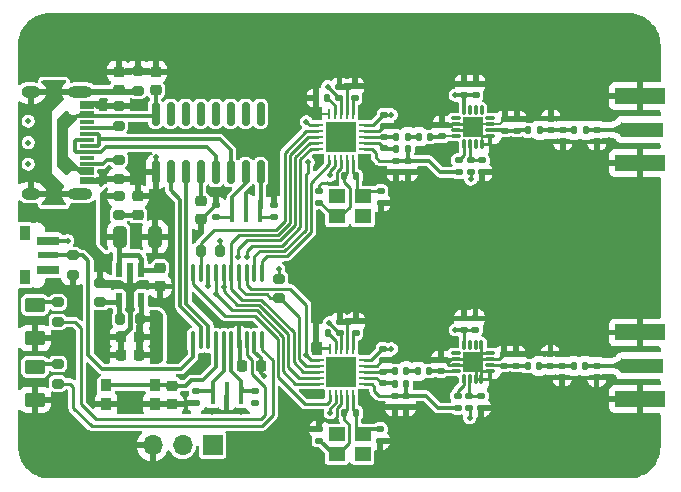
<source format=gbr>
%TF.GenerationSoftware,KiCad,Pcbnew,9.0.1*%
%TF.CreationDate,2025-07-03T23:17:29+02:00*%
%TF.ProjectId,Amon_Link,416d6f6e-5f4c-4696-9e6b-2e6b69636164,rev?*%
%TF.SameCoordinates,Original*%
%TF.FileFunction,Copper,L1,Top*%
%TF.FilePolarity,Positive*%
%FSLAX46Y46*%
G04 Gerber Fmt 4.6, Leading zero omitted, Abs format (unit mm)*
G04 Created by KiCad (PCBNEW 9.0.1) date 2025-07-03 23:17:29*
%MOMM*%
%LPD*%
G01*
G04 APERTURE LIST*
G04 Aperture macros list*
%AMRoundRect*
0 Rectangle with rounded corners*
0 $1 Rounding radius*
0 $2 $3 $4 $5 $6 $7 $8 $9 X,Y pos of 4 corners*
0 Add a 4 corners polygon primitive as box body*
4,1,4,$2,$3,$4,$5,$6,$7,$8,$9,$2,$3,0*
0 Add four circle primitives for the rounded corners*
1,1,$1+$1,$2,$3*
1,1,$1+$1,$4,$5*
1,1,$1+$1,$6,$7*
1,1,$1+$1,$8,$9*
0 Add four rect primitives between the rounded corners*
20,1,$1+$1,$2,$3,$4,$5,0*
20,1,$1+$1,$4,$5,$6,$7,0*
20,1,$1+$1,$6,$7,$8,$9,0*
20,1,$1+$1,$8,$9,$2,$3,0*%
%AMFreePoly0*
4,1,39,0.378536,0.903536,0.380000,0.900000,0.380000,-0.900000,0.378536,-0.903536,0.375000,-0.905000,-0.300000,-0.905000,-0.303536,-0.903536,-0.305000,-0.900000,-0.304841,-0.891038,-0.305186,-0.873322,-0.306398,-0.855697,-0.308474,-0.838092,-0.309850,-0.829328,-0.309767,-0.828986,-0.309879,-0.828997,-0.310689,-0.820081,-0.312972,-0.802345,-0.316121,-0.784757,-0.320148,-0.767353,-0.322487,-0.758695,
-0.322541,-0.758475,-0.324930,-0.747712,-0.330507,-0.726404,-0.337119,-0.705441,-0.344777,-0.684779,-0.348990,-0.674595,-0.349049,-0.674447,-0.352110,-0.666323,-0.358876,-0.650337,-0.366432,-0.634761,-0.374802,-0.619564,-0.379292,-0.612119,-0.380010,-0.609532,-0.380000,-0.599995,-0.380000,0.900000,-0.378536,0.903536,-0.375000,0.905000,0.375000,0.905000,0.378536,0.903536,0.378536,0.903536,
$1*%
%AMFreePoly1*
4,1,40,0.378536,0.903536,0.380000,0.900000,0.380000,-0.600000,0.380010,-0.609532,0.379292,-0.612119,0.374802,-0.619564,0.366432,-0.634761,0.358876,-0.650337,0.352110,-0.666323,0.349049,-0.674447,0.348990,-0.674595,0.344777,-0.684779,0.337119,-0.705441,0.330507,-0.726404,0.324930,-0.747712,0.322541,-0.758475,0.322487,-0.758695,0.320148,-0.767353,0.316121,-0.784757,0.312972,-0.802345,
0.310689,-0.820081,0.309879,-0.828997,0.309866,-0.828995,0.309850,-0.829328,0.308474,-0.838092,0.306398,-0.855697,0.305186,-0.873322,0.304841,-0.891038,0.304999,-0.899911,0.303598,-0.903472,0.300089,-0.904999,0.300000,-0.905000,-0.375000,-0.905000,-0.378536,-0.903536,-0.380000,-0.900000,-0.380000,0.900000,-0.378536,0.903536,-0.375000,0.905000,0.375000,0.905000,0.378536,0.903536,
0.378536,0.903536,$1*%
G04 Aperture macros list end*
%TA.AperFunction,SMDPad,CuDef*%
%ADD10FreePoly0,270.000000*%
%TD*%
%TA.AperFunction,SMDPad,CuDef*%
%ADD11R,1.800000X0.600000*%
%TD*%
%TA.AperFunction,SMDPad,CuDef*%
%ADD12FreePoly1,270.000000*%
%TD*%
%TA.AperFunction,SMDPad,CuDef*%
%ADD13R,0.900000X1.300000*%
%TD*%
%TA.AperFunction,SMDPad,CuDef*%
%ADD14RoundRect,0.250000X0.625000X-0.375000X0.625000X0.375000X-0.625000X0.375000X-0.625000X-0.375000X0*%
%TD*%
%TA.AperFunction,ComponentPad*%
%ADD15O,1.600000X1.000000*%
%TD*%
%TA.AperFunction,ComponentPad*%
%ADD16O,2.100000X1.000000*%
%TD*%
%TA.AperFunction,SMDPad,CuDef*%
%ADD17R,1.150000X0.300000*%
%TD*%
%TA.AperFunction,ComponentPad*%
%ADD18C,0.700000*%
%TD*%
%TA.AperFunction,ComponentPad*%
%ADD19C,4.400000*%
%TD*%
%TA.AperFunction,SMDPad,CuDef*%
%ADD20RoundRect,0.135000X0.185000X-0.135000X0.185000X0.135000X-0.185000X0.135000X-0.185000X-0.135000X0*%
%TD*%
%TA.AperFunction,SMDPad,CuDef*%
%ADD21RoundRect,0.147500X-0.147500X-0.172500X0.147500X-0.172500X0.147500X0.172500X-0.147500X0.172500X0*%
%TD*%
%TA.AperFunction,SMDPad,CuDef*%
%ADD22RoundRect,0.200000X-0.275000X0.200000X-0.275000X-0.200000X0.275000X-0.200000X0.275000X0.200000X0*%
%TD*%
%TA.AperFunction,SMDPad,CuDef*%
%ADD23RoundRect,0.218750X-0.256250X0.218750X-0.256250X-0.218750X0.256250X-0.218750X0.256250X0.218750X0*%
%TD*%
%TA.AperFunction,SMDPad,CuDef*%
%ADD24RoundRect,0.140000X0.170000X-0.140000X0.170000X0.140000X-0.170000X0.140000X-0.170000X-0.140000X0*%
%TD*%
%TA.AperFunction,SMDPad,CuDef*%
%ADD25RoundRect,0.140000X-0.170000X0.140000X-0.170000X-0.140000X0.170000X-0.140000X0.170000X0.140000X0*%
%TD*%
%TA.AperFunction,SMDPad,CuDef*%
%ADD26RoundRect,0.033750X-0.371250X-0.101250X0.371250X-0.101250X0.371250X0.101250X-0.371250X0.101250X0*%
%TD*%
%TA.AperFunction,SMDPad,CuDef*%
%ADD27RoundRect,0.033750X-0.101250X-0.371250X0.101250X-0.371250X0.101250X0.371250X-0.101250X0.371250X0*%
%TD*%
%TA.AperFunction,SMDPad,CuDef*%
%ADD28R,1.700000X1.700000*%
%TD*%
%TA.AperFunction,SMDPad,CuDef*%
%ADD29RoundRect,0.200000X0.275000X-0.200000X0.275000X0.200000X-0.275000X0.200000X-0.275000X-0.200000X0*%
%TD*%
%TA.AperFunction,SMDPad,CuDef*%
%ADD30RoundRect,0.225000X-0.250000X0.225000X-0.250000X-0.225000X0.250000X-0.225000X0.250000X0.225000X0*%
%TD*%
%TA.AperFunction,SMDPad,CuDef*%
%ADD31RoundRect,0.150000X0.150000X-0.825000X0.150000X0.825000X-0.150000X0.825000X-0.150000X-0.825000X0*%
%TD*%
%TA.AperFunction,SMDPad,CuDef*%
%ADD32RoundRect,0.225000X0.225000X0.250000X-0.225000X0.250000X-0.225000X-0.250000X0.225000X-0.250000X0*%
%TD*%
%TA.AperFunction,SMDPad,CuDef*%
%ADD33RoundRect,0.135000X-0.185000X0.135000X-0.185000X-0.135000X0.185000X-0.135000X0.185000X0.135000X0*%
%TD*%
%TA.AperFunction,SMDPad,CuDef*%
%ADD34RoundRect,0.135000X-0.135000X-0.185000X0.135000X-0.185000X0.135000X0.185000X-0.135000X0.185000X0*%
%TD*%
%TA.AperFunction,SMDPad,CuDef*%
%ADD35R,0.900000X1.000000*%
%TD*%
%TA.AperFunction,SMDPad,CuDef*%
%ADD36RoundRect,0.147500X0.172500X-0.147500X0.172500X0.147500X-0.172500X0.147500X-0.172500X-0.147500X0*%
%TD*%
%TA.AperFunction,SMDPad,CuDef*%
%ADD37RoundRect,0.200000X-0.200000X-0.275000X0.200000X-0.275000X0.200000X0.275000X-0.200000X0.275000X0*%
%TD*%
%TA.AperFunction,SMDPad,CuDef*%
%ADD38RoundRect,0.100000X0.100000X-0.637500X0.100000X0.637500X-0.100000X0.637500X-0.100000X-0.637500X0*%
%TD*%
%TA.AperFunction,SMDPad,CuDef*%
%ADD39R,0.400000X1.900000*%
%TD*%
%TA.AperFunction,SMDPad,CuDef*%
%ADD40RoundRect,0.140000X-0.140000X-0.170000X0.140000X-0.170000X0.140000X0.170000X-0.140000X0.170000X0*%
%TD*%
%TA.AperFunction,SMDPad,CuDef*%
%ADD41RoundRect,0.250000X-0.325000X-0.650000X0.325000X-0.650000X0.325000X0.650000X-0.325000X0.650000X0*%
%TD*%
%TA.AperFunction,ComponentPad*%
%ADD42R,1.700000X1.700000*%
%TD*%
%TA.AperFunction,ComponentPad*%
%ADD43O,1.700000X1.700000*%
%TD*%
%TA.AperFunction,SMDPad,CuDef*%
%ADD44RoundRect,0.140000X0.140000X0.170000X-0.140000X0.170000X-0.140000X-0.170000X0.140000X-0.170000X0*%
%TD*%
%TA.AperFunction,SMDPad,CuDef*%
%ADD45R,1.400000X1.200000*%
%TD*%
%TA.AperFunction,SMDPad,CuDef*%
%ADD46RoundRect,0.062500X-0.350000X-0.062500X0.350000X-0.062500X0.350000X0.062500X-0.350000X0.062500X0*%
%TD*%
%TA.AperFunction,SMDPad,CuDef*%
%ADD47RoundRect,0.062500X-0.062500X-0.350000X0.062500X-0.350000X0.062500X0.350000X-0.062500X0.350000X0*%
%TD*%
%TA.AperFunction,HeatsinkPad*%
%ADD48R,2.500000X2.500000*%
%TD*%
%TA.AperFunction,SMDPad,CuDef*%
%ADD49R,0.600000X1.150000*%
%TD*%
%TA.AperFunction,SMDPad,CuDef*%
%ADD50RoundRect,0.225000X0.250000X-0.225000X0.250000X0.225000X-0.250000X0.225000X-0.250000X-0.225000X0*%
%TD*%
%TA.AperFunction,SMDPad,CuDef*%
%ADD51R,3.600000X1.270000*%
%TD*%
%TA.AperFunction,SMDPad,CuDef*%
%ADD52R,4.200000X1.350000*%
%TD*%
%TA.AperFunction,ViaPad*%
%ADD53C,0.500000*%
%TD*%
%TA.AperFunction,Conductor*%
%ADD54C,0.250000*%
%TD*%
%TA.AperFunction,Conductor*%
%ADD55C,0.300000*%
%TD*%
%TA.AperFunction,Conductor*%
%ADD56C,0.400000*%
%TD*%
%TA.AperFunction,Conductor*%
%ADD57C,0.200000*%
%TD*%
%TA.AperFunction,Conductor*%
%ADD58C,0.500000*%
%TD*%
%TA.AperFunction,Conductor*%
%ADD59C,0.329400*%
%TD*%
G04 APERTURE END LIST*
D10*
%TO.P,S1,1*%
%TO.N,+3.3V*%
X129059001Y-94045001D03*
D11*
%TO.P,S1,2*%
%TO.N,/BTN*%
X129059001Y-95270001D03*
D12*
%TO.P,S1,3*%
%TO.N,unconnected-(S1-Pad3)*%
X129059001Y-96495001D03*
D13*
%TO.P,S1,S1*%
%TO.N,N/C*%
X127109001Y-93420001D03*
%TO.P,S1,S2*%
X127109001Y-97120001D03*
%TD*%
D14*
%TO.P,D4,1,K*%
%TO.N,GND*%
X127959001Y-107530001D03*
%TO.P,D4,2,A*%
%TO.N,Net-(D4-A)*%
X127959001Y-104730001D03*
%TD*%
%TO.P,D2,1,K*%
%TO.N,GND*%
X127959002Y-102295002D03*
%TO.P,D2,2,A*%
%TO.N,Net-(D2-A)*%
X127959002Y-99495002D03*
%TD*%
D15*
%TO.P,J1,S1,SHIELD*%
%TO.N,Net-(J1-SHIELD)*%
X127599000Y-90090000D03*
D16*
X131779000Y-90090000D03*
D15*
X127599000Y-81450000D03*
D16*
X131779000Y-81450000D03*
D17*
%TO.P,J1,B12,GND*%
%TO.N,GND*%
X132344000Y-82720000D03*
%TO.P,J1,B9,VBUS*%
%TO.N,+5V*%
X132344000Y-83520000D03*
%TO.P,J1,B8,SBU2*%
%TO.N,unconnected-(J1-SBU2-PadB8)*%
X132344000Y-84020000D03*
%TO.P,J1,B7,D-*%
%TO.N,/D-*%
X132344000Y-85020000D03*
%TO.P,J1,B6,D+*%
%TO.N,/D+*%
X132344000Y-86520000D03*
%TO.P,J1,B5,CC2*%
%TO.N,Net-(J1-CC2)*%
X132344000Y-87520000D03*
%TO.P,J1,B4,VBUS*%
%TO.N,+5V*%
X132344000Y-88020000D03*
%TO.P,J1,B1,GND*%
%TO.N,GND*%
X132344000Y-88820000D03*
%TO.P,J1,A12,GND*%
X132344000Y-89120000D03*
%TO.P,J1,A9,VBUS*%
%TO.N,+5V*%
X132344000Y-88320000D03*
%TO.P,J1,A8,SBU1*%
%TO.N,unconnected-(J1-SBU1-PadA8)*%
X132344000Y-87020000D03*
%TO.P,J1,A7,D-*%
%TO.N,/D-*%
X132344000Y-86020000D03*
%TO.P,J1,A6,D+*%
%TO.N,/D+*%
X132344000Y-85520000D03*
%TO.P,J1,A5,CC1*%
%TO.N,Net-(J1-CC1)*%
X132344000Y-84520000D03*
%TO.P,J1,A4,VBUS*%
%TO.N,+5V*%
X132344000Y-83220000D03*
%TO.P,J1,A1,GND*%
%TO.N,GND*%
X132344000Y-82420000D03*
%TD*%
D18*
%TO.P,H3,1*%
%TO.N,GND*%
X176649999Y-111549999D03*
X177133273Y-110383273D03*
X177133273Y-112716725D03*
X178299999Y-109899999D03*
D19*
X178299999Y-111549999D03*
D18*
X178299999Y-113199999D03*
X179466725Y-110383273D03*
X179466725Y-112716725D03*
X179949999Y-111549999D03*
%TD*%
%TO.P,H4,1*%
%TO.N,GND*%
X176649999Y-77549999D03*
X177133273Y-76383273D03*
X177133273Y-78716725D03*
X178299999Y-75899999D03*
D19*
X178299999Y-77549999D03*
D18*
X178299999Y-79199999D03*
X179466725Y-76383273D03*
X179466725Y-78716725D03*
X179949999Y-77549999D03*
%TD*%
D20*
%TO.P,R16,1*%
%TO.N,Net-(U3-VDD_PA)*%
X163752501Y-108210001D03*
%TO.P,R16,2*%
%TO.N,Net-(U4-TXEN)*%
X163752501Y-107190001D03*
%TD*%
D21*
%TO.P,L2,1*%
%TO.N,Net-(U3-ANT1)*%
X158427501Y-106150001D03*
%TO.P,L2,2*%
%TO.N,Net-(U3-VDD_PA)*%
X159397501Y-106150001D03*
%TD*%
D22*
%TO.P,R4,1*%
%TO.N,GND*%
X133477000Y-97600000D03*
%TO.P,R4,2*%
%TO.N,Net-(IC1-ADJ)*%
X133477000Y-99250000D03*
%TD*%
D23*
%TO.P,D1,1,K*%
%TO.N,GND*%
X136652000Y-90271500D03*
%TO.P,D1,2,A*%
%TO.N,Net-(D1-A)*%
X136652000Y-91846500D03*
%TD*%
D24*
%TO.P,C38,1*%
%TO.N,Net-(U6-TXRX)*%
X162400000Y-85230000D03*
%TO.P,C38,2*%
%TO.N,GND*%
X162400000Y-84270000D03*
%TD*%
D25*
%TO.P,C17,1*%
%TO.N,+3.3V*%
X157412501Y-103220001D03*
%TO.P,C17,2*%
%TO.N,GND*%
X157412501Y-104180001D03*
%TD*%
D24*
%TO.P,C31,1*%
%TO.N,+3.3V*%
X153750000Y-81980000D03*
%TO.P,C31,2*%
%TO.N,GND*%
X153750000Y-81020000D03*
%TD*%
D26*
%TO.P,U6,1*%
%TO.N,N/C*%
X163610000Y-83700000D03*
%TO.P,U6,2,GND*%
%TO.N,GND*%
X163610000Y-84200000D03*
%TO.P,U6,3,GND*%
X163610000Y-84700000D03*
%TO.P,U6,4,TXRX*%
%TO.N,Net-(U6-TXRX)*%
X163610000Y-85200000D03*
D27*
%TO.P,U6,5,TXEN*%
%TO.N,Net-(U6-TXEN)*%
X164305000Y-85895000D03*
%TO.P,U6,6,RXEN*%
%TO.N,Net-(U6-RXEN)*%
X164805000Y-85895000D03*
%TO.P,U6,7*%
%TO.N,N/C*%
X165305000Y-85895000D03*
%TO.P,U6,8,GND*%
%TO.N,GND*%
X165805000Y-85895000D03*
D26*
%TO.P,U6,9,GND*%
X166500000Y-85200000D03*
%TO.P,U6,10,ANT*%
%TO.N,Net-(U6-ANT)*%
X166500000Y-84700000D03*
%TO.P,U6,11,GND*%
%TO.N,GND*%
X166500000Y-84200000D03*
%TO.P,U6,12*%
%TO.N,N/C*%
X166500000Y-83700000D03*
D27*
%TO.P,U6,13*%
X165805000Y-83005000D03*
%TO.P,U6,14,VDD*%
%TO.N,unconnected-(U6-VDD-Pad14)*%
X165305000Y-83005000D03*
%TO.P,U6,15*%
%TO.N,N/C*%
X164805000Y-83005000D03*
%TO.P,U6,16,VDD*%
%TO.N,+3.3V*%
X164305000Y-83005000D03*
D28*
%TO.P,U6,17,GND*%
%TO.N,GND*%
X165055000Y-84450000D03*
%TD*%
D21*
%TO.P,L9,1*%
%TO.N,Net-(U6-ANT)*%
X169715000Y-84700000D03*
%TO.P,L9,2*%
%TO.N,Net-(C44-Pad1)*%
X170685000Y-84700000D03*
%TD*%
D29*
%TO.P,R2,1*%
%TO.N,/CSN1*%
X148615400Y-98919800D03*
%TO.P,R2,2*%
%TO.N,+3.3V*%
X148615400Y-97269800D03*
%TD*%
D24*
%TO.P,C27,1*%
%TO.N,Net-(C27-Pad1)*%
X171612501Y-104630001D03*
%TO.P,C27,2*%
%TO.N,GND*%
X171612501Y-103670001D03*
%TD*%
D20*
%TO.P,R18,1*%
%TO.N,Net-(U5-IREF)*%
X155050000Y-82010000D03*
%TO.P,R18,2*%
%TO.N,GND*%
X155050000Y-80990000D03*
%TD*%
D30*
%TO.P,C14,1*%
%TO.N,GND*%
X135059000Y-79743000D03*
%TO.P,C14,2*%
%TO.N,Net-(J1-SHIELD)*%
X135059000Y-81293000D03*
%TD*%
%TO.P,C4,1*%
%TO.N,/NRST*%
X139598400Y-106336800D03*
%TO.P,C4,2*%
%TO.N,GND*%
X139598400Y-107886800D03*
%TD*%
D21*
%TO.P,L8,1*%
%TO.N,Net-(U5-ANT2)*%
X158565000Y-85250000D03*
%TO.P,L8,2*%
%TO.N,Net-(C37-Pad1)*%
X159535000Y-85250000D03*
%TD*%
D20*
%TO.P,R13,1*%
%TO.N,Net-(U3-IREF)*%
X155112501Y-101910001D03*
%TO.P,R13,2*%
%TO.N,GND*%
X155112501Y-100890001D03*
%TD*%
D31*
%TO.P,U2,1,GND*%
%TO.N,GND*%
X138176000Y-88245000D03*
%TO.P,U2,2,TXD*%
%TO.N,/TXD*%
X139446000Y-88245000D03*
%TO.P,U2,3,RXD*%
%TO.N,/RXD*%
X140716000Y-88245000D03*
%TO.P,U2,4,V3*%
%TO.N,Net-(U2-V3)*%
X141986000Y-88245000D03*
%TO.P,U2,5,UD+*%
%TO.N,/D+*%
X143256000Y-88245000D03*
%TO.P,U2,6,UD-*%
%TO.N,/D-*%
X144526000Y-88245000D03*
%TO.P,U2,7,XI*%
%TO.N,Net-(U2-XI)*%
X145796000Y-88245000D03*
%TO.P,U2,8,XO*%
%TO.N,Net-(U2-XO)*%
X147066000Y-88245000D03*
%TO.P,U2,9,~{CTS}*%
%TO.N,unconnected-(U2-~{CTS}-Pad9)*%
X147066000Y-83295000D03*
%TO.P,U2,10,~{DSR}*%
%TO.N,unconnected-(U2-~{DSR}-Pad10)*%
X145796000Y-83295000D03*
%TO.P,U2,11,~{RI}*%
%TO.N,unconnected-(U2-~{RI}-Pad11)*%
X144526000Y-83295000D03*
%TO.P,U2,12,~{DCD}*%
%TO.N,unconnected-(U2-~{DCD}-Pad12)*%
X143256000Y-83295000D03*
%TO.P,U2,13,~{DTR}*%
%TO.N,unconnected-(U2-~{DTR}-Pad13)*%
X141986000Y-83295000D03*
%TO.P,U2,14,~{RTS}*%
%TO.N,unconnected-(U2-~{RTS}-Pad14)*%
X140716000Y-83295000D03*
%TO.P,U2,15,R232*%
%TO.N,unconnected-(U2-R232-Pad15)*%
X139446000Y-83295000D03*
%TO.P,U2,16,VCC*%
%TO.N,+5V*%
X138176000Y-83295000D03*
%TD*%
D32*
%TO.P,C47,1*%
%TO.N,+3.3V*%
X147079000Y-104648000D03*
%TO.P,C47,2*%
%TO.N,GND*%
X145529000Y-104648000D03*
%TD*%
D33*
%TO.P,R22,1*%
%TO.N,Net-(U6-RXEN)*%
X165850000Y-87240000D03*
%TO.P,R22,2*%
%TO.N,GND*%
X165850000Y-88260000D03*
%TD*%
D34*
%TO.P,R19,1*%
%TO.N,Net-(U5-XC2)*%
X154140000Y-88600000D03*
%TO.P,R19,2*%
%TO.N,Net-(U5-XC1)*%
X155160000Y-88600000D03*
%TD*%
D24*
%TO.P,C25,1*%
%TO.N,+3.3V*%
X165300000Y-81730000D03*
%TO.P,C25,2*%
%TO.N,GND*%
X165300000Y-80770000D03*
%TD*%
%TO.P,C44,1*%
%TO.N,Net-(C44-Pad1)*%
X171650000Y-84680000D03*
%TO.P,C44,2*%
%TO.N,GND*%
X171650000Y-83720000D03*
%TD*%
D25*
%TO.P,C10,1*%
%TO.N,GND*%
X143270199Y-91061600D03*
%TO.P,C10,2*%
%TO.N,Net-(U2-XI)*%
X143270199Y-92021600D03*
%TD*%
D35*
%TO.P,SW1,1,A*%
%TO.N,GND*%
X138092400Y-107911800D03*
X133992400Y-107911800D03*
%TO.P,SW1,2,B*%
%TO.N,/NRST*%
X138092400Y-106311800D03*
X133992400Y-106311800D03*
%TD*%
D30*
%TO.P,C6,1*%
%TO.N,+5V*%
X138557000Y-96380000D03*
%TO.P,C6,2*%
%TO.N,GND*%
X138557000Y-97930000D03*
%TD*%
D25*
%TO.P,C22,1*%
%TO.N,Net-(U3-VDD_PA)*%
X159412501Y-107170001D03*
%TO.P,C22,2*%
%TO.N,GND*%
X159412501Y-108130001D03*
%TD*%
D20*
%TO.P,R15,1*%
%TO.N,/CE1*%
X164752501Y-108210001D03*
%TO.P,R15,2*%
%TO.N,Net-(U4-RXEN)*%
X164752501Y-107190001D03*
%TD*%
D24*
%TO.P,C34,1*%
%TO.N,GND*%
X157250000Y-90830000D03*
%TO.P,C34,2*%
%TO.N,Net-(U5-XC1)*%
X157250000Y-89870000D03*
%TD*%
D30*
%TO.P,C11,1*%
%TO.N,GND*%
X138176000Y-79743000D03*
%TO.P,C11,2*%
%TO.N,+5V*%
X138176000Y-81293000D03*
%TD*%
D34*
%TO.P,R14,1*%
%TO.N,Net-(U3-XC2)*%
X154152501Y-108650001D03*
%TO.P,R14,2*%
%TO.N,Net-(U3-XC1)*%
X155172501Y-108650001D03*
%TD*%
D36*
%TO.P,L6,1*%
%TO.N,Net-(U5-ANT1)*%
X157550000Y-86235000D03*
%TO.P,L6,2*%
%TO.N,Net-(U5-ANT2)*%
X157550000Y-85265000D03*
%TD*%
D20*
%TO.P,R20,1*%
%TO.N,Net-(U5-VDD_PA)*%
X163850000Y-88260000D03*
%TO.P,R20,2*%
%TO.N,Net-(U6-TXEN)*%
X163850000Y-87240000D03*
%TD*%
D25*
%TO.P,C29,1*%
%TO.N,Net-(J4-In)*%
X175512501Y-104670001D03*
%TO.P,C29,2*%
%TO.N,GND*%
X175512501Y-105630001D03*
%TD*%
D37*
%TO.P,R1,1*%
%TO.N,/CSN2*%
X142024600Y-94919800D03*
%TO.P,R1,2*%
%TO.N,+3.3V*%
X143674600Y-94919800D03*
%TD*%
D24*
%TO.P,C30,1*%
%TO.N,Net-(U4-ANT)*%
X167712501Y-104630001D03*
%TO.P,C30,2*%
%TO.N,GND*%
X167712501Y-103670001D03*
%TD*%
D25*
%TO.P,C28,1*%
%TO.N,Net-(C27-Pad1)*%
X172612501Y-104670001D03*
%TO.P,C28,2*%
%TO.N,GND*%
X172612501Y-105630001D03*
%TD*%
D36*
%TO.P,L1,1*%
%TO.N,Net-(U3-ANT1)*%
X157412501Y-106135001D03*
%TO.P,L1,2*%
%TO.N,Net-(U3-ANT2)*%
X157412501Y-105165001D03*
%TD*%
D21*
%TO.P,L7,1*%
%TO.N,Net-(U5-ANT1)*%
X158565000Y-86250000D03*
%TO.P,L7,2*%
%TO.N,Net-(U5-VDD_PA)*%
X159535000Y-86250000D03*
%TD*%
D38*
%TO.P,U1,1,PD4*%
%TO.N,/BTN*%
X141347000Y-102497000D03*
%TO.P,U1,2,PD5*%
%TO.N,/TXD*%
X141997000Y-102497000D03*
%TO.P,U1,3,PD6*%
%TO.N,/RXD*%
X142647000Y-102497000D03*
%TO.P,U1,4,PD7*%
%TO.N,/NRST*%
X143297000Y-102497000D03*
%TO.P,U1,5,PA1*%
%TO.N,/HSE_IN*%
X143947000Y-102497000D03*
%TO.P,U1,6,PA2*%
%TO.N,/HSE_OUT*%
X144597000Y-102497000D03*
%TO.P,U1,7,VSS*%
%TO.N,GND*%
X145247000Y-102497000D03*
%TO.P,U1,8,PD0*%
%TO.N,/LED_BLUE*%
X145897000Y-102497000D03*
%TO.P,U1,9,VDD*%
%TO.N,+3.3V*%
X146547000Y-102497000D03*
%TO.P,U1,10,PC0*%
%TO.N,/LED_RED*%
X147197000Y-102497000D03*
%TO.P,U1,11,PC1*%
%TO.N,/IRQ2*%
X147197000Y-96772000D03*
%TO.P,U1,12,PC2*%
%TO.N,/CE2*%
X146547000Y-96772000D03*
%TO.P,U1,13,PC3*%
%TO.N,/CE1*%
X145897000Y-96772000D03*
%TO.P,U1,14,PC4*%
%TO.N,/CSN1*%
X145247000Y-96772000D03*
%TO.P,U1,15,PC5*%
%TO.N,/SCK*%
X144597000Y-96772000D03*
%TO.P,U1,16,PC6*%
%TO.N,/MOSI*%
X143947000Y-96772000D03*
%TO.P,U1,17,PC7*%
%TO.N,/MISO*%
X143297000Y-96772000D03*
%TO.P,U1,18,PD1*%
%TO.N,/SWIO*%
X142647000Y-96772000D03*
%TO.P,U1,19,PD2*%
%TO.N,/CSN2*%
X141997000Y-96772000D03*
%TO.P,U1,20,PD3*%
%TO.N,/IRQ1*%
X141347000Y-96772000D03*
%TD*%
D24*
%TO.P,C16,1*%
%TO.N,+3.3V*%
X153762501Y-101880001D03*
%TO.P,C16,2*%
%TO.N,GND*%
X153762501Y-100920001D03*
%TD*%
D22*
%TO.P,R9,1*%
%TO.N,GND*%
X135059000Y-82672500D03*
%TO.P,R9,2*%
%TO.N,Net-(J1-CC1)*%
X135059000Y-84322500D03*
%TD*%
D29*
%TO.P,R10,1*%
%TO.N,GND*%
X135059001Y-88845001D03*
%TO.P,R10,2*%
%TO.N,Net-(J1-CC2)*%
X135059001Y-87195001D03*
%TD*%
D18*
%TO.P,H2,1*%
%TO.N,GND*%
X127509000Y-77470000D03*
X127992274Y-76303274D03*
X127992274Y-78636726D03*
X129159000Y-75820000D03*
D19*
X129159000Y-77470000D03*
D18*
X129159000Y-79120000D03*
X130325726Y-76303274D03*
X130325726Y-78636726D03*
X130809000Y-77470000D03*
%TD*%
D39*
%TO.P,Y1,1,1*%
%TO.N,/HSE_IN*%
X143005400Y-106984800D03*
%TO.P,Y1,2,2*%
%TO.N,GND*%
X144205400Y-106984800D03*
%TO.P,Y1,3,3*%
%TO.N,/HSE_OUT*%
X145405400Y-106984800D03*
%TD*%
D21*
%TO.P,L10,1*%
%TO.N,Net-(C44-Pad1)*%
X173615000Y-84700000D03*
%TO.P,L10,2*%
%TO.N,Net-(J2-In)*%
X174585000Y-84700000D03*
%TD*%
D24*
%TO.P,C41,1*%
%TO.N,Net-(U6-ANT)*%
X167750000Y-84730000D03*
%TO.P,C41,2*%
%TO.N,GND*%
X167750000Y-83770000D03*
%TD*%
D32*
%TO.P,C8,1*%
%TO.N,+3.3V*%
X136792000Y-102235000D03*
%TO.P,C8,2*%
%TO.N,GND*%
X135242000Y-102235000D03*
%TD*%
D33*
%TO.P,R17,1*%
%TO.N,Net-(U4-RXEN)*%
X165752501Y-107190001D03*
%TO.P,R17,2*%
%TO.N,GND*%
X165752501Y-108210001D03*
%TD*%
D26*
%TO.P,U4,1*%
%TO.N,N/C*%
X163572501Y-103600001D03*
%TO.P,U4,2,GND*%
%TO.N,GND*%
X163572501Y-104100001D03*
%TO.P,U4,3,GND*%
X163572501Y-104600001D03*
%TO.P,U4,4,TXRX*%
%TO.N,Net-(U4-TXRX)*%
X163572501Y-105100001D03*
D27*
%TO.P,U4,5,TXEN*%
%TO.N,Net-(U4-TXEN)*%
X164267501Y-105795001D03*
%TO.P,U4,6,RXEN*%
%TO.N,Net-(U4-RXEN)*%
X164767501Y-105795001D03*
%TO.P,U4,7*%
%TO.N,N/C*%
X165267501Y-105795001D03*
%TO.P,U4,8,GND*%
%TO.N,GND*%
X165767501Y-105795001D03*
D26*
%TO.P,U4,9,GND*%
X166462501Y-105100001D03*
%TO.P,U4,10,ANT*%
%TO.N,Net-(U4-ANT)*%
X166462501Y-104600001D03*
%TO.P,U4,11,GND*%
%TO.N,GND*%
X166462501Y-104100001D03*
%TO.P,U4,12*%
%TO.N,N/C*%
X166462501Y-103600001D03*
D27*
%TO.P,U4,13*%
X165767501Y-102905001D03*
%TO.P,U4,14,VDD*%
%TO.N,unconnected-(U4-VDD-Pad14)*%
X165267501Y-102905001D03*
%TO.P,U4,15*%
%TO.N,N/C*%
X164767501Y-102905001D03*
%TO.P,U4,16,VDD*%
%TO.N,+3.3V*%
X164267501Y-102905001D03*
D28*
%TO.P,U4,17,GND*%
%TO.N,GND*%
X165017501Y-104350001D03*
%TD*%
D29*
%TO.P,R5,1*%
%TO.N,Net-(D1-A)*%
X135059001Y-91884000D03*
%TO.P,R5,2*%
%TO.N,+5V*%
X135059001Y-90234000D03*
%TD*%
D25*
%TO.P,C20,1*%
%TO.N,GND*%
X152050000Y-89870000D03*
%TO.P,C20,2*%
%TO.N,Net-(U5-XC2)*%
X152050000Y-90830000D03*
%TD*%
D22*
%TO.P,R12,1*%
%TO.N,Net-(D2-A)*%
X129909002Y-99270002D03*
%TO.P,R12,2*%
%TO.N,/LED_BLUE*%
X129909002Y-100920002D03*
%TD*%
D24*
%TO.P,C26,1*%
%TO.N,Net-(U4-ANT)*%
X168712501Y-104630001D03*
%TO.P,C26,2*%
%TO.N,GND*%
X168712501Y-103670001D03*
%TD*%
%TO.P,C42,1*%
%TO.N,+3.3V*%
X165262501Y-101600001D03*
%TO.P,C42,2*%
%TO.N,GND*%
X165262501Y-100640001D03*
%TD*%
%TO.P,C24,1*%
%TO.N,+3.3V*%
X164300000Y-81730000D03*
%TO.P,C24,2*%
%TO.N,GND*%
X164300000Y-80770000D03*
%TD*%
D21*
%TO.P,L3,1*%
%TO.N,Net-(U3-ANT2)*%
X158427501Y-105100001D03*
%TO.P,L3,2*%
%TO.N,Net-(C21-Pad1)*%
X159397501Y-105100001D03*
%TD*%
D22*
%TO.P,R11,1*%
%TO.N,GND*%
X136652000Y-79693000D03*
%TO.P,R11,2*%
%TO.N,Net-(J1-SHIELD)*%
X136652000Y-81343000D03*
%TD*%
D40*
%TO.P,C37,1*%
%TO.N,Net-(C37-Pad1)*%
X160470000Y-85250000D03*
%TO.P,C37,2*%
%TO.N,Net-(U6-TXRX)*%
X161430000Y-85250000D03*
%TD*%
D24*
%TO.P,C43,1*%
%TO.N,Net-(U6-ANT)*%
X168750000Y-84730000D03*
%TO.P,C43,2*%
%TO.N,GND*%
X168750000Y-83770000D03*
%TD*%
D41*
%TO.P,C5,1*%
%TO.N,+5V*%
X135177000Y-93726000D03*
%TO.P,C5,2*%
%TO.N,GND*%
X138127000Y-93726000D03*
%TD*%
D21*
%TO.P,L5,1*%
%TO.N,Net-(C27-Pad1)*%
X173577501Y-104650001D03*
%TO.P,L5,2*%
%TO.N,Net-(J4-In)*%
X174547501Y-104650001D03*
%TD*%
D32*
%TO.P,C9,1*%
%TO.N,+3.3V*%
X136792000Y-103759000D03*
%TO.P,C9,2*%
%TO.N,GND*%
X135242000Y-103759000D03*
%TD*%
D18*
%TO.P,H1,1*%
%TO.N,GND*%
X127509000Y-111470000D03*
X127992274Y-110303274D03*
X127992274Y-112636726D03*
X129159000Y-109820000D03*
D19*
X129159000Y-111470000D03*
D18*
X129159000Y-113120000D03*
X130325726Y-110303274D03*
X130325726Y-112636726D03*
X130809000Y-111470000D03*
%TD*%
D42*
%TO.P,J3,1,Pin_1*%
%TO.N,+3.3V*%
X143002000Y-111379000D03*
D43*
%TO.P,J3,2,Pin_2*%
%TO.N,/SWIO*%
X140462000Y-111379000D03*
%TO.P,J3,3,Pin_3*%
%TO.N,GND*%
X137922000Y-111379000D03*
%TD*%
D22*
%TO.P,R7,1*%
%TO.N,Net-(D4-A)*%
X129909001Y-104495001D03*
%TO.P,R7,2*%
%TO.N,/LED_RED*%
X129909001Y-106145001D03*
%TD*%
D44*
%TO.P,C32,1*%
%TO.N,Net-(U5-DVDD)*%
X152730000Y-81950000D03*
%TO.P,C32,2*%
%TO.N,GND*%
X151770000Y-81950000D03*
%TD*%
D25*
%TO.P,C45,1*%
%TO.N,Net-(C44-Pad1)*%
X172650000Y-84670000D03*
%TO.P,C45,2*%
%TO.N,GND*%
X172650000Y-85630000D03*
%TD*%
D20*
%TO.P,R21,1*%
%TO.N,/CE2*%
X164850000Y-88260000D03*
%TO.P,R21,2*%
%TO.N,Net-(U6-RXEN)*%
X164850000Y-87240000D03*
%TD*%
D25*
%TO.P,C39,1*%
%TO.N,Net-(U5-VDD_PA)*%
X158550000Y-87270000D03*
%TO.P,C39,2*%
%TO.N,GND*%
X158550000Y-88230000D03*
%TD*%
D45*
%TO.P,Y4,1,1*%
%TO.N,Net-(U5-XC2)*%
X153550000Y-92000000D03*
%TO.P,Y4,2,2*%
%TO.N,unconnected-(Y4-Pad2)*%
X155750000Y-92000000D03*
%TO.P,Y4,3,3*%
%TO.N,Net-(U5-XC1)*%
X155750000Y-90300000D03*
%TO.P,Y4,4,4*%
%TO.N,unconnected-(Y4-Pad4)*%
X153550000Y-90300000D03*
%TD*%
D46*
%TO.P,U5,1,CE*%
%TO.N,/CE2*%
X151962500Y-84262500D03*
%TO.P,U5,2,CSN*%
%TO.N,/CSN2*%
X151962500Y-84762500D03*
%TO.P,U5,3,SCK*%
%TO.N,/SCK*%
X151962500Y-85262500D03*
%TO.P,U5,4,MOSI*%
%TO.N,/MOSI*%
X151962500Y-85762500D03*
%TO.P,U5,5,MISO*%
%TO.N,/MISO*%
X151962500Y-86262500D03*
D47*
%TO.P,U5,6,IRQ*%
%TO.N,/IRQ2*%
X152900000Y-87200000D03*
%TO.P,U5,7,VDD*%
%TO.N,+3.3V*%
X153400000Y-87200000D03*
%TO.P,U5,8,VSS*%
%TO.N,GND*%
X153900000Y-87200000D03*
%TO.P,U5,9,XC2*%
%TO.N,Net-(U5-XC2)*%
X154400000Y-87200000D03*
%TO.P,U5,10,XC1*%
%TO.N,Net-(U5-XC1)*%
X154900000Y-87200000D03*
D46*
%TO.P,U5,11,VDD_PA*%
%TO.N,Net-(U5-VDD_PA)*%
X155837500Y-86262500D03*
%TO.P,U5,12,ANT1*%
%TO.N,Net-(U5-ANT1)*%
X155837500Y-85762500D03*
%TO.P,U5,13,ANT2*%
%TO.N,Net-(U5-ANT2)*%
X155837500Y-85262500D03*
%TO.P,U5,14,VSS*%
%TO.N,GND*%
X155837500Y-84762500D03*
%TO.P,U5,15,VDD*%
%TO.N,+3.3V*%
X155837500Y-84262500D03*
D47*
%TO.P,U5,16,IREF*%
%TO.N,Net-(U5-IREF)*%
X154900000Y-83325000D03*
%TO.P,U5,17,VSS*%
%TO.N,GND*%
X154400000Y-83325000D03*
%TO.P,U5,18,VDD*%
%TO.N,+3.3V*%
X153900000Y-83325000D03*
%TO.P,U5,19,DVDD*%
%TO.N,Net-(U5-DVDD)*%
X153400000Y-83325000D03*
%TO.P,U5,20,VSS*%
%TO.N,GND*%
X152900000Y-83325000D03*
D48*
%TO.P,U5,21*%
%TO.N,N/C*%
X153900000Y-85262500D03*
%TD*%
D37*
%TO.P,R3,1*%
%TO.N,Net-(IC1-ADJ)*%
X135192000Y-100711000D03*
%TO.P,R3,2*%
%TO.N,+3.3V*%
X136842000Y-100711000D03*
%TD*%
D25*
%TO.P,C23,1*%
%TO.N,Net-(U3-VDD_PA)*%
X158412501Y-107170001D03*
%TO.P,C23,2*%
%TO.N,GND*%
X158412501Y-108130001D03*
%TD*%
D24*
%TO.P,C40,1*%
%TO.N,+3.3V*%
X164262501Y-101600001D03*
%TO.P,C40,2*%
%TO.N,GND*%
X164262501Y-100640001D03*
%TD*%
D25*
%TO.P,C3,1*%
%TO.N,/HSE_OUT*%
X146558000Y-106809600D03*
%TO.P,C3,2*%
%TO.N,GND*%
X146558000Y-107769600D03*
%TD*%
D24*
%TO.P,C19,1*%
%TO.N,GND*%
X157212501Y-110980001D03*
%TO.P,C19,2*%
%TO.N,Net-(U3-XC1)*%
X157212501Y-110020001D03*
%TD*%
D49*
%TO.P,IC1,1,VIN*%
%TO.N,+5V*%
X136967000Y-96540000D03*
%TO.P,IC1,2,GND*%
%TO.N,GND*%
X136017000Y-96540000D03*
%TO.P,IC1,3,EN*%
%TO.N,+5V*%
X135067000Y-96540000D03*
%TO.P,IC1,4,ADJ*%
%TO.N,Net-(IC1-ADJ)*%
X135067000Y-99040000D03*
%TO.P,IC1,5,VOUT*%
%TO.N,+3.3V*%
X136967000Y-99040000D03*
%TD*%
D25*
%TO.P,C1,1*%
%TO.N,GND*%
X152012501Y-110020001D03*
%TO.P,C1,2*%
%TO.N,Net-(U3-XC2)*%
X152012501Y-110980001D03*
%TD*%
D50*
%TO.P,C12,1*%
%TO.N,GND*%
X141986000Y-92215000D03*
%TO.P,C12,2*%
%TO.N,Net-(U2-V3)*%
X141986000Y-90665000D03*
%TD*%
D51*
%TO.P,J4,1,In*%
%TO.N,Net-(J4-In)*%
X179400000Y-104650000D03*
D52*
%TO.P,J4,2,Ext*%
%TO.N,GND*%
X179200000Y-107475000D03*
X179200000Y-101825000D03*
%TD*%
D25*
%TO.P,C13,1*%
%TO.N,GND*%
X148188200Y-91061600D03*
%TO.P,C13,2*%
%TO.N,Net-(U2-XO)*%
X148188200Y-92021600D03*
%TD*%
D24*
%TO.P,C18,1*%
%TO.N,Net-(U4-TXRX)*%
X162312501Y-105080001D03*
%TO.P,C18,2*%
%TO.N,GND*%
X162312501Y-104120001D03*
%TD*%
D25*
%TO.P,C36,1*%
%TO.N,Net-(U5-VDD_PA)*%
X159550000Y-87270000D03*
%TO.P,C36,2*%
%TO.N,GND*%
X159550000Y-88230000D03*
%TD*%
D40*
%TO.P,C21,1*%
%TO.N,Net-(C21-Pad1)*%
X160382501Y-105100001D03*
%TO.P,C21,2*%
%TO.N,Net-(U4-TXRX)*%
X161342501Y-105100001D03*
%TD*%
D46*
%TO.P,U3,1,CE*%
%TO.N,/CE1*%
X151975001Y-104150001D03*
%TO.P,U3,2,CSN*%
%TO.N,/CSN1*%
X151975001Y-104650001D03*
%TO.P,U3,3,SCK*%
%TO.N,/SCK*%
X151975001Y-105150001D03*
%TO.P,U3,4,MOSI*%
%TO.N,/MOSI*%
X151975001Y-105650001D03*
%TO.P,U3,5,MISO*%
%TO.N,/MISO*%
X151975001Y-106150001D03*
D47*
%TO.P,U3,6,IRQ*%
%TO.N,/IRQ1*%
X152912501Y-107087501D03*
%TO.P,U3,7,VDD*%
%TO.N,+3.3V*%
X153412501Y-107087501D03*
%TO.P,U3,8,VSS*%
%TO.N,GND*%
X153912501Y-107087501D03*
%TO.P,U3,9,XC2*%
%TO.N,Net-(U3-XC2)*%
X154412501Y-107087501D03*
%TO.P,U3,10,XC1*%
%TO.N,Net-(U3-XC1)*%
X154912501Y-107087501D03*
D46*
%TO.P,U3,11,VDD_PA*%
%TO.N,Net-(U3-VDD_PA)*%
X155850001Y-106150001D03*
%TO.P,U3,12,ANT1*%
%TO.N,Net-(U3-ANT1)*%
X155850001Y-105650001D03*
%TO.P,U3,13,ANT2*%
%TO.N,Net-(U3-ANT2)*%
X155850001Y-105150001D03*
%TO.P,U3,14,VSS*%
%TO.N,GND*%
X155850001Y-104650001D03*
%TO.P,U3,15,VDD*%
%TO.N,+3.3V*%
X155850001Y-104150001D03*
D47*
%TO.P,U3,16,IREF*%
%TO.N,Net-(U3-IREF)*%
X154912501Y-103212501D03*
%TO.P,U3,17,VSS*%
%TO.N,GND*%
X154412501Y-103212501D03*
%TO.P,U3,18,VDD*%
%TO.N,+3.3V*%
X153912501Y-103212501D03*
%TO.P,U3,19,DVDD*%
%TO.N,Net-(U3-DVDD)*%
X153412501Y-103212501D03*
%TO.P,U3,20,VSS*%
%TO.N,GND*%
X152912501Y-103212501D03*
D48*
%TO.P,U3,21*%
%TO.N,N/C*%
X153912501Y-105150001D03*
%TD*%
D25*
%TO.P,C33,1*%
%TO.N,+3.3V*%
X157550000Y-83370000D03*
%TO.P,C33,2*%
%TO.N,GND*%
X157550000Y-84330000D03*
%TD*%
D45*
%TO.P,Y3,1,1*%
%TO.N,Net-(U3-XC2)*%
X153512501Y-112150001D03*
%TO.P,Y3,2,2*%
%TO.N,unconnected-(Y3-Pad2)*%
X155712501Y-112150001D03*
%TO.P,Y3,3,3*%
%TO.N,Net-(U3-XC1)*%
X155712501Y-110450001D03*
%TO.P,Y3,4,4*%
%TO.N,unconnected-(Y3-Pad4)*%
X153512501Y-110450001D03*
%TD*%
D51*
%TO.P,J2,1,In*%
%TO.N,Net-(J2-In)*%
X179400000Y-84650000D03*
D52*
%TO.P,J2,2,Ext*%
%TO.N,GND*%
X179200000Y-87475000D03*
X179200000Y-81825000D03*
%TD*%
D29*
%TO.P,R23,1*%
%TO.N,GND*%
X131159001Y-96945001D03*
%TO.P,R23,2*%
%TO.N,/BTN*%
X131159001Y-95295001D03*
%TD*%
D21*
%TO.P,L4,1*%
%TO.N,Net-(U4-ANT)*%
X169677501Y-104650001D03*
%TO.P,L4,2*%
%TO.N,Net-(C27-Pad1)*%
X170647501Y-104650001D03*
%TD*%
D25*
%TO.P,C46,1*%
%TO.N,Net-(J2-In)*%
X175550000Y-84670000D03*
%TO.P,C46,2*%
%TO.N,GND*%
X175550000Y-85630000D03*
%TD*%
%TO.P,C2,1*%
%TO.N,/HSE_IN*%
X141605000Y-106809600D03*
%TO.P,C2,2*%
%TO.N,GND*%
X141605000Y-107769600D03*
%TD*%
D44*
%TO.P,C15,1*%
%TO.N,Net-(U3-DVDD)*%
X152742501Y-101850001D03*
%TO.P,C15,2*%
%TO.N,GND*%
X151782501Y-101850001D03*
%TD*%
D39*
%TO.P,Y2,1,1*%
%TO.N,Net-(U2-XI)*%
X144645200Y-91541600D03*
%TO.P,Y2,2,2*%
%TO.N,GND*%
X145845200Y-91541600D03*
%TO.P,Y2,3,3*%
%TO.N,Net-(U2-XO)*%
X147045200Y-91541600D03*
%TD*%
D53*
%TO.N,GND*%
X180100000Y-93635022D03*
X180100000Y-90000000D03*
X180100000Y-99087555D03*
X180100000Y-91817511D03*
X180100000Y-97270044D03*
X180100000Y-95452533D03*
X127410000Y-83930000D03*
X127410000Y-85747511D03*
X127410000Y-87565022D03*
X132212490Y-75440000D03*
X139482534Y-75440000D03*
X151897556Y-75420000D03*
X155532578Y-75420000D03*
X144627512Y-75420000D03*
X157350090Y-75420000D03*
X150080045Y-75420000D03*
X153715067Y-75420000D03*
X146445023Y-75420000D03*
X140992490Y-75420000D03*
X148262534Y-75420000D03*
X137665023Y-75440000D03*
X142810001Y-75420000D03*
X135847512Y-75440000D03*
X134030001Y-75440000D03*
X169850000Y-75390000D03*
X162579956Y-75390000D03*
X175302534Y-75390000D03*
X173485022Y-75390000D03*
X164397467Y-75390000D03*
X160762445Y-75390000D03*
X171667511Y-75390000D03*
X158944934Y-75390000D03*
X166214978Y-75390000D03*
X168032489Y-75390000D03*
X135914978Y-113640000D03*
X137732489Y-113640000D03*
X134097467Y-113640000D03*
X132279956Y-113640000D03*
X139550000Y-113640000D03*
X151965022Y-113620000D03*
X144694978Y-113620000D03*
X157417556Y-113620000D03*
X155600044Y-113620000D03*
X146512489Y-113620000D03*
X142877467Y-113620000D03*
X153782533Y-113620000D03*
X141059956Y-113620000D03*
X148330000Y-113620000D03*
X150147511Y-113620000D03*
%TO.N,+3.3V*%
X148615400Y-96469200D03*
X138176000Y-100711000D03*
X163562501Y-101600001D03*
X152750000Y-81000000D03*
X158140400Y-83388200D03*
X147320000Y-105486200D03*
X138176000Y-102235000D03*
X138176000Y-103759000D03*
X130759200Y-94045001D03*
X163570000Y-81730000D03*
X152982501Y-108645000D03*
X143674600Y-94044000D03*
X158150000Y-103200000D03*
X152862501Y-100998511D03*
X152970000Y-88519000D03*
%TO.N,GND*%
X159316058Y-99136200D03*
X170829510Y-90322400D03*
X133477000Y-112039400D03*
X166800000Y-86200000D03*
X139242800Y-77774800D03*
X168099955Y-113590000D03*
X168216945Y-88239600D03*
X175666400Y-108280200D03*
X163262736Y-97002600D03*
X156489400Y-94716600D03*
X169443400Y-105689400D03*
X173431200Y-88239600D03*
X173558200Y-78638400D03*
X160612501Y-108150001D03*
X144970500Y-78663800D03*
X164160200Y-94767400D03*
X159486600Y-82067400D03*
X155498800Y-76657200D03*
X156083000Y-96443800D03*
X166852600Y-76657200D03*
X143256000Y-89916000D03*
X159012400Y-113590000D03*
X169243826Y-94767400D03*
X148691600Y-111074200D03*
X167843200Y-78638400D03*
X174802800Y-80772000D03*
X138176000Y-86995000D03*
X160223200Y-78638400D03*
X142125700Y-80441800D03*
X127959002Y-100895002D03*
X154787600Y-97967800D03*
X140131800Y-76733400D03*
X164127542Y-99110800D03*
X161036000Y-110921800D03*
X132715000Y-107188000D03*
X161175700Y-76657200D03*
X139547600Y-79730600D03*
X159962501Y-103950001D03*
X162433000Y-99110800D03*
X166282444Y-113590000D03*
X169468800Y-82905600D03*
X178460400Y-97053400D03*
X174294800Y-99110800D03*
X171693115Y-88239600D03*
X162534600Y-110921800D03*
X149809200Y-96443800D03*
X146280000Y-89790000D03*
X156413200Y-100558600D03*
X133477000Y-96139000D03*
X163068000Y-76657200D03*
X170314258Y-101523800D03*
X160829911Y-113590000D03*
X171734977Y-113590000D03*
X178358800Y-92760800D03*
X155862501Y-107200001D03*
X163877170Y-90322400D03*
X151800000Y-83150000D03*
X166700200Y-80721200D03*
X173558200Y-108280200D03*
X170905710Y-99110800D03*
X171653200Y-78638400D03*
X158318200Y-78638400D03*
X166453460Y-92760800D03*
X158496000Y-100558600D03*
X163212501Y-102600001D03*
X161798000Y-80721200D03*
X173219536Y-97002600D03*
X167549284Y-94767400D03*
X172862501Y-103550001D03*
X163300000Y-82700000D03*
X153606500Y-76657200D03*
X169418000Y-110947200D03*
X156311600Y-82042000D03*
X174091600Y-105943400D03*
X139369800Y-95300800D03*
X145410000Y-108550000D03*
X162312501Y-102950001D03*
X132461000Y-77774800D03*
X176657000Y-85725000D03*
X146862800Y-78663800D03*
X174327452Y-94767400D03*
X160858200Y-83362800D03*
X177611310Y-90373200D03*
X163300000Y-86200000D03*
X164960300Y-76657200D03*
X157708600Y-99237800D03*
X149656800Y-112141000D03*
X158623000Y-84201000D03*
X160401000Y-90322400D03*
X174117000Y-85852000D03*
X176657000Y-103550001D03*
X162687000Y-100558600D03*
X159181800Y-91516200D03*
X145770600Y-76657200D03*
X174421800Y-76657200D03*
X169900600Y-97002600D03*
X136017000Y-107950000D03*
X161762501Y-106500001D03*
X147193000Y-111074200D03*
X159080200Y-110921800D03*
X149047200Y-107975400D03*
X166925174Y-101523800D03*
X159283400Y-76657200D03*
X161544000Y-84201000D03*
X136702800Y-82626200D03*
X175354348Y-101523800D03*
X157861000Y-97028000D03*
X151812501Y-107150001D03*
X172529500Y-76657200D03*
X174498000Y-82829400D03*
X172567600Y-90322400D03*
X165709600Y-110921800D03*
X176620715Y-92760800D03*
X127959001Y-106130001D03*
X147802600Y-80441800D03*
X132588000Y-110972600D03*
X168191545Y-92760800D03*
X147662900Y-76657200D03*
X173552488Y-113590000D03*
X167516626Y-99110800D03*
X160909000Y-88138000D03*
X151812501Y-103200001D03*
X132715000Y-105613200D03*
X168325800Y-80772000D03*
X155950000Y-83100000D03*
X172632910Y-94767400D03*
X141681200Y-99212400D03*
X172600252Y-99110800D03*
X172008800Y-101523800D03*
X175370000Y-113590000D03*
X162139085Y-90322400D03*
X144322800Y-101142800D03*
X161173890Y-92710000D03*
X169211168Y-99110800D03*
X171564300Y-80772000D03*
X173703348Y-101523800D03*
X163262501Y-106100001D03*
X148082000Y-112141000D03*
X164464933Y-113590000D03*
X163271200Y-80746600D03*
X174962501Y-103550001D03*
X157810200Y-82042000D03*
X169955030Y-88239600D03*
X134086600Y-110972600D03*
X136702800Y-84531200D03*
X152755600Y-97967800D03*
X139928600Y-103428800D03*
X162977290Y-92760800D03*
X169091425Y-90322400D03*
X167284400Y-108280200D03*
X161315400Y-97002600D03*
X134924800Y-76733400D03*
X170938368Y-94767400D03*
X168241134Y-97002600D03*
X167360600Y-110947200D03*
X156612501Y-108150001D03*
X175143890Y-92760800D03*
X149555200Y-76657200D03*
X165615255Y-90322400D03*
X133781800Y-79730600D03*
X169748200Y-78638400D03*
X164033200Y-78638400D03*
X164922202Y-97002600D03*
X160382858Y-94716600D03*
X169945050Y-80772000D03*
X142300000Y-104410000D03*
X160985200Y-82067400D03*
X176022000Y-94767400D03*
X164715375Y-92760800D03*
X161772600Y-101930200D03*
X139928600Y-101803200D03*
X160299400Y-80721200D03*
X175873225Y-90373200D03*
X151917400Y-96443800D03*
X140741400Y-77774800D03*
X152603200Y-78638400D03*
X171323000Y-105791000D03*
X165938200Y-78638400D03*
X160604200Y-100558600D03*
X133959600Y-77774800D03*
X149123400Y-81940400D03*
X165854742Y-94767400D03*
X177676625Y-94767400D03*
X169929630Y-92760800D03*
X148234400Y-89814400D03*
X166581668Y-97002600D03*
X175945800Y-82829400D03*
X167353340Y-90322400D03*
X171526200Y-110947200D03*
X138582400Y-99263200D03*
X170637200Y-76657200D03*
X148209000Y-87401400D03*
X175463200Y-78638400D03*
X135051800Y-112039400D03*
X172897800Y-82804000D03*
X161544000Y-86233000D03*
X151714200Y-76657200D03*
X153390600Y-89154000D03*
X148755100Y-78663800D03*
X150647400Y-97967800D03*
X159620858Y-97002600D03*
X138125200Y-90246200D03*
X141554200Y-93522800D03*
X154508200Y-78638400D03*
X158762501Y-104000001D03*
X156062501Y-103000001D03*
X145973800Y-101142800D03*
X156413200Y-78638400D03*
X175209200Y-88214200D03*
X151920000Y-87350000D03*
X174135140Y-90373200D03*
X156718000Y-88138000D03*
X162647422Y-113590000D03*
X161010600Y-99136200D03*
X162128200Y-78638400D03*
X141706600Y-76733400D03*
X171560066Y-97002600D03*
X145910300Y-80441800D03*
X157962600Y-92735400D03*
X157124400Y-80695800D03*
X167817800Y-105689400D03*
X149123400Y-83832700D03*
X173634400Y-110947200D03*
X142970000Y-108540000D03*
X171450000Y-108280200D03*
X176712501Y-105800001D03*
X150698200Y-81940400D03*
X170062501Y-103550001D03*
X157581600Y-101930200D03*
X150647400Y-78663800D03*
X156014058Y-99237800D03*
X160273602Y-84191212D03*
X174984225Y-97053400D03*
X133527800Y-102666800D03*
X143878300Y-76657200D03*
X165822084Y-99110800D03*
X133527800Y-101117400D03*
X168619716Y-101523800D03*
X157391100Y-76657200D03*
X152298400Y-94716600D03*
X159689800Y-101930200D03*
X171667715Y-92760800D03*
X176722310Y-97053400D03*
X168744900Y-76657200D03*
X173405800Y-92760800D03*
X164211000Y-110921800D03*
X166800000Y-82700000D03*
X160812501Y-106200001D03*
X169341800Y-108280200D03*
X131114800Y-98221800D03*
X133350000Y-76733400D03*
X173183550Y-80772000D03*
X171069000Y-85852000D03*
X144018000Y-80441800D03*
X153949400Y-96443800D03*
X146126200Y-85801200D03*
X168910000Y-85852000D03*
X162077400Y-94716600D03*
X154381200Y-94716600D03*
X130937000Y-102641400D03*
X159308800Y-83286600D03*
X158623000Y-80695800D03*
X169917466Y-113590000D03*
X156000000Y-87350000D03*
X158597600Y-94716600D03*
X166762501Y-106100001D03*
%TO.N,+5V*%
X133778176Y-93720678D03*
X133778176Y-90780000D03*
X133778176Y-92304000D03*
X130459001Y-85745001D03*
X130459001Y-86470001D03*
X130459001Y-85020001D03*
%TO.N,/CE1*%
X150907000Y-103759000D03*
X164762501Y-109050001D03*
%TO.N,/CE2*%
X164850000Y-88850000D03*
X151099200Y-87426800D03*
X150950000Y-84000000D03*
%TO.N,/MISO*%
X143297000Y-98602800D03*
X145960000Y-95410000D03*
%TO.N,/SWIO*%
X142646400Y-97891600D03*
%TO.N,/MOSI*%
X143947000Y-97993200D03*
X145180000Y-95400000D03*
%TD*%
D54*
%TO.N,/IRQ1*%
X141347000Y-97697000D02*
X141347000Y-96772000D01*
X148532000Y-102354800D02*
X146580000Y-100402800D01*
X152665910Y-107873800D02*
X150799800Y-107873800D01*
X148532000Y-105606000D02*
X148532000Y-102354800D01*
X146580000Y-100402800D02*
X144052800Y-100402800D01*
X152912501Y-107627209D02*
X152665910Y-107873800D01*
X152912501Y-107087501D02*
X152912501Y-107627209D01*
X150799800Y-107873800D02*
X148532000Y-105606000D01*
X144052800Y-100402800D02*
X141347000Y-97697000D01*
%TO.N,/MISO*%
X148982000Y-102168404D02*
X148982000Y-105116200D01*
X146766396Y-99952800D02*
X148982000Y-102168404D01*
X150015801Y-106150001D02*
X151975001Y-106150001D01*
X144649800Y-99952800D02*
X146766396Y-99952800D01*
X143299800Y-98602800D02*
X144649800Y-99952800D01*
X148982000Y-105116200D02*
X150015801Y-106150001D01*
X143297000Y-98602800D02*
X143299800Y-98602800D01*
%TO.N,/MOSI*%
X149998000Y-86984000D02*
X151219500Y-85762500D01*
X148712482Y-94016400D02*
X149998000Y-92730882D01*
X145172000Y-95392000D02*
X145172000Y-94758000D01*
X145913600Y-94016400D02*
X148712482Y-94016400D01*
X149998000Y-92730882D02*
X149998000Y-86984000D01*
X151219500Y-85762500D02*
X151962500Y-85762500D01*
X145180000Y-95400000D02*
X145172000Y-95392000D01*
X145172000Y-94758000D02*
X145913600Y-94016400D01*
%TO.N,/LED_BLUE*%
X131349202Y-100920002D02*
X129909002Y-100920002D01*
X131859000Y-101429800D02*
X131349202Y-100920002D01*
X131859000Y-107856000D02*
X131859000Y-101429800D01*
X147447000Y-108788200D02*
X147085200Y-109150000D01*
X146304000Y-105333800D02*
X147447000Y-106476800D01*
X146304000Y-104163948D02*
X146304000Y-105333800D01*
X147447000Y-106476800D02*
X147447000Y-108788200D01*
X145897000Y-103756948D02*
X146304000Y-104163948D01*
X145897000Y-102497000D02*
X145897000Y-103756948D01*
X147085200Y-109150000D02*
X133153000Y-109150000D01*
X133153000Y-109150000D02*
X131859000Y-107856000D01*
D55*
%TO.N,/BTN*%
X132480000Y-95777000D02*
X131998001Y-95295001D01*
X140348000Y-104902000D02*
X133680200Y-104902000D01*
X133680200Y-104902000D02*
X132480000Y-103701800D01*
X141347000Y-103903000D02*
X140348000Y-104902000D01*
X131998001Y-95295001D02*
X131159001Y-95295001D01*
X141347000Y-102497000D02*
X141347000Y-103903000D01*
X132480000Y-103701800D02*
X132480000Y-95777000D01*
%TO.N,/TXD*%
X140340000Y-99700000D02*
X141997000Y-101357000D01*
X140279000Y-99585520D02*
X140340000Y-99646521D01*
X141997000Y-101357000D02*
X141997000Y-102497000D01*
X140279000Y-90622000D02*
X140279000Y-99585520D01*
X139446000Y-89789000D02*
X140279000Y-90622000D01*
X140340000Y-99646521D02*
X140340000Y-99700000D01*
X139446000Y-88245000D02*
X139446000Y-89789000D01*
%TO.N,/RXD*%
X142647000Y-101245000D02*
X142647000Y-102497000D01*
X140780000Y-99378000D02*
X142647000Y-101245000D01*
X140780000Y-88309000D02*
X140780000Y-99378000D01*
X140716000Y-88245000D02*
X140780000Y-88309000D01*
D54*
%TO.N,/CE1*%
X149570200Y-98120200D02*
X146227800Y-98120200D01*
X150907000Y-99457000D02*
X149570200Y-98120200D01*
X146227800Y-98120200D02*
X145897000Y-97789400D01*
X145897000Y-97789400D02*
X145897000Y-96772000D01*
X150907000Y-103759000D02*
X150907000Y-99457000D01*
%TO.N,/CSN1*%
X150928801Y-104650001D02*
X151975001Y-104650001D01*
X150332000Y-100497200D02*
X150332000Y-104053200D01*
X150332000Y-104053200D02*
X150928801Y-104650001D01*
X147877600Y-98907600D02*
X148742400Y-98907600D01*
X145821400Y-98602800D02*
X147572800Y-98602800D01*
X147572800Y-98602800D02*
X147877600Y-98907600D01*
X145247000Y-98028400D02*
X145821400Y-98602800D01*
X145247000Y-96772000D02*
X145247000Y-98028400D01*
X148742400Y-98907600D02*
X150332000Y-100497200D01*
%TO.N,/MISO*%
X151355896Y-86262500D02*
X151962500Y-86262500D01*
X150448000Y-87170396D02*
X151355896Y-86262500D01*
X150448000Y-92934800D02*
X150448000Y-87170396D01*
X149032800Y-94350000D02*
X150448000Y-92934800D01*
X149015278Y-94350000D02*
X149032800Y-94350000D01*
X148877278Y-94488000D02*
X149015278Y-94350000D01*
X146380200Y-94488000D02*
X148877278Y-94488000D01*
X145960000Y-94908200D02*
X146380200Y-94488000D01*
X145960000Y-95410000D02*
X145960000Y-94908200D01*
%TO.N,+3.3V*%
X153750000Y-81980000D02*
X153900000Y-82130000D01*
D56*
X136842000Y-103709000D02*
X136792000Y-103759000D01*
D55*
X147079000Y-104026000D02*
X146547000Y-103494000D01*
X164300000Y-81730000D02*
X165300000Y-81730000D01*
D54*
X158122200Y-83370000D02*
X157550000Y-83370000D01*
D55*
X147079000Y-104648000D02*
X147079000Y-104026000D01*
D54*
X143674600Y-94044000D02*
X143674600Y-94919800D01*
D56*
X136967000Y-99040000D02*
X136967000Y-100586000D01*
D54*
X152970000Y-88519000D02*
X152970000Y-88159324D01*
X152982501Y-108645000D02*
X152982501Y-108193605D01*
X153750000Y-81980000D02*
X153738510Y-81980000D01*
X158140400Y-83388200D02*
X158122200Y-83370000D01*
X164262501Y-101600001D02*
X165262501Y-101600001D01*
X153412501Y-107763605D02*
X153412501Y-107087501D01*
D55*
X164300000Y-83000000D02*
X164305000Y-83005000D01*
D54*
X158129999Y-103220001D02*
X158150000Y-103200000D01*
X157412501Y-103220001D02*
X158129999Y-103220001D01*
X164262501Y-101600001D02*
X164262501Y-102900001D01*
D55*
X164300000Y-81730000D02*
X164300000Y-83000000D01*
D54*
X153743991Y-101880001D02*
X153762501Y-101880001D01*
X155850001Y-104150001D02*
X156442727Y-104150001D01*
X157372727Y-103220001D02*
X157412501Y-103220001D01*
D56*
X136967000Y-100586000D02*
X136842000Y-100711000D01*
D54*
X153900000Y-82130000D02*
X153900000Y-83325000D01*
D55*
X164262501Y-101600001D02*
X163562501Y-101600001D01*
D54*
X157475214Y-83370000D02*
X157550000Y-83370000D01*
X153912501Y-101930001D02*
X153862501Y-101880001D01*
X164262501Y-102900001D02*
X164267501Y-102905001D01*
X153400000Y-87729324D02*
X153400000Y-87200000D01*
X155837500Y-84262500D02*
X156582714Y-84262500D01*
X148615400Y-97269800D02*
X148615400Y-96469200D01*
X153912501Y-103212501D02*
X153912501Y-101930001D01*
D55*
X130759200Y-94045001D02*
X129059001Y-94045001D01*
D54*
X152982501Y-108193605D02*
X153412501Y-107763605D01*
D55*
X147079000Y-105245200D02*
X147079000Y-104648000D01*
X147320000Y-105486200D02*
X147079000Y-105245200D01*
D54*
X152970000Y-88159324D02*
X153400000Y-87729324D01*
X152758510Y-81000000D02*
X152750000Y-81000000D01*
X153738510Y-81980000D02*
X152758510Y-81000000D01*
D55*
X146547000Y-103494000D02*
X146547000Y-102497000D01*
X164300000Y-81730000D02*
X163570000Y-81730000D01*
D54*
X156442727Y-104150001D02*
X157372727Y-103220001D01*
D56*
X136842000Y-100711000D02*
X136842000Y-103709000D01*
D54*
X152862501Y-100998511D02*
X153743991Y-101880001D01*
X156582714Y-84262500D02*
X157475214Y-83370000D01*
D57*
%TO.N,GND*%
X165055000Y-84450000D02*
X165805000Y-85200000D01*
D54*
X153289000Y-109220000D02*
X152400000Y-109220000D01*
X154417501Y-103207501D02*
X154417501Y-100955001D01*
X141487800Y-107886800D02*
X141605000Y-107769600D01*
X166462501Y-105800001D02*
X166462501Y-105750001D01*
X152050000Y-89377000D02*
X152247600Y-89179400D01*
X140716000Y-107886800D02*
X140716000Y-108356400D01*
X152400000Y-109220000D02*
X152012501Y-109607499D01*
X143202600Y-91061600D02*
X143270199Y-91061600D01*
X153557501Y-108951499D02*
X153289000Y-109220000D01*
X165267501Y-104600001D02*
X165017501Y-104350001D01*
X157060196Y-84762500D02*
X157492696Y-84330000D01*
X165767501Y-105100001D02*
X165017501Y-104350001D01*
X166500000Y-85200000D02*
X165805000Y-85200000D01*
D55*
X159550000Y-88230000D02*
X158550000Y-88230000D01*
D54*
X140716000Y-108356400D02*
X140741400Y-108381800D01*
X167242727Y-104100001D02*
X167672727Y-103670001D01*
D55*
X134134000Y-82672500D02*
X133881500Y-82420000D01*
D54*
X166497000Y-85598000D02*
X166500000Y-85595000D01*
X162862501Y-104110001D02*
X163572501Y-104110001D01*
X153545000Y-88999600D02*
X153545000Y-88220720D01*
D56*
X135992000Y-97815000D02*
X136017000Y-97790000D01*
D54*
X155082815Y-100919687D02*
X154382815Y-100919687D01*
D56*
X135242000Y-102235000D02*
X135242000Y-103759000D01*
D54*
X157492696Y-84330000D02*
X157550000Y-84330000D01*
X165267501Y-104100001D02*
X165017501Y-104350001D01*
X155112501Y-100890001D02*
X155082815Y-100919687D01*
X164767501Y-104600001D02*
X165017501Y-104350001D01*
X153780000Y-80990000D02*
X153750000Y-81020000D01*
X152012501Y-109607499D02*
X152012501Y-110020001D01*
X166462501Y-104100001D02*
X167242727Y-104100001D01*
X167712501Y-103670001D02*
X168712501Y-103670001D01*
X153557501Y-108255001D02*
X153557501Y-108951499D01*
X142049200Y-92215000D02*
X143202600Y-91061600D01*
X138126000Y-79693000D02*
X138176000Y-79743000D01*
X163572501Y-104100001D02*
X164767501Y-104100001D01*
D55*
X136509000Y-79722500D02*
X136559000Y-79672500D01*
D54*
X166462501Y-103600001D02*
X165767501Y-103600001D01*
D55*
X158412501Y-108130001D02*
X159412501Y-108130001D01*
D56*
X135992000Y-101485000D02*
X135992000Y-97815000D01*
D54*
X165267501Y-105795001D02*
X165267501Y-104600001D01*
X155050000Y-80990000D02*
X153780000Y-80990000D01*
X153912501Y-107087501D02*
X153912501Y-107900001D01*
X166497000Y-85852000D02*
X166497000Y-85598000D01*
D55*
X135059000Y-79722500D02*
X136509000Y-79722500D01*
D54*
X139598400Y-107886800D02*
X140716000Y-107886800D01*
D56*
X135242000Y-102235000D02*
X135992000Y-101485000D01*
D54*
X167672727Y-103670001D02*
X167712501Y-103670001D01*
X166762501Y-106100001D02*
X166462501Y-105800001D01*
D55*
X145247000Y-102497000D02*
X145288000Y-102538000D01*
D54*
X154412501Y-103212501D02*
X154417501Y-103207501D01*
X165767501Y-102905001D02*
X165767501Y-103600001D01*
X154417501Y-100955001D02*
X154382501Y-100920001D01*
X166417501Y-105795001D02*
X166462501Y-105750001D01*
D57*
X167750000Y-83770000D02*
X168750000Y-83770000D01*
D56*
X138417000Y-97790000D02*
X138557000Y-97930000D01*
D54*
X155837500Y-84762500D02*
X157060196Y-84762500D01*
X156906913Y-104650001D02*
X157376913Y-104180001D01*
X162162501Y-104110001D02*
X162862501Y-104110001D01*
D55*
X132344000Y-89120000D02*
X133759002Y-89120000D01*
D54*
X166462501Y-104100001D02*
X165267501Y-104100001D01*
X162862501Y-104450001D02*
X162862501Y-104110001D01*
X163610000Y-84700000D02*
X164805000Y-84700000D01*
X163610000Y-84200000D02*
X164805000Y-84200000D01*
X155850001Y-104650001D02*
X156906913Y-104650001D01*
D57*
X167320000Y-84200000D02*
X167750000Y-83770000D01*
D54*
X153912501Y-107900001D02*
X153557501Y-108255001D01*
X154400000Y-83325000D02*
X154400000Y-80990000D01*
D56*
X133667000Y-97790000D02*
X136017000Y-97790000D01*
D54*
X165805000Y-85895000D02*
X166454000Y-85895000D01*
D55*
X145288000Y-102538000D02*
X145288000Y-104325000D01*
D54*
X165767501Y-105795001D02*
X165767501Y-105100001D01*
X153390600Y-89154000D02*
X153545000Y-88999600D01*
X141986000Y-92215000D02*
X142049200Y-92215000D01*
D57*
X165805000Y-85200000D02*
X165805000Y-85895000D01*
D54*
X163572501Y-104600001D02*
X164767501Y-104600001D01*
X164805000Y-84700000D02*
X165055000Y-84450000D01*
X146239200Y-89790000D02*
X146280000Y-89790000D01*
X153900000Y-87865720D02*
X153900000Y-87200000D01*
D55*
X135059000Y-82672500D02*
X134134000Y-82672500D01*
D54*
X164767501Y-104100001D02*
X165017501Y-104350001D01*
D56*
X136017000Y-96540000D02*
X136017000Y-97790000D01*
X133477000Y-97600000D02*
X133667000Y-97790000D01*
X136017000Y-97790000D02*
X138417000Y-97790000D01*
D57*
X166500000Y-84200000D02*
X165305000Y-84200000D01*
X165305000Y-84200000D02*
X165055000Y-84450000D01*
D54*
X152247600Y-89179400D02*
X153365200Y-89179400D01*
D57*
X166500000Y-84200000D02*
X167320000Y-84200000D01*
D54*
X153545000Y-88220720D02*
X153900000Y-87865720D01*
X157376913Y-104180001D02*
X157412501Y-104180001D01*
X166800000Y-86200000D02*
X166759000Y-86200000D01*
D55*
X138176000Y-88454000D02*
X138176000Y-86995000D01*
D54*
X163012501Y-104600001D02*
X162862501Y-104450001D01*
X165767501Y-103600001D02*
X165017501Y-104350001D01*
X166462501Y-105100001D02*
X165767501Y-105100001D01*
X154382815Y-100919687D02*
X154382501Y-100920001D01*
D55*
X133881500Y-82420000D02*
X132344000Y-82420000D01*
D54*
X166759000Y-86200000D02*
X166454000Y-85895000D01*
X166462501Y-105750001D02*
X166462501Y-105100001D01*
X136652000Y-79693000D02*
X138126000Y-79693000D01*
D55*
X134034001Y-88845001D02*
X135059001Y-88845001D01*
D54*
X154382501Y-100920001D02*
X153762501Y-100920001D01*
X152050000Y-89870000D02*
X152050000Y-89377000D01*
D55*
X133759002Y-89120000D02*
X134034001Y-88845001D01*
D54*
X166500000Y-85595000D02*
X166500000Y-85200000D01*
X165767501Y-105795001D02*
X166417501Y-105795001D01*
X164805000Y-84200000D02*
X165055000Y-84450000D01*
D55*
X145288000Y-104325000D02*
X145247000Y-104366000D01*
D54*
X165767501Y-105795001D02*
X165267501Y-105795001D01*
X140716000Y-107886800D02*
X141487800Y-107886800D01*
X153365200Y-89179400D02*
X153390600Y-89154000D01*
X163572501Y-104600001D02*
X163012501Y-104600001D01*
X166454000Y-85895000D02*
X166497000Y-85852000D01*
D55*
%TO.N,/HSE_IN*%
X143005400Y-106016200D02*
X143947000Y-105074600D01*
X141605000Y-106809600D02*
X141607600Y-106807000D01*
X141607600Y-106807000D02*
X142999400Y-106807000D01*
X142999400Y-106807000D02*
X142999400Y-106504800D01*
X143005400Y-106984800D02*
X143005400Y-106016200D01*
X143947000Y-105074600D02*
X143947000Y-102497000D01*
%TO.N,/HSE_OUT*%
X146558000Y-106809600D02*
X146530000Y-106781600D01*
X146530000Y-106781600D02*
X145468400Y-106781600D01*
X144597000Y-105100000D02*
X145405400Y-105908400D01*
X145468400Y-106781600D02*
X145468400Y-106504800D01*
X144597000Y-102497000D02*
X144597000Y-105100000D01*
X145405400Y-105908400D02*
X145405400Y-106984800D01*
D56*
%TO.N,/NRST*%
X139573400Y-106311800D02*
X139598400Y-106336800D01*
D55*
X141210000Y-105850000D02*
X142170000Y-105850000D01*
X143297000Y-104723000D02*
X143297000Y-102497000D01*
X133992400Y-106311800D02*
X139573400Y-106311800D01*
X142170000Y-105850000D02*
X143297000Y-104723000D01*
X140723200Y-106336800D02*
X141210000Y-105850000D01*
X139598400Y-106336800D02*
X140723200Y-106336800D01*
%TO.N,+5V*%
X138176000Y-83504000D02*
X138176000Y-81409000D01*
D56*
X136652000Y-95250000D02*
X136967000Y-95565000D01*
D55*
X131593594Y-88020000D02*
X130459001Y-86885407D01*
D56*
X135067000Y-96540000D02*
X135067000Y-95250000D01*
X135067000Y-95250000D02*
X136652000Y-95250000D01*
D55*
X137951000Y-83520000D02*
X138176000Y-83295000D01*
D56*
X138397000Y-96540000D02*
X138557000Y-96380000D01*
X136967000Y-95565000D02*
X136967000Y-96540000D01*
D55*
X138176000Y-81409000D02*
X138146000Y-81379000D01*
X132344000Y-83520000D02*
X131509002Y-83520000D01*
X130459001Y-84570001D02*
X130459001Y-85020001D01*
D56*
X135067000Y-95250000D02*
X135067000Y-93836000D01*
D55*
X132344000Y-83520000D02*
X137951000Y-83520000D01*
D56*
X136967000Y-96540000D02*
X138397000Y-96540000D01*
D55*
X130459001Y-86885407D02*
X130459001Y-86470001D01*
X132344000Y-88020000D02*
X131593594Y-88020000D01*
D56*
X135067000Y-93836000D02*
X135177000Y-93726000D01*
D55*
X131509002Y-83520000D02*
X130459001Y-84570001D01*
D56*
%TO.N,Net-(D1-A)*%
X136614500Y-91884000D02*
X136652000Y-91846500D01*
X135059001Y-91884000D02*
X136614500Y-91884000D01*
%TO.N,Net-(IC1-ADJ)*%
X134857000Y-99250000D02*
X135067000Y-99040000D01*
X135067000Y-99040000D02*
X135067000Y-100586000D01*
X133477000Y-99250000D02*
X134857000Y-99250000D01*
X135067000Y-100586000D02*
X135192000Y-100711000D01*
D55*
%TO.N,Net-(U2-XI)*%
X145796000Y-89204800D02*
X145796000Y-88245000D01*
D54*
X144629600Y-92021600D02*
X144657600Y-92049600D01*
D55*
X144651400Y-90349400D02*
X145796000Y-89204800D01*
D54*
X143270199Y-92021600D02*
X144629600Y-92021600D01*
D55*
X144651400Y-91274600D02*
X144651400Y-90349400D01*
%TO.N,Net-(U2-V3)*%
X141986000Y-90665000D02*
X141986000Y-88245000D01*
D54*
%TO.N,Net-(U2-XO)*%
X148188200Y-92021600D02*
X147118800Y-92021600D01*
X147118800Y-92021600D02*
X147096000Y-91998800D01*
D55*
X147065200Y-91061600D02*
X147045200Y-91041600D01*
X147066000Y-91287600D02*
X147066000Y-88245000D01*
D58*
%TO.N,Net-(J1-SHIELD)*%
X136554000Y-81327500D02*
X136559000Y-81322500D01*
X131779000Y-81450000D02*
X136554000Y-81450000D01*
D54*
%TO.N,Net-(U3-DVDD)*%
X152742501Y-101880001D02*
X152712501Y-101880001D01*
X153412501Y-103212501D02*
X153412501Y-102550001D01*
X153412501Y-102550001D02*
X152742501Y-101880001D01*
%TO.N,Net-(U4-TXRX)*%
X163572501Y-105100001D02*
X162132501Y-105100001D01*
D55*
X161362501Y-105080001D02*
X162312501Y-105080001D01*
D57*
X162132501Y-105100001D02*
X162102501Y-105130001D01*
D54*
%TO.N,Net-(U3-XC2)*%
X154162501Y-108660001D02*
X154152501Y-108650001D01*
X153612501Y-112150001D02*
X154557501Y-111205001D01*
X154557501Y-111205001D02*
X154557501Y-109595001D01*
X153512501Y-112150001D02*
X153612501Y-112150001D01*
X154152501Y-108650001D02*
X154412501Y-108390001D01*
X154412501Y-108390001D02*
X154412501Y-107087501D01*
D55*
X152130001Y-110980001D02*
X152012501Y-110980001D01*
D54*
X153512501Y-112150001D02*
X153182501Y-112150001D01*
D55*
X153182501Y-112032501D02*
X152130001Y-110980001D01*
X153182501Y-112150001D02*
X153182501Y-112032501D01*
D54*
X154162501Y-109200001D02*
X154162501Y-108660001D01*
X154557501Y-109595001D02*
X154162501Y-109200001D01*
%TO.N,Net-(U3-XC1)*%
X154912501Y-107087501D02*
X154912501Y-108390001D01*
X155712501Y-110450001D02*
X155162501Y-109900001D01*
D55*
X156142501Y-110020001D02*
X157212501Y-110020001D01*
D54*
X155162501Y-108660001D02*
X155172501Y-108650001D01*
X154912501Y-108390001D02*
X155172501Y-108650001D01*
X155162501Y-109900001D02*
X155162501Y-108660001D01*
X155712501Y-110450001D02*
X156142501Y-110020001D01*
D59*
%TO.N,Net-(C21-Pad1)*%
X160382501Y-105100001D02*
X159397501Y-105100001D01*
D54*
%TO.N,Net-(U3-VDD_PA)*%
X157132501Y-107170001D02*
X158412501Y-107170001D01*
D55*
X159397501Y-107155001D02*
X159412501Y-107170001D01*
X162122501Y-108210001D02*
X161082501Y-107170001D01*
X159397501Y-106150001D02*
X159397501Y-107155001D01*
X161082501Y-107170001D02*
X159412501Y-107170001D01*
D54*
X155850001Y-106150001D02*
X156462501Y-106150001D01*
X156462501Y-106150001D02*
X156712501Y-106400001D01*
D55*
X163752501Y-108210001D02*
X162122501Y-108210001D01*
D54*
X156712501Y-106400001D02*
X156712501Y-106750001D01*
X156712501Y-106750001D02*
X157132501Y-107170001D01*
D55*
X159412501Y-107170001D02*
X158412501Y-107170001D01*
D59*
%TO.N,Net-(U4-ANT)*%
X169657501Y-104630001D02*
X169677501Y-104650001D01*
X168712501Y-104630001D02*
X169657501Y-104630001D01*
D54*
X166272501Y-104600001D02*
X167682501Y-104600001D01*
D59*
X168712501Y-104630001D02*
X167712501Y-104630001D01*
D57*
X167682501Y-104600001D02*
X167712501Y-104630001D01*
D59*
%TO.N,Net-(C27-Pad1)*%
X172612501Y-104670001D02*
X173548101Y-104670001D01*
X171592501Y-104650001D02*
X171612501Y-104630001D01*
X173548101Y-104670001D02*
X173568101Y-104650001D01*
X170647501Y-104650001D02*
X171592501Y-104650001D01*
X171612501Y-104630001D02*
X172572501Y-104630001D01*
X172572501Y-104630001D02*
X172612501Y-104670001D01*
%TO.N,Net-(J2-In)*%
X179400000Y-84650000D02*
X175570000Y-84650000D01*
X175570000Y-84650000D02*
X175550000Y-84670000D01*
X174615000Y-84670000D02*
X174585000Y-84700000D01*
X175550000Y-84670000D02*
X174615000Y-84670000D01*
D54*
%TO.N,Net-(U5-DVDD)*%
X153400000Y-82601490D02*
X152730000Y-81931490D01*
X153400000Y-83325000D02*
X153400000Y-82601490D01*
X152730000Y-81931490D02*
X152730000Y-81900000D01*
%TO.N,Net-(U5-XC2)*%
X154600000Y-91200000D02*
X154600000Y-89550000D01*
X153550000Y-92000000D02*
X153300000Y-92000000D01*
X153300000Y-92000000D02*
X152130000Y-90830000D01*
X154400000Y-87200000D02*
X154400000Y-88340000D01*
X153800000Y-92000000D02*
X154600000Y-91200000D01*
X152130000Y-90830000D02*
X152000000Y-90830000D01*
X154400000Y-88340000D02*
X154140000Y-88600000D01*
X154140000Y-89090000D02*
X154140000Y-88600000D01*
X153550000Y-92000000D02*
X153800000Y-92000000D01*
X154600000Y-89550000D02*
X154140000Y-89090000D01*
%TO.N,Net-(U5-XC1)*%
X157250000Y-89870000D02*
X156180000Y-89870000D01*
X154900000Y-87200000D02*
X154900000Y-88340000D01*
X155200000Y-89750000D02*
X155200000Y-88640000D01*
X156180000Y-89870000D02*
X155750000Y-90300000D01*
X155200000Y-88640000D02*
X155160000Y-88600000D01*
X154900000Y-88340000D02*
X155160000Y-88600000D01*
X155750000Y-90300000D02*
X155200000Y-89750000D01*
D55*
%TO.N,Net-(U5-VDD_PA)*%
X162301000Y-88260000D02*
X161311000Y-87270000D01*
X163850000Y-88260000D02*
X162301000Y-88260000D01*
X161311000Y-87270000D02*
X159550000Y-87270000D01*
X159535000Y-86250000D02*
X159535000Y-87255000D01*
X159550000Y-87270000D02*
X158550000Y-87270000D01*
D54*
X156845000Y-86995000D02*
X157120000Y-87270000D01*
X155837500Y-86262500D02*
X156493500Y-86262500D01*
D57*
X159535000Y-87255000D02*
X159550000Y-87270000D01*
D54*
X157120000Y-87270000D02*
X158550000Y-87270000D01*
X156845000Y-86614000D02*
X156845000Y-86995000D01*
X156493500Y-86262500D02*
X156845000Y-86614000D01*
D59*
%TO.N,Net-(C37-Pad1)*%
X160470000Y-85250000D02*
X159535000Y-85250000D01*
D55*
%TO.N,Net-(U6-TXRX)*%
X162380000Y-85250000D02*
X162400000Y-85230000D01*
D57*
X163610000Y-85200000D02*
X162430000Y-85200000D01*
X162430000Y-85200000D02*
X162400000Y-85230000D01*
D55*
X161430000Y-85250000D02*
X162380000Y-85250000D01*
%TO.N,Net-(U6-ANT)*%
X167720000Y-84700000D02*
X166500000Y-84700000D01*
X169685000Y-84730000D02*
X169715000Y-84700000D01*
X169715000Y-84700000D02*
X168780000Y-84700000D01*
X168750000Y-84730000D02*
X167750000Y-84730000D01*
X167750000Y-84730000D02*
X167720000Y-84700000D01*
X168780000Y-84700000D02*
X168750000Y-84730000D01*
%TO.N,Net-(C44-Pad1)*%
X172680000Y-84700000D02*
X172650000Y-84670000D01*
D59*
X173600300Y-84685300D02*
X170699700Y-84685300D01*
X170699700Y-84685300D02*
X170685000Y-84700000D01*
X173615000Y-84700000D02*
X173600300Y-84685300D01*
D55*
X170715000Y-84670000D02*
X170685000Y-84700000D01*
%TO.N,Net-(D2-A)*%
X128184003Y-99270001D02*
X129909002Y-99270002D01*
X127959002Y-99495002D02*
X128184003Y-99270001D01*
%TO.N,Net-(J1-CC1)*%
X134984000Y-84397500D02*
X135059000Y-84322500D01*
X132344000Y-84520000D02*
X134984000Y-84520000D01*
%TO.N,/D-*%
X133350000Y-85471000D02*
X133350000Y-85939000D01*
X133350000Y-85101000D02*
X133350000Y-85471000D01*
X143637000Y-85471000D02*
X144526000Y-86360000D01*
X133350000Y-85471000D02*
X143637000Y-85471000D01*
X144526000Y-86360000D02*
X144526000Y-88245000D01*
X133269000Y-85020000D02*
X133350000Y-85101000D01*
X132344000Y-85020000D02*
X133269000Y-85020000D01*
X133350000Y-85939000D02*
X133269000Y-86020000D01*
X133269000Y-86020000D02*
X132344000Y-86020000D01*
%TO.N,/D+*%
X132344000Y-85520000D02*
X131419000Y-85520000D01*
X132344000Y-86520000D02*
X133571000Y-86520000D01*
X131419000Y-86520000D02*
X132344000Y-86520000D01*
X133571000Y-86520000D02*
X133985000Y-86106000D01*
X142494000Y-86106000D02*
X143256000Y-86868000D01*
X131318000Y-85621000D02*
X131318000Y-86419000D01*
X133985000Y-86106000D02*
X142494000Y-86106000D01*
X131419000Y-85520000D02*
X131318000Y-85621000D01*
X143256000Y-86868000D02*
X143256000Y-88245000D01*
X131318000Y-86419000D02*
X131419000Y-86520000D01*
%TO.N,Net-(J1-CC2)*%
X134034001Y-87195001D02*
X135059001Y-87195001D01*
X132344000Y-87520000D02*
X133709002Y-87520000D01*
X133709002Y-87520000D02*
X134034001Y-87195001D01*
D54*
%TO.N,Net-(U3-ANT1)*%
X155850001Y-105650001D02*
X156876913Y-105650001D01*
X156876913Y-105650001D02*
X157361913Y-106135001D01*
D55*
X157412501Y-106135001D02*
X158412501Y-106135001D01*
X158412501Y-106135001D02*
X158427501Y-106150001D01*
D54*
X157361913Y-106135001D02*
X157412501Y-106135001D01*
D55*
%TO.N,Net-(U3-ANT2)*%
X157412501Y-105165001D02*
X157397501Y-105150001D01*
D54*
X157397501Y-105150001D02*
X155850001Y-105150001D01*
D55*
X157477501Y-105100001D02*
X157412501Y-105165001D01*
X158427501Y-105100001D02*
X157477501Y-105100001D01*
D57*
%TO.N,Net-(U5-ANT1)*%
X157565000Y-86250000D02*
X157550000Y-86235000D01*
D55*
X158565000Y-86250000D02*
X157565000Y-86250000D01*
D54*
X157055196Y-85762500D02*
X157527696Y-86235000D01*
X155837500Y-85762500D02*
X157055196Y-85762500D01*
X157527696Y-86235000D02*
X157550000Y-86235000D01*
D57*
%TO.N,Net-(U5-ANT2)*%
X157547500Y-85262500D02*
X157550000Y-85265000D01*
D55*
X158565000Y-85250000D02*
X157565000Y-85250000D01*
D54*
X155837500Y-85262500D02*
X157547500Y-85262500D01*
D57*
X157565000Y-85250000D02*
X157550000Y-85265000D01*
D54*
%TO.N,/LED_RED*%
X148082000Y-108839000D02*
X147200200Y-109720800D01*
X147197000Y-102497000D02*
X147197000Y-103280400D01*
X131216400Y-108178600D02*
X131216400Y-106451400D01*
X130910001Y-106145001D02*
X129909001Y-106145001D01*
X147197000Y-103280400D02*
X148082000Y-104165400D01*
X147200200Y-109720800D02*
X132758600Y-109720800D01*
X132758600Y-109720800D02*
X131216400Y-108178600D01*
X148082000Y-104165400D02*
X148082000Y-108839000D01*
X131216400Y-106451400D02*
X130910001Y-106145001D01*
%TO.N,Net-(U3-IREF)*%
X154912501Y-103212501D02*
X154912501Y-102060001D01*
X154912501Y-102060001D02*
X155062501Y-101910001D01*
%TO.N,/CE1*%
X150907000Y-103759000D02*
X151298001Y-104150001D01*
X151298001Y-104150001D02*
X151975001Y-104150001D01*
X164762501Y-109050001D02*
X164762501Y-108220001D01*
X164762501Y-108220001D02*
X164752501Y-108210001D01*
%TO.N,Net-(U4-RXEN)*%
X164752501Y-105810001D02*
X164767501Y-105795001D01*
X164752501Y-107190001D02*
X164752501Y-105810001D01*
X165752501Y-107190001D02*
X164752501Y-107190001D01*
%TO.N,Net-(U4-TXEN)*%
X163752501Y-106760001D02*
X164257501Y-106255001D01*
X163752501Y-107190001D02*
X163752501Y-106760001D01*
X164257501Y-106255001D02*
X164257501Y-105795001D01*
%TO.N,Net-(U5-IREF)*%
X154900000Y-83325000D02*
X154900000Y-82160000D01*
X154900000Y-82160000D02*
X155050000Y-82010000D01*
D55*
%TO.N,Net-(U6-TXEN)*%
X163850000Y-87240000D02*
X163850000Y-87230366D01*
D54*
X163850000Y-87230366D02*
X164305000Y-86775366D01*
X164305000Y-86775366D02*
X164305000Y-85895000D01*
%TO.N,/CE2*%
X150898000Y-93121196D02*
X149081196Y-94938000D01*
X151104600Y-88265000D02*
X150898000Y-88471600D01*
X151104600Y-87432200D02*
X151104600Y-88265000D01*
X151099200Y-87426800D02*
X151104600Y-87432200D01*
X146547000Y-95388000D02*
X146547000Y-96772000D01*
X146997000Y-94938000D02*
X146547000Y-95388000D01*
X150950000Y-84000000D02*
X151212500Y-84262500D01*
X150898000Y-88471600D02*
X150898000Y-93121196D01*
X164850000Y-88850000D02*
X164850000Y-88260000D01*
X149081196Y-94938000D02*
X146997000Y-94938000D01*
X151212500Y-84262500D02*
X151962500Y-84262500D01*
%TO.N,Net-(U6-RXEN)*%
X164850000Y-87240000D02*
X165850000Y-87240000D01*
X164805000Y-85895000D02*
X164805000Y-87195000D01*
%TO.N,/SCK*%
X147139188Y-99052800D02*
X149882000Y-101795612D01*
X145484000Y-99052800D02*
X147139188Y-99052800D01*
X151083104Y-85262500D02*
X151962500Y-85262500D01*
X144597000Y-98165800D02*
X145484000Y-99052800D01*
X149882000Y-104339800D02*
X150692201Y-105150001D01*
X145244400Y-93566400D02*
X148526086Y-93566400D01*
X149548000Y-92544486D02*
X149548000Y-86797604D01*
X149882000Y-101795612D02*
X149882000Y-104339800D01*
X144597000Y-96772000D02*
X144597000Y-98165800D01*
X149548000Y-86797604D02*
X151083104Y-85262500D01*
X144597000Y-94213800D02*
X145244400Y-93566400D01*
X150692201Y-105150001D02*
X151975001Y-105150001D01*
X144597000Y-96772000D02*
X144597000Y-94213800D01*
X148526086Y-93566400D02*
X149548000Y-92544486D01*
D55*
%TO.N,/BTN*%
X131134001Y-95270001D02*
X131159001Y-95295001D01*
X129059001Y-95270001D02*
X131134001Y-95270001D01*
D54*
%TO.N,/MISO*%
X143297000Y-98008800D02*
X143297000Y-96772000D01*
X143297000Y-98602800D02*
X143297000Y-98008800D01*
D55*
%TO.N,/SWIO*%
X142646400Y-97891600D02*
X142647000Y-97891000D01*
X142647000Y-97891000D02*
X142647000Y-96772000D01*
D54*
%TO.N,/IRQ2*%
X151358600Y-93296992D02*
X149267592Y-95388000D01*
X149267592Y-95388000D02*
X147588400Y-95388000D01*
X147197000Y-95779400D02*
X147197000Y-96772000D01*
X152900000Y-87592928D02*
X151358600Y-89134328D01*
X147588400Y-95388000D02*
X147197000Y-95779400D01*
X152900000Y-87200000D02*
X152900000Y-87592928D01*
X151358600Y-89134328D02*
X151358600Y-93296992D01*
%TO.N,/CSN2*%
X149098000Y-86611208D02*
X149098000Y-92358090D01*
X148339690Y-93116400D02*
X143103600Y-93116400D01*
X143103600Y-93116400D02*
X141997000Y-94223000D01*
X151962500Y-84762500D02*
X150946708Y-84762500D01*
X149098000Y-92358090D02*
X148339690Y-93116400D01*
X141997000Y-94223000D02*
X141997000Y-96772000D01*
X150946708Y-84762500D02*
X149098000Y-86611208D01*
%TO.N,/MOSI*%
X145095800Y-99502800D02*
X146952792Y-99502800D01*
X149432000Y-101982008D02*
X149432000Y-104728000D01*
X150354001Y-105650001D02*
X151975001Y-105650001D01*
X149432000Y-104728000D02*
X150354001Y-105650001D01*
X143947000Y-97993200D02*
X143947000Y-98354000D01*
X143947000Y-98354000D02*
X145095800Y-99502800D01*
X146952792Y-99502800D02*
X149432000Y-101982008D01*
X143947000Y-97993200D02*
X143947000Y-96772000D01*
D59*
%TO.N,Net-(J4-In)*%
X174567501Y-104670001D02*
X174547501Y-104650001D01*
X179400000Y-104650000D02*
X175532502Y-104650000D01*
X175532502Y-104650000D02*
X175512501Y-104670001D01*
X175512501Y-104670001D02*
X174567501Y-104670001D01*
D55*
%TO.N,Net-(D4-A)*%
X129909001Y-104495001D02*
X128194001Y-104495001D01*
X128194001Y-104495001D02*
X127959001Y-104730001D01*
%TD*%
%TA.AperFunction,Conductor*%
%TO.N,+3.3V*%
G36*
X138445677Y-99968685D02*
G01*
X138466319Y-99985319D01*
X138774681Y-100293681D01*
X138808166Y-100355004D01*
X138811000Y-100381362D01*
X138811000Y-104088638D01*
X138791315Y-104155677D01*
X138774681Y-104176319D01*
X138535819Y-104415181D01*
X138474496Y-104448666D01*
X138448138Y-104451500D01*
X137805858Y-104451500D01*
X137738819Y-104431815D01*
X137693064Y-104379011D01*
X137683120Y-104309853D01*
X137688152Y-104288496D01*
X137731855Y-104156606D01*
X137741999Y-104057322D01*
X137742000Y-104057309D01*
X137742000Y-104009000D01*
X136916000Y-104009000D01*
X136848961Y-103989315D01*
X136803206Y-103936511D01*
X136792000Y-103885000D01*
X136792000Y-103759000D01*
X136666000Y-103759000D01*
X136598961Y-103739315D01*
X136553206Y-103686511D01*
X136542000Y-103635000D01*
X136542000Y-103509000D01*
X137042000Y-103509000D01*
X137741999Y-103509000D01*
X137741999Y-103460692D01*
X137741998Y-103460677D01*
X137731855Y-103361392D01*
X137678547Y-103200518D01*
X137678544Y-103200511D01*
X137593168Y-103062098D01*
X137574727Y-102994706D01*
X137593168Y-102931902D01*
X137678544Y-102793488D01*
X137678547Y-102793481D01*
X137731855Y-102632606D01*
X137741999Y-102533322D01*
X137742000Y-102533309D01*
X137742000Y-102485000D01*
X137042000Y-102485000D01*
X137042000Y-103509000D01*
X136542000Y-103509000D01*
X136542000Y-101816000D01*
X137042000Y-101816000D01*
X137042000Y-101985000D01*
X137741999Y-101985000D01*
X137741999Y-101936692D01*
X137741998Y-101936677D01*
X137731855Y-101837392D01*
X137678547Y-101676518D01*
X137678544Y-101676511D01*
X137599104Y-101547721D01*
X137580663Y-101480328D01*
X137598526Y-101418472D01*
X137685018Y-101275398D01*
X137685019Y-101275396D01*
X137735590Y-101113106D01*
X137742000Y-101042572D01*
X137742000Y-100961000D01*
X137092000Y-100961000D01*
X137092000Y-101714638D01*
X137083355Y-101744078D01*
X137076832Y-101774065D01*
X137073077Y-101779080D01*
X137072315Y-101781677D01*
X137055681Y-101802319D01*
X137042000Y-101816000D01*
X136542000Y-101816000D01*
X136542000Y-101231362D01*
X136561685Y-101164323D01*
X136578319Y-101143681D01*
X136592000Y-101130000D01*
X136592000Y-100835000D01*
X136611685Y-100767961D01*
X136664489Y-100722206D01*
X136716000Y-100711000D01*
X136842000Y-100711000D01*
X136842000Y-100585000D01*
X136861685Y-100517961D01*
X136914489Y-100472206D01*
X136966000Y-100461000D01*
X137741999Y-100461000D01*
X137741999Y-100379417D01*
X137735591Y-100308897D01*
X137735590Y-100308892D01*
X137685018Y-100146602D01*
X137679305Y-100137151D01*
X137661468Y-100069597D01*
X137682985Y-100003123D01*
X137737025Y-99958834D01*
X137785421Y-99949000D01*
X138378638Y-99949000D01*
X138445677Y-99968685D01*
G37*
%TD.AperFunction*%
%TD*%
%TA.AperFunction,Conductor*%
%TO.N,+5V*%
G36*
X130777349Y-83089686D02*
G01*
X130817697Y-83132001D01*
X130858492Y-83202661D01*
X130858494Y-83202664D01*
X130858495Y-83202665D01*
X130956335Y-83300505D01*
X131076164Y-83369688D01*
X131209817Y-83405500D01*
X131209819Y-83405500D01*
X131348181Y-83405500D01*
X131348183Y-83405500D01*
X131481836Y-83369688D01*
X131601665Y-83300505D01*
X131695354Y-83206815D01*
X131756673Y-83173333D01*
X131783023Y-83170499D01*
X132785001Y-83170499D01*
X132793686Y-83173049D01*
X132802648Y-83171761D01*
X132826688Y-83182739D01*
X132852040Y-83190184D01*
X132857967Y-83197024D01*
X132866204Y-83200786D01*
X132880493Y-83223020D01*
X132897795Y-83242988D01*
X132900082Y-83253502D01*
X132903978Y-83259564D01*
X132909001Y-83294499D01*
X132909001Y-83445500D01*
X132889316Y-83512539D01*
X132836512Y-83558294D01*
X132785001Y-83569500D01*
X131724143Y-83569500D01*
X131724117Y-83569502D01*
X131699012Y-83572413D01*
X131699008Y-83572415D01*
X131596236Y-83617793D01*
X131516793Y-83697235D01*
X131516792Y-83697237D01*
X131514315Y-83702847D01*
X131488565Y-83740435D01*
X130759001Y-84470000D01*
X130759001Y-87070001D01*
X131488566Y-87799566D01*
X131514319Y-87837160D01*
X131516794Y-87842765D01*
X131596235Y-87922206D01*
X131699009Y-87967585D01*
X131724135Y-87970500D01*
X132270248Y-87970499D01*
X132270258Y-87970500D01*
X132785001Y-87970500D01*
X132793686Y-87973050D01*
X132802648Y-87971762D01*
X132826688Y-87982740D01*
X132852040Y-87990185D01*
X132857967Y-87997025D01*
X132866204Y-88000787D01*
X132880493Y-88023021D01*
X132897795Y-88042989D01*
X132900082Y-88053503D01*
X132903978Y-88059565D01*
X132909001Y-88094500D01*
X132909001Y-88245500D01*
X132889316Y-88312539D01*
X132836512Y-88358294D01*
X132785001Y-88369500D01*
X131783032Y-88369500D01*
X131715993Y-88349815D01*
X131695351Y-88333181D01*
X131601666Y-88239496D01*
X131601661Y-88239492D01*
X131481838Y-88170313D01*
X131481837Y-88170312D01*
X131481836Y-88170312D01*
X131348183Y-88134500D01*
X131209817Y-88134500D01*
X131076164Y-88170312D01*
X131076161Y-88170313D01*
X130956338Y-88239492D01*
X130956333Y-88239496D01*
X130858496Y-88337333D01*
X130858492Y-88337338D01*
X130817696Y-88408001D01*
X130809008Y-88416284D01*
X130804022Y-88427204D01*
X130784190Y-88439949D01*
X130767130Y-88456216D01*
X130753873Y-88459432D01*
X130745244Y-88464978D01*
X130710309Y-88470001D01*
X130610363Y-88470001D01*
X130543324Y-88450316D01*
X130522682Y-88433682D01*
X129845320Y-87756320D01*
X129811835Y-87694997D01*
X129809001Y-87668639D01*
X129809001Y-83821363D01*
X129828686Y-83754324D01*
X129845320Y-83733682D01*
X130472682Y-83106320D01*
X130499609Y-83091616D01*
X130525428Y-83075024D01*
X130531628Y-83074132D01*
X130534005Y-83072835D01*
X130560363Y-83070001D01*
X130710310Y-83070001D01*
X130777349Y-83089686D01*
G37*
%TD.AperFunction*%
%TD*%
%TA.AperFunction,Conductor*%
%TO.N,Net-(J1-SHIELD)*%
G36*
X130562461Y-80489686D02*
G01*
X130608216Y-80542490D01*
X130618160Y-80611648D01*
X130589135Y-80675204D01*
X130583103Y-80681682D01*
X130452251Y-80812533D01*
X130452248Y-80812537D01*
X130342814Y-80976315D01*
X130342807Y-80976328D01*
X130267430Y-81158307D01*
X130267430Y-81158309D01*
X130259138Y-81200000D01*
X131062012Y-81200000D01*
X131044795Y-81209940D01*
X130988940Y-81265795D01*
X130949444Y-81334204D01*
X130929000Y-81410504D01*
X130929000Y-81489496D01*
X130949444Y-81565796D01*
X130988940Y-81634205D01*
X131044795Y-81690060D01*
X131062012Y-81700000D01*
X130259138Y-81700000D01*
X130267430Y-81741690D01*
X130267430Y-81741692D01*
X130342808Y-81923673D01*
X130342812Y-81923680D01*
X130391421Y-81996429D01*
X130412299Y-82063106D01*
X130393814Y-82130486D01*
X130376000Y-82153000D01*
X129409001Y-83120000D01*
X129409001Y-88320001D01*
X130416054Y-89327054D01*
X130449539Y-89388377D01*
X130444555Y-89458069D01*
X130431475Y-89483626D01*
X130342814Y-89616315D01*
X130342807Y-89616328D01*
X130267430Y-89798307D01*
X130267430Y-89798309D01*
X130259138Y-89840000D01*
X131062012Y-89840000D01*
X131044795Y-89849940D01*
X130988940Y-89905795D01*
X130949444Y-89974204D01*
X130929000Y-90050504D01*
X130929000Y-90129496D01*
X130949444Y-90205796D01*
X130988940Y-90274205D01*
X131044795Y-90330060D01*
X131062012Y-90340000D01*
X130259138Y-90340000D01*
X130267430Y-90381690D01*
X130267430Y-90381692D01*
X130342807Y-90563671D01*
X130342814Y-90563684D01*
X130452248Y-90727462D01*
X130452251Y-90727466D01*
X130583105Y-90858320D01*
X130616590Y-90919643D01*
X130611606Y-90989335D01*
X130569734Y-91045268D01*
X130504270Y-91069685D01*
X130495424Y-91070001D01*
X128632576Y-91070001D01*
X128565537Y-91050316D01*
X128519782Y-90997512D01*
X128509838Y-90928354D01*
X128538863Y-90864798D01*
X128544895Y-90858320D01*
X128675748Y-90727466D01*
X128675751Y-90727462D01*
X128785185Y-90563684D01*
X128785192Y-90563671D01*
X128860569Y-90381692D01*
X128860569Y-90381690D01*
X128868862Y-90340000D01*
X128065988Y-90340000D01*
X128083205Y-90330060D01*
X128139060Y-90274205D01*
X128178556Y-90205796D01*
X128199000Y-90129496D01*
X128199000Y-90050504D01*
X128178556Y-89974204D01*
X128139060Y-89905795D01*
X128083205Y-89849940D01*
X128065988Y-89840000D01*
X128868862Y-89840000D01*
X128860569Y-89798309D01*
X128860569Y-89798307D01*
X128785192Y-89616328D01*
X128785185Y-89616315D01*
X128675751Y-89452537D01*
X128675748Y-89452533D01*
X128536466Y-89313251D01*
X128536462Y-89313248D01*
X128372684Y-89203814D01*
X128372671Y-89203807D01*
X128190693Y-89128430D01*
X128190681Y-89128427D01*
X127997495Y-89090000D01*
X127849000Y-89090000D01*
X127849000Y-89790000D01*
X127349000Y-89790000D01*
X127349000Y-89090000D01*
X127200504Y-89090000D01*
X127007318Y-89128427D01*
X127007306Y-89128430D01*
X126825328Y-89203807D01*
X126825315Y-89203814D01*
X126722391Y-89272587D01*
X126655714Y-89293465D01*
X126588333Y-89274981D01*
X126541643Y-89223002D01*
X126529500Y-89169485D01*
X126529500Y-87492547D01*
X126859500Y-87492547D01*
X126859500Y-87637497D01*
X126897016Y-87777507D01*
X126897017Y-87777510D01*
X126969488Y-87903033D01*
X126969490Y-87903035D01*
X126969491Y-87903037D01*
X127071985Y-88005531D01*
X127071986Y-88005532D01*
X127071988Y-88005533D01*
X127197511Y-88078004D01*
X127197512Y-88078004D01*
X127197515Y-88078006D01*
X127337525Y-88115522D01*
X127337528Y-88115522D01*
X127482472Y-88115522D01*
X127482475Y-88115522D01*
X127622485Y-88078006D01*
X127748015Y-88005531D01*
X127850509Y-87903037D01*
X127922984Y-87777507D01*
X127960500Y-87637497D01*
X127960500Y-87492547D01*
X127922984Y-87352537D01*
X127866272Y-87254310D01*
X127850511Y-87227010D01*
X127850506Y-87227004D01*
X127748017Y-87124515D01*
X127748011Y-87124510D01*
X127622488Y-87052039D01*
X127622489Y-87052039D01*
X127611006Y-87048962D01*
X127482475Y-87014522D01*
X127337525Y-87014522D01*
X127208993Y-87048962D01*
X127197511Y-87052039D01*
X127071988Y-87124510D01*
X127071982Y-87124515D01*
X126969493Y-87227004D01*
X126969488Y-87227010D01*
X126897017Y-87352533D01*
X126897016Y-87352537D01*
X126859500Y-87492547D01*
X126529500Y-87492547D01*
X126529500Y-85675036D01*
X126859500Y-85675036D01*
X126859500Y-85819986D01*
X126878475Y-85890799D01*
X126897017Y-85959999D01*
X126969488Y-86085522D01*
X126969490Y-86085524D01*
X126969491Y-86085526D01*
X127071985Y-86188020D01*
X127071986Y-86188021D01*
X127071988Y-86188022D01*
X127197511Y-86260493D01*
X127197512Y-86260493D01*
X127197515Y-86260495D01*
X127337525Y-86298011D01*
X127337528Y-86298011D01*
X127482472Y-86298011D01*
X127482475Y-86298011D01*
X127622485Y-86260495D01*
X127748015Y-86188020D01*
X127850509Y-86085526D01*
X127922984Y-85959996D01*
X127960500Y-85819986D01*
X127960500Y-85675036D01*
X127922984Y-85535026D01*
X127851776Y-85411691D01*
X127850511Y-85409499D01*
X127850506Y-85409493D01*
X127748017Y-85307004D01*
X127748011Y-85306999D01*
X127622488Y-85234528D01*
X127622489Y-85234528D01*
X127611006Y-85231451D01*
X127482475Y-85197011D01*
X127337525Y-85197011D01*
X127208993Y-85231451D01*
X127197511Y-85234528D01*
X127071988Y-85306999D01*
X127071982Y-85307004D01*
X126969493Y-85409493D01*
X126969488Y-85409499D01*
X126897017Y-85535022D01*
X126897016Y-85535026D01*
X126859500Y-85675036D01*
X126529500Y-85675036D01*
X126529500Y-83857525D01*
X126859500Y-83857525D01*
X126859500Y-84002475D01*
X126877460Y-84069500D01*
X126897017Y-84142488D01*
X126969488Y-84268011D01*
X126969490Y-84268013D01*
X126969491Y-84268015D01*
X127071985Y-84370509D01*
X127071986Y-84370510D01*
X127071988Y-84370511D01*
X127197511Y-84442982D01*
X127197512Y-84442982D01*
X127197515Y-84442984D01*
X127337525Y-84480500D01*
X127337528Y-84480500D01*
X127482472Y-84480500D01*
X127482475Y-84480500D01*
X127622485Y-84442984D01*
X127748015Y-84370509D01*
X127850509Y-84268015D01*
X127922984Y-84142485D01*
X127960500Y-84002475D01*
X127960500Y-83857525D01*
X127922984Y-83717515D01*
X127850509Y-83591985D01*
X127748015Y-83489491D01*
X127748013Y-83489490D01*
X127748011Y-83489488D01*
X127622488Y-83417017D01*
X127622489Y-83417017D01*
X127611006Y-83413940D01*
X127482475Y-83379500D01*
X127337525Y-83379500D01*
X127208993Y-83413940D01*
X127197511Y-83417017D01*
X127071988Y-83489488D01*
X127071982Y-83489493D01*
X126969493Y-83591982D01*
X126969488Y-83591988D01*
X126897017Y-83717511D01*
X126897016Y-83717515D01*
X126859500Y-83857525D01*
X126529500Y-83857525D01*
X126529500Y-82370514D01*
X126549185Y-82303475D01*
X126601989Y-82257720D01*
X126671147Y-82247776D01*
X126722392Y-82267412D01*
X126825321Y-82336188D01*
X126825328Y-82336192D01*
X127007306Y-82411569D01*
X127007318Y-82411572D01*
X127200504Y-82449999D01*
X127200508Y-82450000D01*
X127349000Y-82450000D01*
X127349000Y-81750000D01*
X127849000Y-81750000D01*
X127849000Y-82450000D01*
X127997492Y-82450000D01*
X127997495Y-82449999D01*
X128190681Y-82411572D01*
X128190693Y-82411569D01*
X128372671Y-82336192D01*
X128372684Y-82336185D01*
X128536462Y-82226751D01*
X128536466Y-82226748D01*
X128675748Y-82087466D01*
X128675751Y-82087462D01*
X128785185Y-81923684D01*
X128785192Y-81923671D01*
X128860569Y-81741692D01*
X128860569Y-81741690D01*
X128868862Y-81700000D01*
X128065988Y-81700000D01*
X128083205Y-81690060D01*
X128139060Y-81634205D01*
X128178556Y-81565796D01*
X128199000Y-81489496D01*
X128199000Y-81410504D01*
X128178556Y-81334204D01*
X128139060Y-81265795D01*
X128083205Y-81209940D01*
X128065988Y-81200000D01*
X128868862Y-81200000D01*
X128860569Y-81158309D01*
X128860569Y-81158307D01*
X128785192Y-80976328D01*
X128785185Y-80976315D01*
X128675751Y-80812537D01*
X128675748Y-80812533D01*
X128544897Y-80681682D01*
X128511412Y-80620359D01*
X128516396Y-80550667D01*
X128558268Y-80494734D01*
X128623732Y-80470317D01*
X128632578Y-80470001D01*
X130495422Y-80470001D01*
X130562461Y-80489686D01*
G37*
%TD.AperFunction*%
%TD*%
%TA.AperFunction,Conductor*%
%TO.N,+5V*%
G36*
X134114873Y-89554685D02*
G01*
X134160628Y-89607489D01*
X134170572Y-89676647D01*
X134153951Y-89723150D01*
X134140981Y-89744603D01*
X134090410Y-89906893D01*
X134084001Y-89977427D01*
X134084001Y-89984000D01*
X134935001Y-89984000D01*
X135002040Y-90003685D01*
X135047795Y-90056489D01*
X135059001Y-90108000D01*
X135059001Y-90360000D01*
X135039316Y-90427039D01*
X134986512Y-90472794D01*
X134935001Y-90484000D01*
X134084002Y-90484000D01*
X134084002Y-90490582D01*
X134090409Y-90561102D01*
X134090410Y-90561107D01*
X134140982Y-90723396D01*
X134228928Y-90868877D01*
X134349123Y-90989072D01*
X134426077Y-91035592D01*
X134473264Y-91087120D01*
X134485103Y-91155979D01*
X134457834Y-91220308D01*
X134449609Y-91229389D01*
X134366000Y-91312999D01*
X134366000Y-91365939D01*
X134346315Y-91432978D01*
X134341268Y-91440248D01*
X134340207Y-91441665D01*
X134340203Y-91441671D01*
X134289911Y-91576513D01*
X134289910Y-91576517D01*
X134283501Y-91636127D01*
X134283501Y-91636134D01*
X134283501Y-91636135D01*
X134283501Y-92131870D01*
X134283502Y-92131876D01*
X134289909Y-92191483D01*
X134340203Y-92326328D01*
X134340205Y-92326331D01*
X134361779Y-92355150D01*
X134386197Y-92420615D01*
X134371346Y-92488888D01*
X134350195Y-92517142D01*
X134259684Y-92607654D01*
X134167643Y-92756875D01*
X134167641Y-92756880D01*
X134112494Y-92923302D01*
X134112493Y-92923309D01*
X134102000Y-93026013D01*
X134102000Y-93476000D01*
X135053000Y-93476000D01*
X135120039Y-93495685D01*
X135165794Y-93548489D01*
X135177000Y-93600000D01*
X135177000Y-93852000D01*
X135157315Y-93919039D01*
X135104511Y-93964794D01*
X135053000Y-93976000D01*
X134102001Y-93976000D01*
X134102001Y-94425986D01*
X134112494Y-94528697D01*
X134169914Y-94701977D01*
X134168179Y-94702551D01*
X134171776Y-94727567D01*
X134176956Y-94761675D01*
X134176747Y-94762141D01*
X134176820Y-94762647D01*
X134162504Y-94793992D01*
X134148435Y-94825458D01*
X134148007Y-94825737D01*
X134147795Y-94826203D01*
X134118769Y-94844856D01*
X134089957Y-94863697D01*
X134089302Y-94863793D01*
X134089017Y-94863977D01*
X134054082Y-94869000D01*
X134036362Y-94869000D01*
X133969323Y-94849315D01*
X133948681Y-94832681D01*
X133513319Y-94397319D01*
X133479834Y-94335996D01*
X133477000Y-94309638D01*
X133477000Y-90094362D01*
X133496685Y-90027323D01*
X133513319Y-90006681D01*
X133948681Y-89571319D01*
X133975608Y-89556615D01*
X134001427Y-89540023D01*
X134007627Y-89539131D01*
X134010004Y-89537834D01*
X134036362Y-89535000D01*
X134047834Y-89535000D01*
X134114873Y-89554685D01*
G37*
%TD.AperFunction*%
%TD*%
%TA.AperFunction,Conductor*%
%TO.N,GND*%
G36*
X131352040Y-96964686D02*
G01*
X131397795Y-97017490D01*
X131409001Y-97069001D01*
X131409001Y-97845000D01*
X131490582Y-97845000D01*
X131561103Y-97838592D01*
X131561108Y-97838591D01*
X131723399Y-97788019D01*
X131841349Y-97716715D01*
X131908904Y-97698878D01*
X131975378Y-97720395D01*
X132019666Y-97774435D01*
X132029500Y-97822831D01*
X132029500Y-100699190D01*
X132009815Y-100766229D01*
X131957011Y-100811984D01*
X131887853Y-100821928D01*
X131824297Y-100792903D01*
X131817819Y-100786871D01*
X131610467Y-100579519D01*
X131610465Y-100579517D01*
X131513439Y-100523499D01*
X131405220Y-100494502D01*
X131405219Y-100494502D01*
X130702467Y-100494502D01*
X130635428Y-100474817D01*
X130603200Y-100444813D01*
X130599746Y-100440199D01*
X130541548Y-100362456D01*
X130518711Y-100345360D01*
X130426337Y-100276208D01*
X130426330Y-100276204D01*
X130291488Y-100225912D01*
X130291487Y-100225911D01*
X130291485Y-100225911D01*
X130231875Y-100219502D01*
X130231865Y-100219502D01*
X129586131Y-100219502D01*
X129586125Y-100219503D01*
X129526518Y-100225910D01*
X129391673Y-100276204D01*
X129391666Y-100276208D01*
X129276457Y-100362454D01*
X129276454Y-100362457D01*
X129190208Y-100477666D01*
X129190204Y-100477673D01*
X129139912Y-100612515D01*
X129139911Y-100612519D01*
X129133502Y-100672129D01*
X129133502Y-100672136D01*
X129133502Y-100672137D01*
X129133502Y-101155568D01*
X129113817Y-101222607D01*
X129061013Y-101268362D01*
X128991855Y-101278306D01*
X128944405Y-101261106D01*
X128903132Y-101235648D01*
X128903121Y-101235643D01*
X128736699Y-101180496D01*
X128736692Y-101180495D01*
X128633988Y-101170002D01*
X128209002Y-101170002D01*
X128209002Y-102045002D01*
X129334001Y-102045002D01*
X129334001Y-101870030D01*
X129334000Y-101870015D01*
X129323507Y-101767302D01*
X129318336Y-101751696D01*
X129315933Y-101681868D01*
X129351664Y-101621826D01*
X129414184Y-101590633D01*
X129479373Y-101596508D01*
X129526519Y-101614093D01*
X129586129Y-101620502D01*
X130231874Y-101620501D01*
X130291485Y-101614093D01*
X130426333Y-101563798D01*
X130541548Y-101477548D01*
X130603201Y-101395190D01*
X130659134Y-101353320D01*
X130702467Y-101345502D01*
X131121592Y-101345502D01*
X131188631Y-101365187D01*
X131209273Y-101381821D01*
X131397181Y-101569728D01*
X131430666Y-101631051D01*
X131433500Y-101657409D01*
X131433500Y-105767390D01*
X131413815Y-105834429D01*
X131361011Y-105880184D01*
X131291853Y-105890128D01*
X131228297Y-105861103D01*
X131221819Y-105855071D01*
X131171266Y-105804518D01*
X131171264Y-105804516D01*
X131079597Y-105751592D01*
X131074240Y-105748499D01*
X131074239Y-105748498D01*
X131074238Y-105748498D01*
X130966019Y-105719501D01*
X130966018Y-105719501D01*
X130702466Y-105719501D01*
X130635427Y-105699816D01*
X130603199Y-105669812D01*
X130601198Y-105667139D01*
X130541547Y-105587455D01*
X130501804Y-105557703D01*
X130426336Y-105501207D01*
X130426329Y-105501203D01*
X130291487Y-105450911D01*
X130291486Y-105450910D01*
X130291484Y-105450910D01*
X130231874Y-105444501D01*
X130231864Y-105444501D01*
X129586130Y-105444501D01*
X129586124Y-105444502D01*
X129526517Y-105450909D01*
X129391672Y-105501203D01*
X129391665Y-105501207D01*
X129276456Y-105587453D01*
X129276453Y-105587456D01*
X129190207Y-105702665D01*
X129190203Y-105702672D01*
X129139911Y-105837514D01*
X129139910Y-105837518D01*
X129133501Y-105897128D01*
X129133501Y-105897135D01*
X129133501Y-105897136D01*
X129133501Y-106390567D01*
X129113816Y-106457606D01*
X129061012Y-106503361D01*
X128991854Y-106513305D01*
X128944404Y-106496105D01*
X128903131Y-106470647D01*
X128903120Y-106470642D01*
X128736698Y-106415495D01*
X128736691Y-106415494D01*
X128633987Y-106405001D01*
X128209001Y-106405001D01*
X128209001Y-107280001D01*
X129334000Y-107280001D01*
X129334000Y-107105029D01*
X129333999Y-107105014D01*
X129323507Y-107002305D01*
X129314553Y-106975285D01*
X129312151Y-106905457D01*
X129347882Y-106845415D01*
X129410402Y-106814222D01*
X129475592Y-106820098D01*
X129486641Y-106824219D01*
X129526518Y-106839092D01*
X129586128Y-106845501D01*
X130231873Y-106845500D01*
X130291484Y-106839092D01*
X130426332Y-106788797D01*
X130541547Y-106702547D01*
X130567634Y-106667699D01*
X130623566Y-106625828D01*
X130693258Y-106620844D01*
X130754581Y-106654329D01*
X130788066Y-106715652D01*
X130790900Y-106742010D01*
X130790900Y-108122582D01*
X130790900Y-108234618D01*
X130819897Y-108342837D01*
X130875915Y-108439863D01*
X132497337Y-110061285D01*
X132594363Y-110117303D01*
X132702581Y-110146300D01*
X132702582Y-110146300D01*
X132702583Y-110146300D01*
X136946150Y-110146300D01*
X137013189Y-110165985D01*
X137058944Y-110218789D01*
X137068888Y-110287947D01*
X137039863Y-110351503D01*
X137033831Y-110357981D01*
X136892276Y-110499535D01*
X136892272Y-110499540D01*
X136767379Y-110671442D01*
X136670904Y-110860782D01*
X136605242Y-111062870D01*
X136605242Y-111062873D01*
X136594769Y-111129000D01*
X137488988Y-111129000D01*
X137456075Y-111186007D01*
X137422000Y-111313174D01*
X137422000Y-111444826D01*
X137456075Y-111571993D01*
X137488988Y-111629000D01*
X136594769Y-111629000D01*
X136605242Y-111695126D01*
X136605242Y-111695129D01*
X136670904Y-111897217D01*
X136767379Y-112086557D01*
X136892272Y-112258459D01*
X136892276Y-112258464D01*
X137042535Y-112408723D01*
X137042540Y-112408727D01*
X137214442Y-112533620D01*
X137403782Y-112630095D01*
X137605871Y-112695757D01*
X137672000Y-112706231D01*
X137672000Y-111812012D01*
X137729007Y-111844925D01*
X137856174Y-111879000D01*
X137987826Y-111879000D01*
X138114993Y-111844925D01*
X138172000Y-111812012D01*
X138172000Y-112706230D01*
X138238126Y-112695757D01*
X138238129Y-112695757D01*
X138440217Y-112630095D01*
X138629557Y-112533620D01*
X138801459Y-112408727D01*
X138801464Y-112408723D01*
X138951723Y-112258464D01*
X138951727Y-112258459D01*
X139076620Y-112086557D01*
X139173095Y-111897217D01*
X139182492Y-111868295D01*
X139221928Y-111810618D01*
X139286286Y-111783419D01*
X139355133Y-111795331D01*
X139406610Y-111842574D01*
X139410908Y-111850314D01*
X139478004Y-111981995D01*
X139584441Y-112128494D01*
X139584445Y-112128499D01*
X139712500Y-112256554D01*
X139712505Y-112256558D01*
X139832040Y-112343404D01*
X139859006Y-112362996D01*
X139935094Y-112401765D01*
X140020360Y-112445211D01*
X140020363Y-112445212D01*
X140106476Y-112473191D01*
X140192591Y-112501171D01*
X140275429Y-112514291D01*
X140371449Y-112529500D01*
X140371454Y-112529500D01*
X140552551Y-112529500D01*
X140639259Y-112515765D01*
X140731409Y-112501171D01*
X140903639Y-112445211D01*
X141064994Y-112362996D01*
X141211501Y-112256553D01*
X141339553Y-112128501D01*
X141445996Y-111981994D01*
X141528211Y-111820639D01*
X141584171Y-111648409D01*
X141605027Y-111516729D01*
X141634956Y-111453595D01*
X141694267Y-111416663D01*
X141764130Y-111417661D01*
X141822363Y-111456271D01*
X141850477Y-111520234D01*
X141851500Y-111536127D01*
X141851500Y-112273856D01*
X141851502Y-112273882D01*
X141854413Y-112298987D01*
X141854415Y-112298991D01*
X141899793Y-112401764D01*
X141899794Y-112401765D01*
X141979235Y-112481206D01*
X142082009Y-112526585D01*
X142107135Y-112529500D01*
X143896864Y-112529499D01*
X143896879Y-112529497D01*
X143896882Y-112529497D01*
X143921987Y-112526586D01*
X143921988Y-112526585D01*
X143921991Y-112526585D01*
X144024765Y-112481206D01*
X144104206Y-112401765D01*
X144149585Y-112298991D01*
X144152500Y-112273865D01*
X144152499Y-110484136D01*
X144152497Y-110484117D01*
X144149586Y-110459012D01*
X144149585Y-110459010D01*
X144149585Y-110459009D01*
X144104206Y-110356235D01*
X144104205Y-110356234D01*
X144097712Y-110346755D01*
X144099247Y-110345703D01*
X144072467Y-110296658D01*
X144077451Y-110226966D01*
X144119323Y-110171033D01*
X144184787Y-110146616D01*
X144193633Y-110146300D01*
X147256216Y-110146300D01*
X147256218Y-110146300D01*
X147364437Y-110117303D01*
X147461463Y-110061285D01*
X147752747Y-109770001D01*
X151207997Y-109770001D01*
X151762501Y-109770001D01*
X151762501Y-109241211D01*
X151762500Y-109241210D01*
X151741588Y-109242855D01*
X151741582Y-109242856D01*
X151586310Y-109287967D01*
X151586305Y-109287969D01*
X151447126Y-109370279D01*
X151447117Y-109370286D01*
X151332786Y-109484617D01*
X151332779Y-109484626D01*
X151250469Y-109623805D01*
X151207997Y-109770001D01*
X147752747Y-109770001D01*
X148422485Y-109100263D01*
X148478503Y-109003237D01*
X148507500Y-108895018D01*
X148507500Y-108782981D01*
X148507500Y-106482610D01*
X148527185Y-106415571D01*
X148579989Y-106369816D01*
X148649147Y-106359872D01*
X148712703Y-106388897D01*
X148719181Y-106394929D01*
X150538537Y-108214285D01*
X150635563Y-108270303D01*
X150743782Y-108299300D01*
X150855819Y-108299300D01*
X152343612Y-108299300D01*
X152410651Y-108318985D01*
X152456406Y-108371789D01*
X152466350Y-108440947D01*
X152463388Y-108455386D01*
X152432001Y-108572525D01*
X152432001Y-108717475D01*
X152468408Y-108853347D01*
X152469518Y-108857488D01*
X152541989Y-108983011D01*
X152541991Y-108983013D01*
X152541992Y-108983015D01*
X152644486Y-109085509D01*
X152644487Y-109085510D01*
X152644489Y-109085511D01*
X152770012Y-109157982D01*
X152770013Y-109157982D01*
X152770016Y-109157984D01*
X152910026Y-109195500D01*
X152910029Y-109195500D01*
X153054973Y-109195500D01*
X153054976Y-109195500D01*
X153194986Y-109157984D01*
X153320516Y-109085509D01*
X153420434Y-108985590D01*
X153481753Y-108952108D01*
X153551445Y-108957092D01*
X153607379Y-108998963D01*
X153610898Y-109003913D01*
X153619863Y-109017198D01*
X153628120Y-109040795D01*
X153706078Y-109146424D01*
X153708045Y-109147876D01*
X153715787Y-109159348D01*
X153722900Y-109181707D01*
X153734156Y-109202299D01*
X153736564Y-109224653D01*
X153736970Y-109225929D01*
X153736778Y-109226640D01*
X153737001Y-109228709D01*
X153737001Y-109256019D01*
X153745562Y-109287967D01*
X153765998Y-109364237D01*
X153769109Y-109371748D01*
X153767714Y-109372325D01*
X153782044Y-109431408D01*
X153759188Y-109497434D01*
X153704265Y-109540621D01*
X153658185Y-109549501D01*
X152801317Y-109549501D01*
X152734278Y-109529816D01*
X152694584Y-109488620D01*
X152692222Y-109484626D01*
X152692215Y-109484617D01*
X152577884Y-109370286D01*
X152577875Y-109370279D01*
X152438696Y-109287969D01*
X152438691Y-109287967D01*
X152283419Y-109242856D01*
X152283413Y-109242855D01*
X152262501Y-109241210D01*
X152262501Y-109896001D01*
X152242816Y-109963040D01*
X152190012Y-110008795D01*
X152138501Y-110020001D01*
X152012501Y-110020001D01*
X152012501Y-110146001D01*
X151992816Y-110213040D01*
X151940012Y-110258795D01*
X151888501Y-110270001D01*
X151207997Y-110270001D01*
X151250469Y-110416196D01*
X151332779Y-110555375D01*
X151332786Y-110555384D01*
X151383340Y-110605937D01*
X151416826Y-110667260D01*
X151412702Y-110734572D01*
X151404790Y-110757181D01*
X151404790Y-110757182D01*
X151402001Y-110786930D01*
X151402001Y-111173071D01*
X151404790Y-111202815D01*
X151404792Y-111202827D01*
X151444249Y-111315584D01*
X151448649Y-111328158D01*
X151527502Y-111435000D01*
X151634344Y-111513853D01*
X151652580Y-111520234D01*
X151759674Y-111557709D01*
X151759678Y-111557709D01*
X151759682Y-111557711D01*
X151774558Y-111559106D01*
X151789431Y-111560501D01*
X151789435Y-111560501D01*
X152022036Y-111560501D01*
X152089075Y-111580186D01*
X152109716Y-111596819D01*
X152475683Y-111962787D01*
X152509167Y-112024108D01*
X152512001Y-112050466D01*
X152512001Y-112794857D01*
X152512003Y-112794883D01*
X152514914Y-112819988D01*
X152514916Y-112819992D01*
X152560294Y-112922765D01*
X152560295Y-112922766D01*
X152639736Y-113002207D01*
X152742510Y-113047586D01*
X152767636Y-113050501D01*
X154257365Y-113050500D01*
X154257380Y-113050498D01*
X154257383Y-113050498D01*
X154282488Y-113047587D01*
X154282489Y-113047586D01*
X154282492Y-113047586D01*
X154385266Y-113002207D01*
X154464707Y-112922766D01*
X154499067Y-112844948D01*
X154544152Y-112791572D01*
X154610939Y-112771044D01*
X154678221Y-112789882D01*
X154724637Y-112842105D01*
X154725935Y-112844948D01*
X154760294Y-112922765D01*
X154760295Y-112922766D01*
X154839736Y-113002207D01*
X154942510Y-113047586D01*
X154967636Y-113050501D01*
X156457365Y-113050500D01*
X156457380Y-113050498D01*
X156457383Y-113050498D01*
X156482488Y-113047587D01*
X156482489Y-113047586D01*
X156482492Y-113047586D01*
X156585266Y-113002207D01*
X156664707Y-112922766D01*
X156710086Y-112819992D01*
X156713001Y-112794866D01*
X156713000Y-111855886D01*
X156732684Y-111788848D01*
X156785488Y-111743093D01*
X156854647Y-111733149D01*
X156871595Y-111736811D01*
X156941587Y-111757146D01*
X156962501Y-111758790D01*
X157462501Y-111758790D01*
X157483411Y-111757146D01*
X157638696Y-111712032D01*
X157777875Y-111629722D01*
X157777884Y-111629715D01*
X157892215Y-111515384D01*
X157892222Y-111515375D01*
X157974532Y-111376196D01*
X158017005Y-111230001D01*
X157462501Y-111230001D01*
X157462501Y-111758790D01*
X156962501Y-111758790D01*
X156962501Y-111104001D01*
X156982186Y-111036962D01*
X157034990Y-110991207D01*
X157086501Y-110980001D01*
X157212501Y-110980001D01*
X157212501Y-110854001D01*
X157232186Y-110786962D01*
X157284990Y-110741207D01*
X157336501Y-110730001D01*
X158017005Y-110730001D01*
X157974532Y-110583805D01*
X157892222Y-110444626D01*
X157892215Y-110444617D01*
X157841660Y-110394062D01*
X157808175Y-110332739D01*
X157812299Y-110265429D01*
X157820211Y-110242820D01*
X157820409Y-110240706D01*
X157823001Y-110213071D01*
X157823001Y-109826930D01*
X157820211Y-109797186D01*
X157820211Y-109797182D01*
X157820209Y-109797178D01*
X157820209Y-109797174D01*
X157788733Y-109707225D01*
X157776353Y-109671844D01*
X157697500Y-109565002D01*
X157590658Y-109486149D01*
X157590656Y-109486148D01*
X157465327Y-109442292D01*
X157465315Y-109442290D01*
X157435571Y-109439501D01*
X157435567Y-109439501D01*
X156989435Y-109439501D01*
X156989431Y-109439501D01*
X156959686Y-109442290D01*
X156959674Y-109442292D01*
X156834345Y-109486148D01*
X156834344Y-109486149D01*
X156775178Y-109529816D01*
X156754237Y-109545271D01*
X156733822Y-109552727D01*
X156715538Y-109564478D01*
X156692635Y-109567770D01*
X156688608Y-109569242D01*
X156680603Y-109569501D01*
X156547344Y-109569501D01*
X156497258Y-109558936D01*
X156482492Y-109552416D01*
X156476210Y-109551687D01*
X156457369Y-109549501D01*
X156457366Y-109549501D01*
X155712001Y-109549501D01*
X155703315Y-109546950D01*
X155694354Y-109548239D01*
X155670313Y-109537260D01*
X155644962Y-109529816D01*
X155639034Y-109522975D01*
X155630798Y-109519214D01*
X155616508Y-109496979D01*
X155599207Y-109477012D01*
X155596919Y-109466497D01*
X155593024Y-109460436D01*
X155588001Y-109425501D01*
X155588001Y-109228709D01*
X155607686Y-109161670D01*
X155613746Y-109154152D01*
X155613406Y-109153901D01*
X155636601Y-109122473D01*
X155696882Y-109040795D01*
X155727915Y-108952108D01*
X155740242Y-108916882D01*
X155740242Y-108916880D01*
X155740951Y-108909322D01*
X155743001Y-108887458D01*
X155743000Y-108412545D01*
X155740242Y-108383122D01*
X155739150Y-108380001D01*
X157607997Y-108380001D01*
X157650469Y-108526196D01*
X157732779Y-108665375D01*
X157732786Y-108665384D01*
X157847117Y-108779715D01*
X157847126Y-108779722D01*
X157986305Y-108862032D01*
X158141590Y-108907146D01*
X158162501Y-108908790D01*
X158662501Y-108908790D01*
X158683411Y-108907146D01*
X158838695Y-108862033D01*
X158849376Y-108855716D01*
X158917099Y-108838531D01*
X158975626Y-108855716D01*
X158986306Y-108862033D01*
X159141590Y-108907146D01*
X159162501Y-108908790D01*
X159662501Y-108908790D01*
X159683411Y-108907146D01*
X159838696Y-108862032D01*
X159977875Y-108779722D01*
X159977884Y-108779715D01*
X160092215Y-108665384D01*
X160092222Y-108665375D01*
X160174532Y-108526196D01*
X160217005Y-108380001D01*
X159662501Y-108380001D01*
X159662501Y-108908790D01*
X159162501Y-108908790D01*
X159162501Y-108380001D01*
X158662501Y-108380001D01*
X158662501Y-108908790D01*
X158162501Y-108908790D01*
X158162501Y-108380001D01*
X157607997Y-108380001D01*
X155739150Y-108380001D01*
X155696882Y-108259207D01*
X155651594Y-108197844D01*
X155618924Y-108153577D01*
X155513294Y-108075619D01*
X155421045Y-108043339D01*
X155364269Y-108002617D01*
X155338523Y-107937663D01*
X155338001Y-107926298D01*
X155338001Y-107021494D01*
X155338000Y-107021480D01*
X155338000Y-106700836D01*
X155346638Y-106671416D01*
X155353146Y-106641450D01*
X155356918Y-106636406D01*
X155357685Y-106633797D01*
X155374286Y-106613188D01*
X155375621Y-106611852D01*
X155436932Y-106578344D01*
X155463335Y-106575500D01*
X155465545Y-106575500D01*
X155465552Y-106575501D01*
X155779540Y-106575500D01*
X155779550Y-106575501D01*
X155793983Y-106575501D01*
X156163001Y-106575501D01*
X156230040Y-106595186D01*
X156275795Y-106647990D01*
X156287001Y-106699501D01*
X156287001Y-106806019D01*
X156315998Y-106914238D01*
X156372016Y-107011264D01*
X156871238Y-107510486D01*
X156968264Y-107566504D01*
X157076483Y-107595501D01*
X157188520Y-107595501D01*
X157525498Y-107595501D01*
X157592537Y-107615186D01*
X157638292Y-107667990D01*
X157648236Y-107737148D01*
X157644575Y-107754095D01*
X157607997Y-107880001D01*
X160217005Y-107880001D01*
X160187690Y-107779095D01*
X160187890Y-107709226D01*
X160225833Y-107650556D01*
X160289471Y-107621713D01*
X160306767Y-107620501D01*
X160844536Y-107620501D01*
X160911575Y-107640186D01*
X160932217Y-107656820D01*
X161845887Y-108570490D01*
X161948614Y-108629800D01*
X161972822Y-108636285D01*
X161972825Y-108636287D01*
X161972826Y-108636287D01*
X162000104Y-108643596D01*
X162063192Y-108660501D01*
X163220799Y-108660501D01*
X163287838Y-108680186D01*
X163294424Y-108684724D01*
X163361707Y-108734382D01*
X163403012Y-108748835D01*
X163485620Y-108777742D01*
X163493297Y-108778461D01*
X163515044Y-108780501D01*
X163989957Y-108780500D01*
X164019380Y-108777742D01*
X164069546Y-108760187D01*
X164139324Y-108756625D01*
X164199952Y-108791354D01*
X164232179Y-108853347D01*
X164230276Y-108909322D01*
X164224090Y-108932408D01*
X164212001Y-108977526D01*
X164212001Y-109122476D01*
X164244257Y-109242855D01*
X164249518Y-109262489D01*
X164321989Y-109388012D01*
X164321991Y-109388014D01*
X164321992Y-109388016D01*
X164424486Y-109490510D01*
X164424487Y-109490511D01*
X164424489Y-109490512D01*
X164550012Y-109562983D01*
X164550013Y-109562983D01*
X164550016Y-109562985D01*
X164690026Y-109600501D01*
X164690029Y-109600501D01*
X164834973Y-109600501D01*
X164834976Y-109600501D01*
X164974986Y-109562985D01*
X165100516Y-109490510D01*
X165203010Y-109388016D01*
X165275485Y-109262486D01*
X165313001Y-109122476D01*
X165313001Y-109097470D01*
X165332686Y-109030431D01*
X165385490Y-108984676D01*
X165454648Y-108974732D01*
X165461128Y-108976132D01*
X165461147Y-108976030D01*
X165467378Y-108977168D01*
X165502501Y-108979932D01*
X165502501Y-108979931D01*
X166002501Y-108979931D01*
X166037623Y-108977168D01*
X166037629Y-108977167D01*
X166191689Y-108932408D01*
X166191692Y-108932407D01*
X166329786Y-108850739D01*
X166329795Y-108850732D01*
X166443232Y-108737295D01*
X166443239Y-108737286D01*
X166524905Y-108599195D01*
X166565345Y-108460001D01*
X166002501Y-108460001D01*
X166002501Y-108979931D01*
X165502501Y-108979931D01*
X165502501Y-108334001D01*
X165522186Y-108266962D01*
X165574990Y-108221207D01*
X165626501Y-108210001D01*
X165752501Y-108210001D01*
X165752501Y-108197844D01*
X176600000Y-108197844D01*
X176606401Y-108257372D01*
X176606403Y-108257379D01*
X176656645Y-108392086D01*
X176656649Y-108392093D01*
X176742809Y-108507187D01*
X176742812Y-108507190D01*
X176857906Y-108593350D01*
X176857913Y-108593354D01*
X176992620Y-108643596D01*
X176992627Y-108643598D01*
X177052155Y-108649999D01*
X177052172Y-108650000D01*
X178950000Y-108650000D01*
X178950000Y-107725000D01*
X176600000Y-107725000D01*
X176600000Y-108197844D01*
X165752501Y-108197844D01*
X165752501Y-108084001D01*
X165772186Y-108016962D01*
X165824990Y-107971207D01*
X165876501Y-107960001D01*
X166565345Y-107960001D01*
X166524905Y-107820806D01*
X166479934Y-107744764D01*
X166364314Y-107602885D01*
X166353115Y-107576261D01*
X166339272Y-107550910D01*
X166339676Y-107544313D01*
X166337223Y-107538481D01*
X166341551Y-107513716D01*
X166343396Y-107483599D01*
X166370242Y-107406880D01*
X166373001Y-107377458D01*
X166373000Y-107002545D01*
X166370242Y-106973122D01*
X166326882Y-106849207D01*
X166255254Y-106752155D01*
X176600000Y-106752155D01*
X176600000Y-107225000D01*
X178950000Y-107225000D01*
X178950000Y-106300000D01*
X177052155Y-106300000D01*
X176992627Y-106306401D01*
X176992620Y-106306403D01*
X176857913Y-106356645D01*
X176857906Y-106356649D01*
X176742812Y-106442809D01*
X176742809Y-106442812D01*
X176656649Y-106557906D01*
X176656645Y-106557913D01*
X176606403Y-106692620D01*
X176606401Y-106692627D01*
X176600000Y-106752155D01*
X166255254Y-106752155D01*
X166248924Y-106743578D01*
X166238193Y-106735658D01*
X166227945Y-106722738D01*
X166220766Y-106705022D01*
X166209207Y-106689796D01*
X166207916Y-106673307D01*
X166201706Y-106657982D01*
X166205245Y-106639196D01*
X166203753Y-106620139D01*
X166211580Y-106605571D01*
X166214642Y-106589320D01*
X166227776Y-106575429D01*
X166236823Y-106558592D01*
X166249275Y-106547661D01*
X166249716Y-106547220D01*
X166338372Y-106430309D01*
X166338373Y-106430307D01*
X166392199Y-106293812D01*
X166392200Y-106293810D01*
X166402500Y-106208036D01*
X166402500Y-105930001D01*
X165827001Y-105930001D01*
X165818315Y-105927450D01*
X165809354Y-105928739D01*
X165785313Y-105917760D01*
X165759962Y-105910316D01*
X165754034Y-105903475D01*
X165745798Y-105899714D01*
X165733129Y-105880001D01*
X171807997Y-105880001D01*
X171850469Y-106026196D01*
X171932779Y-106165375D01*
X171932786Y-106165384D01*
X172047117Y-106279715D01*
X172047126Y-106279722D01*
X172186305Y-106362032D01*
X172341590Y-106407146D01*
X172362501Y-106408790D01*
X172862501Y-106408790D01*
X172883411Y-106407146D01*
X173038696Y-106362032D01*
X173177875Y-106279722D01*
X173177884Y-106279715D01*
X173292215Y-106165384D01*
X173292222Y-106165375D01*
X173374532Y-106026196D01*
X173417005Y-105880001D01*
X174707997Y-105880001D01*
X174750469Y-106026196D01*
X174832779Y-106165375D01*
X174832786Y-106165384D01*
X174947117Y-106279715D01*
X174947126Y-106279722D01*
X175086305Y-106362032D01*
X175241590Y-106407146D01*
X175262501Y-106408790D01*
X175762501Y-106408790D01*
X175783411Y-106407146D01*
X175938696Y-106362032D01*
X176077875Y-106279722D01*
X176077884Y-106279715D01*
X176192215Y-106165384D01*
X176192222Y-106165375D01*
X176274532Y-106026196D01*
X176317005Y-105880001D01*
X175762501Y-105880001D01*
X175762501Y-106408790D01*
X175262501Y-106408790D01*
X175262501Y-105880001D01*
X174707997Y-105880001D01*
X173417005Y-105880001D01*
X172862501Y-105880001D01*
X172862501Y-106408790D01*
X172362501Y-106408790D01*
X172362501Y-105880001D01*
X171807997Y-105880001D01*
X165733129Y-105880001D01*
X165731508Y-105877479D01*
X165714207Y-105857512D01*
X165711919Y-105846997D01*
X165708024Y-105840936D01*
X165703001Y-105806001D01*
X165703001Y-105784001D01*
X165722686Y-105716962D01*
X165775490Y-105671207D01*
X165827001Y-105660001D01*
X166327501Y-105660001D01*
X166327501Y-105159501D01*
X166330051Y-105150815D01*
X166328763Y-105141854D01*
X166339741Y-105117813D01*
X166347186Y-105092462D01*
X166354026Y-105086534D01*
X166357788Y-105078298D01*
X166380022Y-105064008D01*
X166399990Y-105046707D01*
X166410504Y-105044419D01*
X166416566Y-105040524D01*
X166451501Y-105035501D01*
X166473501Y-105035501D01*
X166540540Y-105055186D01*
X166586295Y-105107990D01*
X166597501Y-105159501D01*
X166597501Y-105735000D01*
X166875529Y-105735000D01*
X166900680Y-105731980D01*
X166961310Y-105724700D01*
X167097807Y-105670873D01*
X167097809Y-105670872D01*
X167214718Y-105582218D01*
X167303372Y-105465309D01*
X167303373Y-105465307D01*
X167357198Y-105328814D01*
X167358319Y-105319483D01*
X167385853Y-105255268D01*
X167443734Y-105216132D01*
X167487238Y-105210398D01*
X167489434Y-105210500D01*
X167489435Y-105210501D01*
X167489436Y-105210501D01*
X167935571Y-105210501D01*
X167948790Y-105209261D01*
X167965320Y-105207711D01*
X167965324Y-105207709D01*
X167965327Y-105207709D01*
X168035792Y-105183051D01*
X168090658Y-105163853D01*
X168138868Y-105128272D01*
X168204495Y-105104301D01*
X168272665Y-105119616D01*
X168286127Y-105128267D01*
X168328447Y-105159501D01*
X168334344Y-105163853D01*
X168459674Y-105207709D01*
X168459678Y-105207709D01*
X168459682Y-105207711D01*
X168474558Y-105209106D01*
X168489431Y-105210501D01*
X168489435Y-105210501D01*
X168935571Y-105210501D01*
X168948790Y-105209261D01*
X168965320Y-105207711D01*
X168965324Y-105207709D01*
X168965327Y-105207709D01*
X169035792Y-105183051D01*
X169090658Y-105163853D01*
X169090730Y-105163800D01*
X169090822Y-105163766D01*
X169098878Y-105159509D01*
X169099460Y-105160610D01*
X169156357Y-105139825D01*
X169224529Y-105155137D01*
X169237998Y-105163792D01*
X169318300Y-105223058D01*
X169445772Y-105267663D01*
X169476038Y-105270501D01*
X169878963Y-105270500D01*
X169909230Y-105267663D01*
X169924224Y-105262415D01*
X169994003Y-105258852D01*
X170052864Y-105291775D01*
X170099675Y-105338586D01*
X170099679Y-105338589D01*
X170099681Y-105338591D01*
X170240604Y-105421932D01*
X170240605Y-105421932D01*
X170240608Y-105421934D01*
X170397821Y-105467609D01*
X170397824Y-105467609D01*
X170397826Y-105467610D01*
X170434561Y-105470501D01*
X170434569Y-105470501D01*
X170860433Y-105470501D01*
X170860441Y-105470501D01*
X170897176Y-105467610D01*
X170897178Y-105467609D01*
X170897180Y-105467609D01*
X170954660Y-105450909D01*
X171054398Y-105421932D01*
X171108699Y-105389818D01*
X171118992Y-105383731D01*
X171186716Y-105366547D01*
X171216706Y-105371385D01*
X171341508Y-105407644D01*
X171377811Y-105410501D01*
X171377819Y-105410501D01*
X171847183Y-105410501D01*
X171847191Y-105410501D01*
X171883494Y-105407644D01*
X171961692Y-105384924D01*
X171996288Y-105380001D01*
X172114147Y-105380001D01*
X172177268Y-105397269D01*
X172186101Y-105402493D01*
X172186109Y-105402496D01*
X172341503Y-105447643D01*
X172341506Y-105447643D01*
X172341508Y-105447644D01*
X172377811Y-105450501D01*
X172377819Y-105450501D01*
X172847183Y-105450501D01*
X172847191Y-105450501D01*
X172883494Y-105447644D01*
X172883496Y-105447643D01*
X172883498Y-105447643D01*
X173046388Y-105400319D01*
X173046818Y-105401799D01*
X173107324Y-105394327D01*
X173150352Y-105409955D01*
X173170604Y-105421932D01*
X173170607Y-105421932D01*
X173170609Y-105421934D01*
X173170608Y-105421934D01*
X173327821Y-105467609D01*
X173327824Y-105467609D01*
X173327826Y-105467610D01*
X173364561Y-105470501D01*
X173364569Y-105470501D01*
X173790433Y-105470501D01*
X173790441Y-105470501D01*
X173827176Y-105467610D01*
X173827178Y-105467609D01*
X173827180Y-105467609D01*
X173984393Y-105421934D01*
X173984393Y-105421933D01*
X173984398Y-105421932D01*
X173999380Y-105413071D01*
X174067102Y-105395888D01*
X174125621Y-105413071D01*
X174140604Y-105421932D01*
X174140606Y-105421932D01*
X174140607Y-105421933D01*
X174140608Y-105421934D01*
X174297821Y-105467609D01*
X174297824Y-105467609D01*
X174297826Y-105467610D01*
X174334561Y-105470501D01*
X174334569Y-105470501D01*
X174760433Y-105470501D01*
X174760441Y-105470501D01*
X174797176Y-105467610D01*
X174797178Y-105467609D01*
X174797180Y-105467609D01*
X174954393Y-105421934D01*
X174954393Y-105421933D01*
X174954398Y-105421932D01*
X174974645Y-105409957D01*
X175042366Y-105392774D01*
X175078432Y-105400944D01*
X175078614Y-105400319D01*
X175241503Y-105447643D01*
X175241506Y-105447643D01*
X175241508Y-105447644D01*
X175277811Y-105450501D01*
X175277819Y-105450501D01*
X175747183Y-105450501D01*
X175747191Y-105450501D01*
X175783494Y-105447644D01*
X175783496Y-105447643D01*
X175783498Y-105447643D01*
X175938890Y-105402497D01*
X175938890Y-105402496D01*
X175938896Y-105402495D01*
X175947734Y-105397268D01*
X176010853Y-105380001D01*
X176317006Y-105380001D01*
X176328458Y-105364748D01*
X176332045Y-105362070D01*
X176333906Y-105357997D01*
X176359789Y-105341362D01*
X176384451Y-105322956D01*
X176389975Y-105321963D01*
X176392684Y-105320223D01*
X176427619Y-105315200D01*
X176641394Y-105315200D01*
X176666229Y-105318240D01*
X176666282Y-105317939D01*
X176670646Y-105318698D01*
X176750936Y-105326819D01*
X176824107Y-105334221D01*
X176837667Y-105336358D01*
X176912659Y-105352482D01*
X176922251Y-105354950D01*
X177009691Y-105381210D01*
X177019985Y-105384802D01*
X177066108Y-105403209D01*
X177121076Y-105446339D01*
X177136698Y-105476046D01*
X177142972Y-105493323D01*
X177146657Y-105501735D01*
X177156202Y-105527328D01*
X177156206Y-105527335D01*
X177242452Y-105642544D01*
X177242455Y-105642547D01*
X177357664Y-105728793D01*
X177357671Y-105728797D01*
X177492517Y-105779091D01*
X177492516Y-105779091D01*
X177499444Y-105779835D01*
X177552127Y-105785500D01*
X180804500Y-105785499D01*
X180871539Y-105805184D01*
X180917294Y-105857988D01*
X180928500Y-105909499D01*
X180928500Y-106176000D01*
X180908815Y-106243039D01*
X180856011Y-106288794D01*
X180804500Y-106300000D01*
X179450000Y-106300000D01*
X179450000Y-108650000D01*
X180804500Y-108650000D01*
X180871539Y-108669685D01*
X180917294Y-108722489D01*
X180928500Y-108774000D01*
X180928500Y-111484518D01*
X180928305Y-111491471D01*
X180911916Y-111783295D01*
X180910359Y-111797113D01*
X180861984Y-112081827D01*
X180858890Y-112095384D01*
X180778939Y-112372899D01*
X180774346Y-112386023D01*
X180663831Y-112652833D01*
X180657797Y-112665363D01*
X180518099Y-112918125D01*
X180510702Y-112929898D01*
X180343584Y-113165430D01*
X180334914Y-113176302D01*
X180142475Y-113391642D01*
X180132642Y-113401475D01*
X179917302Y-113593914D01*
X179906430Y-113602584D01*
X179670898Y-113769702D01*
X179659125Y-113777099D01*
X179406363Y-113916797D01*
X179393833Y-113922831D01*
X179127023Y-114033346D01*
X179113899Y-114037939D01*
X178836384Y-114117890D01*
X178822827Y-114120984D01*
X178538113Y-114169359D01*
X178524295Y-114170916D01*
X178232471Y-114187305D01*
X178225518Y-114187500D01*
X129232482Y-114187500D01*
X129225529Y-114187305D01*
X128933704Y-114170916D01*
X128919886Y-114169359D01*
X128635172Y-114120984D01*
X128621615Y-114117890D01*
X128344100Y-114037939D01*
X128330976Y-114033346D01*
X128064166Y-113922831D01*
X128051636Y-113916797D01*
X127798874Y-113777099D01*
X127787101Y-113769702D01*
X127551569Y-113602584D01*
X127540697Y-113593914D01*
X127325357Y-113401475D01*
X127315524Y-113391642D01*
X127123085Y-113176302D01*
X127114415Y-113165430D01*
X126947297Y-112929898D01*
X126939900Y-112918125D01*
X126800202Y-112665363D01*
X126794168Y-112652833D01*
X126683653Y-112386023D01*
X126679060Y-112372899D01*
X126599109Y-112095384D01*
X126596015Y-112081827D01*
X126575789Y-111962785D01*
X126547638Y-111797103D01*
X126546084Y-111783305D01*
X126529695Y-111491470D01*
X126529500Y-111484518D01*
X126529500Y-108460523D01*
X126549185Y-108393484D01*
X126601989Y-108347729D01*
X126671147Y-108337785D01*
X126734703Y-108366810D01*
X126741181Y-108372842D01*
X126865655Y-108497316D01*
X127014876Y-108589357D01*
X127014881Y-108589359D01*
X127181303Y-108644506D01*
X127181310Y-108644507D01*
X127284020Y-108655000D01*
X127709000Y-108655000D01*
X128209001Y-108655000D01*
X128633973Y-108655000D01*
X128633987Y-108654999D01*
X128736698Y-108644506D01*
X128903120Y-108589359D01*
X128903125Y-108589357D01*
X129052346Y-108497316D01*
X129176316Y-108373346D01*
X129268357Y-108224125D01*
X129268359Y-108224120D01*
X129323506Y-108057698D01*
X129323507Y-108057691D01*
X129334000Y-107954987D01*
X129334001Y-107954974D01*
X129334001Y-107780001D01*
X128209001Y-107780001D01*
X128209001Y-108655000D01*
X127709000Y-108655000D01*
X127709001Y-108654999D01*
X127709001Y-106405001D01*
X127284029Y-106405001D01*
X127284013Y-106405002D01*
X127181303Y-106415495D01*
X127014881Y-106470642D01*
X127014876Y-106470644D01*
X126865655Y-106562685D01*
X126741181Y-106687160D01*
X126679858Y-106720645D01*
X126610166Y-106715661D01*
X126554233Y-106673789D01*
X126529816Y-106608325D01*
X126529500Y-106599479D01*
X126529500Y-104311899D01*
X126783501Y-104311899D01*
X126783501Y-105148103D01*
X126788423Y-105189090D01*
X126794123Y-105236562D01*
X126794123Y-105236564D01*
X126794124Y-105236565D01*
X126801500Y-105255268D01*
X126849640Y-105377344D01*
X126941078Y-105497923D01*
X127061657Y-105589361D01*
X127061658Y-105589361D01*
X127061659Y-105589362D01*
X127202437Y-105644878D01*
X127290899Y-105655501D01*
X127290904Y-105655501D01*
X128627098Y-105655501D01*
X128627103Y-105655501D01*
X128715565Y-105644878D01*
X128856343Y-105589362D01*
X128976923Y-105497923D01*
X129068362Y-105377343D01*
X129123878Y-105236565D01*
X129131145Y-105176043D01*
X129158682Y-105111830D01*
X129216564Y-105072697D01*
X129286415Y-105071069D01*
X129328570Y-105091560D01*
X129366048Y-105119616D01*
X129391669Y-105138796D01*
X129391672Y-105138798D01*
X129423892Y-105150815D01*
X129526518Y-105189092D01*
X129586128Y-105195501D01*
X130231873Y-105195500D01*
X130291484Y-105189092D01*
X130426332Y-105138797D01*
X130541547Y-105052547D01*
X130627797Y-104937332D01*
X130678092Y-104802484D01*
X130684501Y-104742874D01*
X130684500Y-104247129D01*
X130678092Y-104187518D01*
X130675144Y-104179615D01*
X130627798Y-104052672D01*
X130627794Y-104052665D01*
X130541548Y-103937456D01*
X130541545Y-103937453D01*
X130426336Y-103851207D01*
X130426329Y-103851203D01*
X130291487Y-103800911D01*
X130291486Y-103800910D01*
X130291484Y-103800910D01*
X130231874Y-103794501D01*
X130231864Y-103794501D01*
X129586130Y-103794501D01*
X129586124Y-103794502D01*
X129526517Y-103800909D01*
X129391672Y-103851203D01*
X129391665Y-103851207D01*
X129276458Y-103937452D01*
X129276452Y-103937458D01*
X129233516Y-103994813D01*
X129229860Y-103997549D01*
X129227963Y-104001704D01*
X129202145Y-104018295D01*
X129177582Y-104036683D01*
X129171954Y-104037698D01*
X129169185Y-104039478D01*
X129134250Y-104044501D01*
X129101016Y-104044501D01*
X129033977Y-104024816D01*
X129002213Y-103995427D01*
X128976924Y-103962079D01*
X128856344Y-103870640D01*
X128715562Y-103815123D01*
X128669927Y-103809643D01*
X128627103Y-103804501D01*
X127290899Y-103804501D01*
X127251854Y-103809189D01*
X127202439Y-103815123D01*
X127061657Y-103870640D01*
X126941078Y-103962078D01*
X126849640Y-104082657D01*
X126794123Y-104223439D01*
X126788377Y-104271298D01*
X126783501Y-104311899D01*
X126529500Y-104311899D01*
X126529500Y-103225523D01*
X126549185Y-103158484D01*
X126601989Y-103112729D01*
X126671147Y-103102785D01*
X126734703Y-103131810D01*
X126741181Y-103137842D01*
X126865656Y-103262317D01*
X127014877Y-103354358D01*
X127014882Y-103354360D01*
X127181304Y-103409507D01*
X127181311Y-103409508D01*
X127284021Y-103420001D01*
X127709001Y-103420001D01*
X128209002Y-103420001D01*
X128633974Y-103420001D01*
X128633988Y-103420000D01*
X128736699Y-103409507D01*
X128903121Y-103354360D01*
X128903126Y-103354358D01*
X129052347Y-103262317D01*
X129176317Y-103138347D01*
X129268358Y-102989126D01*
X129268360Y-102989121D01*
X129323507Y-102822699D01*
X129323508Y-102822692D01*
X129334001Y-102719988D01*
X129334002Y-102719975D01*
X129334002Y-102545002D01*
X128209002Y-102545002D01*
X128209002Y-103420001D01*
X127709001Y-103420001D01*
X127709002Y-103420000D01*
X127709002Y-101170002D01*
X127284030Y-101170002D01*
X127284014Y-101170003D01*
X127181304Y-101180496D01*
X127014882Y-101235643D01*
X127014877Y-101235645D01*
X126865656Y-101327686D01*
X126741181Y-101452162D01*
X126679858Y-101485647D01*
X126610166Y-101480663D01*
X126554233Y-101438791D01*
X126529816Y-101373327D01*
X126529500Y-101364481D01*
X126529500Y-99076900D01*
X126783502Y-99076900D01*
X126783502Y-99913104D01*
X126787993Y-99950499D01*
X126794124Y-100001563D01*
X126849641Y-100142345D01*
X126941079Y-100262924D01*
X127061658Y-100354362D01*
X127061659Y-100354362D01*
X127061660Y-100354363D01*
X127202438Y-100409879D01*
X127290900Y-100420502D01*
X127290905Y-100420502D01*
X128627099Y-100420502D01*
X128627104Y-100420502D01*
X128715566Y-100409879D01*
X128856344Y-100354363D01*
X128976924Y-100262924D01*
X129068363Y-100142344D01*
X129123879Y-100001566D01*
X129130045Y-99950218D01*
X129157581Y-99886007D01*
X129215463Y-99846873D01*
X129285313Y-99845245D01*
X129327469Y-99865736D01*
X129390736Y-99913098D01*
X129391670Y-99913797D01*
X129391673Y-99913799D01*
X129392987Y-99914289D01*
X129526519Y-99964093D01*
X129586129Y-99970502D01*
X130231874Y-99970501D01*
X130291485Y-99964093D01*
X130426333Y-99913798D01*
X130541548Y-99827548D01*
X130627798Y-99712333D01*
X130678093Y-99577485D01*
X130684502Y-99517875D01*
X130684501Y-99022130D01*
X130678093Y-98962519D01*
X130635253Y-98847660D01*
X130627799Y-98827673D01*
X130627795Y-98827666D01*
X130541549Y-98712457D01*
X130541546Y-98712454D01*
X130426337Y-98626208D01*
X130426330Y-98626204D01*
X130291488Y-98575912D01*
X130291487Y-98575911D01*
X130291485Y-98575911D01*
X130231875Y-98569502D01*
X130231865Y-98569502D01*
X129586131Y-98569502D01*
X129586125Y-98569503D01*
X129526518Y-98575910D01*
X129391673Y-98626204D01*
X129391666Y-98626208D01*
X129276459Y-98712453D01*
X129276450Y-98712462D01*
X129233518Y-98769812D01*
X129229862Y-98772548D01*
X129227965Y-98776704D01*
X129202147Y-98793296D01*
X129177585Y-98811683D01*
X129171955Y-98812698D01*
X129169187Y-98814478D01*
X129134252Y-98819501D01*
X129108599Y-98819501D01*
X129041560Y-98799816D01*
X129009795Y-98770427D01*
X128997587Y-98754328D01*
X128976924Y-98727080D01*
X128976922Y-98727079D01*
X128976922Y-98727078D01*
X128856345Y-98635641D01*
X128715563Y-98580124D01*
X128669928Y-98574644D01*
X128627104Y-98569502D01*
X127290900Y-98569502D01*
X127251855Y-98574190D01*
X127202440Y-98580124D01*
X127061658Y-98635641D01*
X126941079Y-98727079D01*
X126849641Y-98847658D01*
X126794124Y-98988440D01*
X126790079Y-99022130D01*
X126783502Y-99076900D01*
X126529500Y-99076900D01*
X126529500Y-98194500D01*
X126549185Y-98127461D01*
X126601989Y-98081706D01*
X126653495Y-98070500D01*
X127603865Y-98070500D01*
X127603880Y-98070498D01*
X127603883Y-98070498D01*
X127628987Y-98067587D01*
X127628988Y-98067586D01*
X127628992Y-98067586D01*
X127731766Y-98022207D01*
X127743943Y-98010029D01*
X127805261Y-97976544D01*
X127874953Y-97981525D01*
X127879053Y-97983138D01*
X127969257Y-98020502D01*
X127969261Y-98020502D01*
X127969262Y-98020503D01*
X128094929Y-98045501D01*
X128094932Y-98045501D01*
X128223072Y-98045501D01*
X128307616Y-98028683D01*
X128348745Y-98020502D01*
X128467128Y-97971466D01*
X128573670Y-97900277D01*
X128664277Y-97809670D01*
X128735466Y-97703128D01*
X128784502Y-97584745D01*
X128797846Y-97517663D01*
X128809501Y-97459072D01*
X128809501Y-97330929D01*
X128808904Y-97324867D01*
X128810854Y-97324674D01*
X128816282Y-97264090D01*
X128859150Y-97208917D01*
X128925042Y-97185678D01*
X128931668Y-97185501D01*
X129958971Y-97185501D01*
X129959001Y-97185501D01*
X129966061Y-97185419D01*
X130042086Y-97169381D01*
X130111743Y-97174803D01*
X130167413Y-97217024D01*
X130189299Y-97266522D01*
X130190410Y-97272108D01*
X130240982Y-97434397D01*
X130328928Y-97579878D01*
X130449123Y-97700073D01*
X130594605Y-97788020D01*
X130594604Y-97788020D01*
X130756895Y-97838591D01*
X130756893Y-97838591D01*
X130827419Y-97845000D01*
X130909000Y-97844999D01*
X130909001Y-97844999D01*
X130909001Y-97069001D01*
X130928686Y-97001962D01*
X130981490Y-96956207D01*
X131033001Y-96945001D01*
X131285001Y-96945001D01*
X131352040Y-96964686D01*
G37*
%TD.AperFunction*%
%TA.AperFunction,Conductor*%
G36*
X132489703Y-104349052D02*
G01*
X132496181Y-104355084D01*
X133403586Y-105262489D01*
X133468905Y-105300201D01*
X133517121Y-105350768D01*
X133530344Y-105419375D01*
X133504376Y-105484240D01*
X133456992Y-105521022D01*
X133369634Y-105559594D01*
X133290194Y-105639034D01*
X133244815Y-105741806D01*
X133244815Y-105741808D01*
X133241900Y-105766931D01*
X133241900Y-106856656D01*
X133241902Y-106856682D01*
X133244813Y-106881785D01*
X133244814Y-106881786D01*
X133244815Y-106881791D01*
X133247517Y-106887911D01*
X133256585Y-106957188D01*
X133226759Y-107020372D01*
X133208392Y-107037257D01*
X133185214Y-107054607D01*
X133185208Y-107054614D01*
X133099049Y-107169706D01*
X133099045Y-107169713D01*
X133048803Y-107304420D01*
X133048801Y-107304427D01*
X133042400Y-107363955D01*
X133042400Y-107661800D01*
X134942400Y-107661800D01*
X134942400Y-107363972D01*
X134942399Y-107363955D01*
X134935998Y-107304427D01*
X134935996Y-107304420D01*
X134885754Y-107169713D01*
X134885750Y-107169706D01*
X134799590Y-107054612D01*
X134776407Y-107037257D01*
X134734537Y-106981323D01*
X134729553Y-106911631D01*
X134730786Y-106906494D01*
X134733293Y-106896945D01*
X134739985Y-106881791D01*
X134742130Y-106863295D01*
X134744361Y-106854803D01*
X134758048Y-106832093D01*
X134768401Y-106807684D01*
X134775803Y-106802636D01*
X134780428Y-106794963D01*
X134804219Y-106783258D01*
X134826127Y-106768320D01*
X134838578Y-106766356D01*
X134843122Y-106764121D01*
X134848699Y-106764759D01*
X134864294Y-106762300D01*
X137220507Y-106762300D01*
X137287546Y-106781985D01*
X137333301Y-106834789D01*
X137343681Y-106872013D01*
X137344815Y-106881791D01*
X137347517Y-106887911D01*
X137356585Y-106957188D01*
X137326759Y-107020372D01*
X137308392Y-107037257D01*
X137285214Y-107054607D01*
X137285208Y-107054614D01*
X137199049Y-107169706D01*
X137199045Y-107169713D01*
X137148803Y-107304420D01*
X137148801Y-107304427D01*
X137142400Y-107363955D01*
X137142400Y-107661800D01*
X138502810Y-107661800D01*
X138543404Y-107639634D01*
X138569762Y-107636800D01*
X140573399Y-107636800D01*
X140573399Y-107613492D01*
X140573398Y-107613484D01*
X140571970Y-107599512D01*
X140561067Y-107507588D01*
X140509947Y-107353318D01*
X140509942Y-107353307D01*
X140420975Y-107209071D01*
X140420972Y-107209067D01*
X140301131Y-107089226D01*
X140285714Y-107079717D01*
X140275693Y-107068575D01*
X140262587Y-107061313D01*
X140252802Y-107043125D01*
X140238990Y-107027769D01*
X140236583Y-107012979D01*
X140229484Y-106999783D01*
X140231085Y-106979189D01*
X140227769Y-106958806D01*
X140233829Y-106943917D01*
X140234902Y-106930123D01*
X140252003Y-106899261D01*
X140299695Y-106836371D01*
X140355886Y-106794851D01*
X140398496Y-106787300D01*
X140782507Y-106787300D01*
X140782509Y-106787300D01*
X140838407Y-106772322D01*
X140858204Y-106772793D01*
X140877491Y-106768294D01*
X140892417Y-106773607D01*
X140908257Y-106773985D01*
X140924657Y-106785085D01*
X140943314Y-106791727D01*
X140952998Y-106804267D01*
X140966119Y-106813148D01*
X140973914Y-106831351D01*
X140986019Y-106847026D01*
X140992473Y-106874691D01*
X140993623Y-106877376D01*
X140993802Y-106880388D01*
X140994038Y-106881398D01*
X140994500Y-106886732D01*
X140994500Y-107002666D01*
X140997290Y-107032419D01*
X141010350Y-107069742D01*
X141011696Y-107085281D01*
X140997869Y-107153769D01*
X140975841Y-107183660D01*
X140925283Y-107234219D01*
X140925278Y-107234225D01*
X140842968Y-107373404D01*
X140808828Y-107490916D01*
X140812231Y-107519600D01*
X141481000Y-107519600D01*
X141548039Y-107539285D01*
X141593794Y-107592089D01*
X141605000Y-107643600D01*
X141605000Y-107895600D01*
X141585315Y-107962639D01*
X141532511Y-108008394D01*
X141481000Y-108019600D01*
X140800495Y-108019600D01*
X140806744Y-108041110D01*
X140816431Y-108074455D01*
X140816477Y-108074609D01*
X140842968Y-108165795D01*
X140925278Y-108304974D01*
X140925285Y-108304983D01*
X141039616Y-108419314D01*
X141039625Y-108419321D01*
X141165508Y-108493768D01*
X141213192Y-108544837D01*
X141225695Y-108613579D01*
X141199050Y-108678168D01*
X141141714Y-108718098D01*
X141102387Y-108724500D01*
X140544479Y-108724500D01*
X140477440Y-108704815D01*
X140431685Y-108652011D01*
X140421741Y-108582853D01*
X140438941Y-108535403D01*
X140509942Y-108420292D01*
X140509947Y-108420281D01*
X140563255Y-108259406D01*
X140573399Y-108160122D01*
X140573400Y-108160109D01*
X140573400Y-108136800D01*
X139162990Y-108136800D01*
X139122396Y-108158966D01*
X139096038Y-108161800D01*
X137142400Y-108161800D01*
X137142400Y-108459644D01*
X137148801Y-108519172D01*
X137148802Y-108519176D01*
X137162972Y-108557166D01*
X137167956Y-108626857D01*
X137134472Y-108688181D01*
X137073149Y-108721666D01*
X137046790Y-108724500D01*
X135038010Y-108724500D01*
X134970971Y-108704815D01*
X134925216Y-108652011D01*
X134915272Y-108582853D01*
X134921828Y-108557166D01*
X134935997Y-108519176D01*
X134935998Y-108519172D01*
X134942399Y-108459644D01*
X134942400Y-108459627D01*
X134942400Y-108161800D01*
X133042400Y-108161800D01*
X133032626Y-108171573D01*
X133022715Y-108205329D01*
X132969911Y-108251084D01*
X132900753Y-108261028D01*
X132837197Y-108232003D01*
X132830719Y-108225971D01*
X132320819Y-107716071D01*
X132287334Y-107654748D01*
X132284500Y-107628390D01*
X132284500Y-104442765D01*
X132304185Y-104375726D01*
X132356989Y-104329971D01*
X132426147Y-104320027D01*
X132489703Y-104349052D01*
G37*
%TD.AperFunction*%
%TA.AperFunction,Conductor*%
G36*
X144348439Y-107004485D02*
G01*
X144394194Y-107057289D01*
X144405400Y-107108800D01*
X144405400Y-108434800D01*
X144453228Y-108434800D01*
X144453244Y-108434799D01*
X144512772Y-108428398D01*
X144512779Y-108428396D01*
X144647486Y-108378154D01*
X144647493Y-108378150D01*
X144762586Y-108291990D01*
X144837385Y-108192074D01*
X144893319Y-108150203D01*
X144963011Y-108145219D01*
X145024333Y-108178704D01*
X145032635Y-108187006D01*
X145135409Y-108232385D01*
X145160535Y-108235300D01*
X145650264Y-108235299D01*
X145650279Y-108235297D01*
X145650282Y-108235297D01*
X145675387Y-108232386D01*
X145675391Y-108232385D01*
X145701475Y-108220868D01*
X145770753Y-108211796D01*
X145833938Y-108241619D01*
X145858293Y-108271180D01*
X145878281Y-108304977D01*
X145878285Y-108304983D01*
X145992616Y-108419314D01*
X145992625Y-108419321D01*
X146118508Y-108493768D01*
X146166192Y-108544837D01*
X146178695Y-108613579D01*
X146152050Y-108678168D01*
X146094714Y-108718098D01*
X146055387Y-108724500D01*
X142107613Y-108724500D01*
X142040574Y-108704815D01*
X141994819Y-108652011D01*
X141984875Y-108582853D01*
X142013900Y-108519297D01*
X142044492Y-108493768D01*
X142170374Y-108419321D01*
X142170383Y-108419314D01*
X142284714Y-108304983D01*
X142284721Y-108304974D01*
X142367027Y-108165801D01*
X142368377Y-108162683D01*
X142370089Y-108160624D01*
X142371003Y-108159080D01*
X142371251Y-108159227D01*
X142413062Y-108108970D01*
X142479692Y-108087942D01*
X142547114Y-108106275D01*
X142569865Y-108124236D01*
X142632635Y-108187006D01*
X142735409Y-108232385D01*
X142760535Y-108235300D01*
X143250264Y-108235299D01*
X143250279Y-108235297D01*
X143250282Y-108235297D01*
X143275387Y-108232386D01*
X143275388Y-108232385D01*
X143275391Y-108232385D01*
X143378165Y-108187006D01*
X143386467Y-108178703D01*
X143447785Y-108145220D01*
X143517477Y-108150202D01*
X143573412Y-108192072D01*
X143573413Y-108192073D01*
X143648212Y-108291990D01*
X143763306Y-108378150D01*
X143763313Y-108378154D01*
X143898020Y-108428396D01*
X143898027Y-108428398D01*
X143957555Y-108434799D01*
X143957572Y-108434800D01*
X144005400Y-108434800D01*
X144005400Y-107108800D01*
X144007950Y-107100114D01*
X144006662Y-107091153D01*
X144017640Y-107067112D01*
X144025085Y-107041761D01*
X144031925Y-107035833D01*
X144035687Y-107027597D01*
X144057921Y-107013307D01*
X144077889Y-106996006D01*
X144088403Y-106993718D01*
X144094465Y-106989823D01*
X144129400Y-106984800D01*
X144281400Y-106984800D01*
X144348439Y-107004485D01*
G37*
%TD.AperFunction*%
%TA.AperFunction,Conductor*%
G36*
X163103923Y-105528433D02*
G01*
X163104000Y-105527854D01*
X163124283Y-105530524D01*
X163162087Y-105535501D01*
X163708001Y-105535501D01*
X163775040Y-105555186D01*
X163820795Y-105607990D01*
X163832001Y-105659501D01*
X163832001Y-106027391D01*
X163812316Y-106094430D01*
X163795682Y-106115072D01*
X163412018Y-106498735D01*
X163412014Y-106498741D01*
X163355999Y-106595761D01*
X163355996Y-106595768D01*
X163342488Y-106646181D01*
X163306123Y-106705841D01*
X163296349Y-106713855D01*
X163256082Y-106743573D01*
X163256078Y-106743578D01*
X163178119Y-106849208D01*
X163134759Y-106973119D01*
X163134759Y-106973121D01*
X163132001Y-107002539D01*
X163132001Y-107377454D01*
X163134759Y-107406875D01*
X163134761Y-107406885D01*
X163178119Y-107530794D01*
X163201052Y-107561866D01*
X163225024Y-107627495D01*
X163209709Y-107695666D01*
X163159969Y-107744734D01*
X163101283Y-107759501D01*
X162360466Y-107759501D01*
X162293427Y-107739816D01*
X162272785Y-107723182D01*
X161359117Y-106809514D01*
X161359115Y-106809512D01*
X161256388Y-106750202D01*
X161256385Y-106750200D01*
X161231668Y-106743578D01*
X161231667Y-106743577D01*
X161231667Y-106743578D01*
X161186738Y-106731539D01*
X161141810Y-106719501D01*
X161141809Y-106719501D01*
X160053414Y-106719501D01*
X159986375Y-106699816D01*
X159940620Y-106647012D01*
X159930676Y-106577854D01*
X159943782Y-106537563D01*
X159945557Y-106534203D01*
X159945556Y-106534203D01*
X159945558Y-106534202D01*
X159990163Y-106406730D01*
X159993001Y-106376464D01*
X159993000Y-106029218D01*
X160012684Y-105962180D01*
X160065488Y-105916425D01*
X160134647Y-105906481D01*
X160139283Y-105907238D01*
X160141504Y-105907643D01*
X160141508Y-105907644D01*
X160177811Y-105910501D01*
X160177819Y-105910501D01*
X160587183Y-105910501D01*
X160587191Y-105910501D01*
X160623494Y-105907644D01*
X160623496Y-105907643D01*
X160623498Y-105907643D01*
X160672962Y-105893272D01*
X160778896Y-105862495D01*
X160918188Y-105780118D01*
X160968962Y-105729343D01*
X161030284Y-105695858D01*
X161097596Y-105699982D01*
X161119682Y-105707711D01*
X161119689Y-105707711D01*
X161119691Y-105707712D01*
X161149431Y-105710501D01*
X161149435Y-105710501D01*
X161535571Y-105710501D01*
X161548790Y-105709261D01*
X161565320Y-105707711D01*
X161565324Y-105707709D01*
X161565327Y-105707709D01*
X161690658Y-105663853D01*
X161690659Y-105663852D01*
X161691081Y-105663541D01*
X161732648Y-105632863D01*
X161772742Y-105603273D01*
X161838370Y-105579302D01*
X161906541Y-105594618D01*
X161920006Y-105603271D01*
X161934344Y-105613853D01*
X161966203Y-105625001D01*
X162059674Y-105657709D01*
X162059678Y-105657709D01*
X162059682Y-105657711D01*
X162074558Y-105659106D01*
X162089431Y-105660501D01*
X162089435Y-105660501D01*
X162535571Y-105660501D01*
X162548790Y-105659261D01*
X162565320Y-105657711D01*
X162565324Y-105657709D01*
X162565327Y-105657709D01*
X162614337Y-105640558D01*
X162690658Y-105613853D01*
X162777542Y-105549730D01*
X162797956Y-105542273D01*
X162816240Y-105530524D01*
X162839143Y-105527230D01*
X162843171Y-105525760D01*
X162851175Y-105525501D01*
X163083382Y-105525501D01*
X163103923Y-105528433D01*
G37*
%TD.AperFunction*%
%TA.AperFunction,Conductor*%
G36*
X152428706Y-106595185D02*
G01*
X152449348Y-106611819D01*
X152450682Y-106613153D01*
X152484167Y-106674476D01*
X152487001Y-106700834D01*
X152487001Y-107324300D01*
X152467316Y-107391339D01*
X152414512Y-107437094D01*
X152363001Y-107448300D01*
X151027410Y-107448300D01*
X150960371Y-107428615D01*
X150939729Y-107411981D01*
X150314930Y-106787182D01*
X150281445Y-106725859D01*
X150286429Y-106656167D01*
X150328301Y-106600234D01*
X150393765Y-106575817D01*
X150402611Y-106575501D01*
X152045453Y-106575501D01*
X152045461Y-106575500D01*
X152361667Y-106575500D01*
X152428706Y-106595185D01*
G37*
%TD.AperFunction*%
%TA.AperFunction,Conductor*%
G36*
X142378292Y-103498030D02*
G01*
X142403548Y-103510899D01*
X142421698Y-103520147D01*
X142515475Y-103534999D01*
X142515481Y-103535000D01*
X142722499Y-103534999D01*
X142789539Y-103554683D01*
X142835294Y-103607487D01*
X142846500Y-103658999D01*
X142846500Y-104485034D01*
X142826815Y-104552073D01*
X142810181Y-104572715D01*
X142019716Y-105363181D01*
X141958393Y-105396666D01*
X141932035Y-105399500D01*
X141150691Y-105399500D01*
X141077591Y-105419086D01*
X141077592Y-105419087D01*
X141036111Y-105430201D01*
X140933386Y-105489511D01*
X140933383Y-105489513D01*
X140572916Y-105849981D01*
X140545988Y-105864684D01*
X140520170Y-105881277D01*
X140513969Y-105882168D01*
X140511593Y-105883466D01*
X140485235Y-105886300D01*
X140398497Y-105886300D01*
X140331458Y-105866615D01*
X140299693Y-105837226D01*
X140276014Y-105806001D01*
X140223478Y-105736722D01*
X140223476Y-105736721D01*
X140223476Y-105736720D01*
X140108376Y-105649436D01*
X140053672Y-105627864D01*
X139973990Y-105596441D01*
X139973987Y-105596440D01*
X139966594Y-105593525D01*
X139967176Y-105592048D01*
X139914917Y-105561203D01*
X139883499Y-105498796D01*
X139890809Y-105429309D01*
X139934525Y-105374806D01*
X140000769Y-105352589D01*
X140005478Y-105352500D01*
X140407306Y-105352500D01*
X140407309Y-105352500D01*
X140514090Y-105323888D01*
X140521887Y-105321799D01*
X140624614Y-105262489D01*
X141707489Y-104179614D01*
X141716041Y-104164801D01*
X141748132Y-104109219D01*
X141748133Y-104109217D01*
X141763467Y-104082657D01*
X141766799Y-104076886D01*
X141797500Y-103962309D01*
X141797500Y-103658999D01*
X141817185Y-103591960D01*
X141869989Y-103546205D01*
X141921496Y-103534999D01*
X142128518Y-103534999D01*
X142222304Y-103520146D01*
X142265705Y-103498031D01*
X142334372Y-103485135D01*
X142378292Y-103498030D01*
G37*
%TD.AperFunction*%
%TA.AperFunction,Conductor*%
G36*
X165784978Y-104119686D02*
G01*
X165830733Y-104172490D01*
X165840677Y-104241648D01*
X165817006Y-104293480D01*
X165819448Y-104295190D01*
X165813227Y-104304074D01*
X165763409Y-104410907D01*
X165757002Y-104459576D01*
X165757001Y-104459593D01*
X165757001Y-104476001D01*
X165737316Y-104543040D01*
X165684512Y-104588795D01*
X165633001Y-104600001D01*
X165267501Y-104600001D01*
X165267501Y-104965501D01*
X165247816Y-105032540D01*
X165195012Y-105078295D01*
X165164820Y-105087655D01*
X165154243Y-105089501D01*
X165127087Y-105089501D01*
X165078406Y-105095910D01*
X165055010Y-105106819D01*
X165038820Y-105109645D01*
X165019774Y-105107487D01*
X165000826Y-105110365D01*
X164972962Y-105102183D01*
X164969394Y-105101779D01*
X164968160Y-105100773D01*
X164965098Y-105099874D01*
X164956600Y-105095911D01*
X164956591Y-105095909D01*
X164907925Y-105089502D01*
X164907920Y-105089501D01*
X164907915Y-105089501D01*
X164891501Y-105089501D01*
X164824462Y-105069816D01*
X164778707Y-105017012D01*
X164767501Y-104965501D01*
X164767501Y-104474001D01*
X164787186Y-104406962D01*
X164839990Y-104361207D01*
X164891501Y-104350001D01*
X165017501Y-104350001D01*
X165017501Y-104224001D01*
X165037186Y-104156962D01*
X165089990Y-104111207D01*
X165141501Y-104100001D01*
X165717939Y-104100001D01*
X165784978Y-104119686D01*
G37*
%TD.AperFunction*%
%TA.AperFunction,Conductor*%
G36*
X166578039Y-85170185D02*
G01*
X166623794Y-85222989D01*
X166635000Y-85274500D01*
X166635000Y-85834999D01*
X166913028Y-85834999D01*
X166998809Y-85824699D01*
X167135306Y-85770872D01*
X167135308Y-85770871D01*
X167154536Y-85756291D01*
X167252217Y-85682217D01*
X167340871Y-85565308D01*
X167340872Y-85565306D01*
X167394697Y-85428813D01*
X167395818Y-85419482D01*
X167423352Y-85355267D01*
X167481233Y-85316131D01*
X167524737Y-85310397D01*
X167526933Y-85310499D01*
X167526934Y-85310500D01*
X167526935Y-85310500D01*
X167973070Y-85310500D01*
X167986289Y-85309260D01*
X168002819Y-85307710D01*
X168002823Y-85307708D01*
X168002826Y-85307708D01*
X168097727Y-85274500D01*
X168128157Y-85263852D01*
X168176367Y-85228271D01*
X168241994Y-85204300D01*
X168310164Y-85219615D01*
X168323625Y-85228266D01*
X168347282Y-85245725D01*
X168371843Y-85263852D01*
X168497173Y-85307708D01*
X168497177Y-85307708D01*
X168497181Y-85307710D01*
X168512057Y-85309105D01*
X168526930Y-85310500D01*
X168526934Y-85310500D01*
X168973070Y-85310500D01*
X168986289Y-85309260D01*
X169002819Y-85307710D01*
X169002823Y-85307708D01*
X169002826Y-85307708D01*
X169051836Y-85290557D01*
X169128157Y-85263852D01*
X169162109Y-85238794D01*
X169227735Y-85214824D01*
X169295906Y-85230139D01*
X169309374Y-85238794D01*
X169355799Y-85273057D01*
X169483271Y-85317662D01*
X169513537Y-85320500D01*
X169916462Y-85320499D01*
X169946729Y-85317662D01*
X169961723Y-85312414D01*
X170031502Y-85308851D01*
X170090363Y-85341774D01*
X170137174Y-85388585D01*
X170137178Y-85388588D01*
X170137180Y-85388590D01*
X170278103Y-85471931D01*
X170278104Y-85471931D01*
X170278107Y-85471933D01*
X170435320Y-85517608D01*
X170435323Y-85517608D01*
X170435325Y-85517609D01*
X170472060Y-85520500D01*
X170472068Y-85520500D01*
X170897932Y-85520500D01*
X170897940Y-85520500D01*
X170934675Y-85517609D01*
X170934677Y-85517608D01*
X170934679Y-85517608D01*
X170989313Y-85501735D01*
X171091897Y-85471931D01*
X171156491Y-85433730D01*
X171224215Y-85416546D01*
X171254205Y-85421384D01*
X171379007Y-85457643D01*
X171415310Y-85460500D01*
X171415318Y-85460500D01*
X171884682Y-85460500D01*
X171884690Y-85460500D01*
X171920993Y-85457643D01*
X171920995Y-85457642D01*
X171920997Y-85457642D01*
X171961975Y-85445736D01*
X172076395Y-85412494D01*
X172095332Y-85401294D01*
X172163054Y-85384110D01*
X172216298Y-85399744D01*
X172216449Y-85399397D01*
X172219260Y-85400613D01*
X172221574Y-85401293D01*
X172223605Y-85402494D01*
X172248890Y-85409840D01*
X172379002Y-85447642D01*
X172379005Y-85447642D01*
X172379007Y-85447643D01*
X172415310Y-85450500D01*
X172415318Y-85450500D01*
X172884682Y-85450500D01*
X172884690Y-85450500D01*
X172920993Y-85447643D01*
X172920995Y-85447642D01*
X172920997Y-85447642D01*
X173034453Y-85414680D01*
X173104322Y-85414879D01*
X173132169Y-85427024D01*
X173208103Y-85471931D01*
X173208104Y-85471931D01*
X173208107Y-85471933D01*
X173365320Y-85517608D01*
X173365323Y-85517608D01*
X173365325Y-85517609D01*
X173402060Y-85520500D01*
X173402068Y-85520500D01*
X173827932Y-85520500D01*
X173827940Y-85520500D01*
X173864675Y-85517609D01*
X173864677Y-85517608D01*
X173864679Y-85517608D01*
X174021892Y-85471933D01*
X174021892Y-85471932D01*
X174021897Y-85471931D01*
X174036879Y-85463070D01*
X174104601Y-85445887D01*
X174163120Y-85463070D01*
X174178103Y-85471931D01*
X174178105Y-85471931D01*
X174178106Y-85471932D01*
X174178107Y-85471933D01*
X174335320Y-85517608D01*
X174335323Y-85517608D01*
X174335325Y-85517609D01*
X174372060Y-85520500D01*
X174372068Y-85520500D01*
X174797932Y-85520500D01*
X174797940Y-85520500D01*
X174834675Y-85517609D01*
X174834677Y-85517608D01*
X174834679Y-85517608D01*
X174991892Y-85471933D01*
X174991893Y-85471931D01*
X174991897Y-85471931D01*
X175067831Y-85427023D01*
X175135553Y-85409840D01*
X175165543Y-85414678D01*
X175279007Y-85447643D01*
X175315310Y-85450500D01*
X175315318Y-85450500D01*
X175784682Y-85450500D01*
X175784690Y-85450500D01*
X175820993Y-85447643D01*
X175820995Y-85447642D01*
X175820997Y-85447642D01*
X175976389Y-85402496D01*
X175976389Y-85402495D01*
X175976395Y-85402494D01*
X175985233Y-85397267D01*
X176048352Y-85380000D01*
X176354505Y-85380000D01*
X176365956Y-85364748D01*
X176369543Y-85362070D01*
X176371404Y-85357997D01*
X176397292Y-85341359D01*
X176421949Y-85322957D01*
X176427472Y-85321964D01*
X176430182Y-85320223D01*
X176465117Y-85315200D01*
X176641394Y-85315200D01*
X176666229Y-85318240D01*
X176666282Y-85317939D01*
X176670646Y-85318698D01*
X176750936Y-85326819D01*
X176824107Y-85334221D01*
X176837667Y-85336358D01*
X176912659Y-85352482D01*
X176922251Y-85354950D01*
X177009691Y-85381210D01*
X177019985Y-85384802D01*
X177066108Y-85403209D01*
X177121076Y-85446339D01*
X177136698Y-85476046D01*
X177142972Y-85493323D01*
X177146657Y-85501735D01*
X177156202Y-85527328D01*
X177156206Y-85527335D01*
X177242452Y-85642544D01*
X177242455Y-85642547D01*
X177357664Y-85728793D01*
X177357671Y-85728797D01*
X177492517Y-85779091D01*
X177492516Y-85779091D01*
X177498786Y-85779765D01*
X177552127Y-85785500D01*
X180804500Y-85785499D01*
X180871539Y-85805184D01*
X180917294Y-85857988D01*
X180928500Y-85909499D01*
X180928500Y-86176000D01*
X180908815Y-86243039D01*
X180856011Y-86288794D01*
X180804500Y-86300000D01*
X179450000Y-86300000D01*
X179450000Y-88650000D01*
X180804500Y-88650000D01*
X180871539Y-88669685D01*
X180917294Y-88722489D01*
X180928500Y-88774000D01*
X180928500Y-100526000D01*
X180908815Y-100593039D01*
X180856011Y-100638794D01*
X180804500Y-100650000D01*
X179450000Y-100650000D01*
X179450000Y-103000000D01*
X180804500Y-103000000D01*
X180871539Y-103019685D01*
X180917294Y-103072489D01*
X180928500Y-103124000D01*
X180928500Y-103390500D01*
X180908815Y-103457539D01*
X180856011Y-103503294D01*
X180804500Y-103514500D01*
X177552129Y-103514500D01*
X177552123Y-103514501D01*
X177492516Y-103520908D01*
X177357671Y-103571202D01*
X177357664Y-103571206D01*
X177242455Y-103657452D01*
X177242452Y-103657455D01*
X177156206Y-103772664D01*
X177156203Y-103772670D01*
X177137395Y-103823097D01*
X177120953Y-103845059D01*
X177107401Y-103868912D01*
X177098026Y-103875685D01*
X177095523Y-103879030D01*
X177078793Y-103889583D01*
X177073714Y-103892246D01*
X177055323Y-103900071D01*
X176930313Y-103941713D01*
X176913628Y-103946009D01*
X176754030Y-103975462D01*
X176738770Y-103977309D01*
X176692513Y-103980016D01*
X176692506Y-103980016D01*
X176692500Y-103980017D01*
X176653268Y-103983852D01*
X176653265Y-103983852D01*
X176649590Y-103984212D01*
X176637526Y-103984800D01*
X176052786Y-103984800D01*
X175989665Y-103967532D01*
X175980833Y-103962309D01*
X175938896Y-103937507D01*
X175938895Y-103937506D01*
X175938894Y-103937506D01*
X175938891Y-103937505D01*
X175783498Y-103892358D01*
X175783492Y-103892357D01*
X175747198Y-103889501D01*
X175747191Y-103889501D01*
X175277811Y-103889501D01*
X175277803Y-103889501D01*
X175241509Y-103892357D01*
X175241503Y-103892358D01*
X175116709Y-103928615D01*
X175046839Y-103928416D01*
X175018994Y-103916271D01*
X174954400Y-103878071D01*
X174954393Y-103878067D01*
X174797180Y-103832392D01*
X174797174Y-103832391D01*
X174760448Y-103829501D01*
X174760441Y-103829501D01*
X174334561Y-103829501D01*
X174334553Y-103829501D01*
X174297827Y-103832391D01*
X174297821Y-103832392D01*
X174140606Y-103878068D01*
X174125618Y-103886932D01*
X174057893Y-103904111D01*
X173999384Y-103886932D01*
X173984395Y-103878068D01*
X173827180Y-103832392D01*
X173827174Y-103832391D01*
X173790448Y-103829501D01*
X173790441Y-103829501D01*
X173364561Y-103829501D01*
X173364553Y-103829501D01*
X173327827Y-103832391D01*
X173327821Y-103832392D01*
X173170608Y-103878067D01*
X173170607Y-103878068D01*
X173106007Y-103916272D01*
X173038283Y-103933453D01*
X173008292Y-103928615D01*
X172883498Y-103892358D01*
X172883492Y-103892357D01*
X172847198Y-103889501D01*
X172847191Y-103889501D01*
X172377811Y-103889501D01*
X172377803Y-103889501D01*
X172341509Y-103892357D01*
X172341506Y-103892358D01*
X172263310Y-103915077D01*
X172228714Y-103920001D01*
X172110855Y-103920001D01*
X172047734Y-103902733D01*
X172038900Y-103897508D01*
X172038892Y-103897505D01*
X171883498Y-103852358D01*
X171883492Y-103852357D01*
X171847198Y-103849501D01*
X171847191Y-103849501D01*
X171377811Y-103849501D01*
X171377803Y-103849501D01*
X171341509Y-103852357D01*
X171341503Y-103852358D01*
X171178614Y-103899683D01*
X171178185Y-103898206D01*
X171117654Y-103905670D01*
X171074648Y-103890045D01*
X171054398Y-103878070D01*
X171054396Y-103878069D01*
X171054394Y-103878068D01*
X171054393Y-103878067D01*
X170897180Y-103832392D01*
X170897174Y-103832391D01*
X170860448Y-103829501D01*
X170860441Y-103829501D01*
X170434561Y-103829501D01*
X170434553Y-103829501D01*
X170397827Y-103832391D01*
X170397821Y-103832392D01*
X170240608Y-103878067D01*
X170240605Y-103878069D01*
X170099686Y-103961407D01*
X170099680Y-103961411D01*
X170052863Y-104008228D01*
X169991539Y-104041712D01*
X169924229Y-104037587D01*
X169909233Y-104032339D01*
X169909225Y-104032338D01*
X169878968Y-104029501D01*
X169650346Y-104029501D01*
X169583307Y-104009816D01*
X169537552Y-103957012D01*
X169535836Y-103945081D01*
X169517005Y-103920001D01*
X167836501Y-103920001D01*
X167769462Y-103900316D01*
X167723707Y-103847512D01*
X167712501Y-103796001D01*
X167712501Y-103670001D01*
X167586501Y-103670001D01*
X167519462Y-103650316D01*
X167473707Y-103597512D01*
X167462501Y-103546001D01*
X167462501Y-102891211D01*
X167462500Y-102891210D01*
X167962501Y-102891210D01*
X167962501Y-103420001D01*
X168462501Y-103420001D01*
X168962501Y-103420001D01*
X169517005Y-103420001D01*
X170807997Y-103420001D01*
X171362501Y-103420001D01*
X171862501Y-103420001D01*
X172417005Y-103420001D01*
X172374532Y-103273805D01*
X172292222Y-103134626D01*
X172292215Y-103134617D01*
X172177884Y-103020286D01*
X172177875Y-103020279D01*
X172038696Y-102937969D01*
X172038691Y-102937967D01*
X171883419Y-102892856D01*
X171883413Y-102892855D01*
X171862501Y-102891210D01*
X171862501Y-103420001D01*
X171362501Y-103420001D01*
X171362501Y-102891211D01*
X171362500Y-102891210D01*
X171341588Y-102892855D01*
X171341582Y-102892856D01*
X171186310Y-102937967D01*
X171186305Y-102937969D01*
X171047126Y-103020279D01*
X171047117Y-103020286D01*
X170932786Y-103134617D01*
X170932779Y-103134626D01*
X170850469Y-103273805D01*
X170807997Y-103420001D01*
X169517005Y-103420001D01*
X169474532Y-103273805D01*
X169392222Y-103134626D01*
X169392215Y-103134617D01*
X169277884Y-103020286D01*
X169277875Y-103020279D01*
X169138696Y-102937969D01*
X169138691Y-102937967D01*
X168983419Y-102892856D01*
X168983413Y-102892855D01*
X168962501Y-102891210D01*
X168962501Y-103420001D01*
X168462501Y-103420001D01*
X168462501Y-102891211D01*
X168462500Y-102891210D01*
X168441588Y-102892855D01*
X168441582Y-102892856D01*
X168286310Y-102937967D01*
X168286304Y-102937969D01*
X168275619Y-102944289D01*
X168207894Y-102961469D01*
X168149383Y-102944289D01*
X168138697Y-102937969D01*
X168138691Y-102937967D01*
X167983419Y-102892856D01*
X167983413Y-102892855D01*
X167962501Y-102891210D01*
X167462500Y-102891210D01*
X167441588Y-102892855D01*
X167441582Y-102892856D01*
X167286310Y-102937967D01*
X167286305Y-102937969D01*
X167147126Y-103020279D01*
X167147117Y-103020286D01*
X167031021Y-103136383D01*
X166969698Y-103169868D01*
X166927156Y-103171641D01*
X166872927Y-103164502D01*
X166872919Y-103164501D01*
X166872915Y-103164501D01*
X166872908Y-103164501D01*
X166327001Y-103164501D01*
X166259962Y-103144816D01*
X166214207Y-103092012D01*
X166203001Y-103040501D01*
X166203001Y-102547844D01*
X176600000Y-102547844D01*
X176606401Y-102607372D01*
X176606403Y-102607379D01*
X176656645Y-102742086D01*
X176656649Y-102742093D01*
X176742809Y-102857187D01*
X176742812Y-102857190D01*
X176857906Y-102943350D01*
X176857913Y-102943354D01*
X176992620Y-102993596D01*
X176992627Y-102993598D01*
X177052155Y-102999999D01*
X177052172Y-103000000D01*
X178950000Y-103000000D01*
X178950000Y-102075000D01*
X176600000Y-102075000D01*
X176600000Y-102547844D01*
X166203001Y-102547844D01*
X166203001Y-102494593D01*
X166203001Y-102494587D01*
X166196592Y-102445906D01*
X166146776Y-102339076D01*
X166063426Y-102255726D01*
X165956596Y-102205910D01*
X165956594Y-102205909D01*
X165907925Y-102199502D01*
X165907920Y-102199501D01*
X165907915Y-102199501D01*
X165886484Y-102199501D01*
X165873962Y-102195824D01*
X165860951Y-102196844D01*
X165841081Y-102186169D01*
X165819445Y-102179816D01*
X165810899Y-102169954D01*
X165799402Y-102163777D01*
X165788458Y-102144055D01*
X165773690Y-102127012D01*
X165771832Y-102114095D01*
X165765500Y-102102683D01*
X165766955Y-102080177D01*
X165763746Y-102057854D01*
X165769270Y-102044386D01*
X165770010Y-102032959D01*
X165786713Y-102001868D01*
X165799162Y-101985000D01*
X165826353Y-101948158D01*
X165846996Y-101889162D01*
X165870209Y-101822827D01*
X165870209Y-101822824D01*
X165870211Y-101822820D01*
X165873001Y-101793067D01*
X165873001Y-101406935D01*
X165870211Y-101377182D01*
X165862298Y-101354570D01*
X165858738Y-101284795D01*
X165891661Y-101225937D01*
X165942217Y-101175381D01*
X165942223Y-101175373D01*
X165985524Y-101102155D01*
X176600000Y-101102155D01*
X176600000Y-101575000D01*
X178950000Y-101575000D01*
X178950000Y-100650000D01*
X177052155Y-100650000D01*
X176992627Y-100656401D01*
X176992620Y-100656403D01*
X176857913Y-100706645D01*
X176857906Y-100706649D01*
X176742812Y-100792809D01*
X176742809Y-100792812D01*
X176656649Y-100907906D01*
X176656645Y-100907913D01*
X176606403Y-101042620D01*
X176606401Y-101042627D01*
X176600000Y-101102155D01*
X165985524Y-101102155D01*
X166024532Y-101036195D01*
X166067005Y-100890001D01*
X163457997Y-100890001D01*
X163467975Y-100924348D01*
X163467775Y-100994217D01*
X163429832Y-101052887D01*
X163380993Y-101078716D01*
X163350017Y-101087016D01*
X163350012Y-101087018D01*
X163224489Y-101159489D01*
X163224483Y-101159494D01*
X163121994Y-101261983D01*
X163121989Y-101261989D01*
X163049518Y-101387512D01*
X163049517Y-101387516D01*
X163012001Y-101527526D01*
X163012001Y-101672476D01*
X163037410Y-101767302D01*
X163049518Y-101812489D01*
X163121989Y-101938012D01*
X163121991Y-101938014D01*
X163121992Y-101938016D01*
X163224486Y-102040510D01*
X163224487Y-102040511D01*
X163224489Y-102040512D01*
X163350012Y-102112983D01*
X163350013Y-102112983D01*
X163350016Y-102112985D01*
X163490026Y-102150501D01*
X163490029Y-102150501D01*
X163634973Y-102150501D01*
X163634976Y-102150501D01*
X163680909Y-102138193D01*
X163705902Y-102138788D01*
X163730648Y-102135230D01*
X163740228Y-102139605D01*
X163750757Y-102139856D01*
X163771461Y-102153868D01*
X163794204Y-102164255D01*
X163799897Y-102173114D01*
X163808620Y-102179018D01*
X163818461Y-102202001D01*
X163831978Y-102223033D01*
X163834257Y-102238888D01*
X163836124Y-102243247D01*
X163837001Y-102257968D01*
X163837001Y-102448481D01*
X163835940Y-102464666D01*
X163832002Y-102494577D01*
X163832001Y-102494593D01*
X163832001Y-103040501D01*
X163812316Y-103107540D01*
X163759512Y-103153295D01*
X163708001Y-103164501D01*
X163162087Y-103164501D01*
X163162081Y-103164501D01*
X163162076Y-103164502D01*
X163113407Y-103170909D01*
X163006575Y-103220726D01*
X162923227Y-103304074D01*
X162910468Y-103331436D01*
X162864295Y-103383875D01*
X162797101Y-103403026D01*
X162746732Y-103389036D01*
X162745854Y-103391067D01*
X162738691Y-103387967D01*
X162583419Y-103342856D01*
X162583413Y-103342855D01*
X162562501Y-103341210D01*
X162562501Y-103870001D01*
X162845939Y-103870001D01*
X162912978Y-103889686D01*
X162933620Y-103906320D01*
X163006576Y-103979276D01*
X163113406Y-104029092D01*
X163132683Y-104031629D01*
X163166111Y-104036031D01*
X163165953Y-104037224D01*
X163226672Y-104059449D01*
X163268884Y-104115125D01*
X163274295Y-104184785D01*
X163272322Y-104192802D01*
X163247853Y-104279634D01*
X163238024Y-104295300D01*
X163232816Y-104313040D01*
X163219845Y-104324278D01*
X163210723Y-104338821D01*
X163193985Y-104346687D01*
X163180012Y-104358795D01*
X163158060Y-104363570D01*
X163147488Y-104368539D01*
X163139867Y-104367528D01*
X163128501Y-104370001D01*
X161507996Y-104370001D01*
X161496483Y-104385334D01*
X161496439Y-104400777D01*
X161458496Y-104459446D01*
X161394857Y-104488289D01*
X161377562Y-104489501D01*
X161149431Y-104489501D01*
X161119686Y-104492290D01*
X161119672Y-104492293D01*
X161097595Y-104500018D01*
X161027816Y-104503579D01*
X160968962Y-104470657D01*
X160918193Y-104419888D01*
X160918185Y-104419882D01*
X160822966Y-104363570D01*
X160778896Y-104337507D01*
X160778895Y-104337506D01*
X160778894Y-104337506D01*
X160778891Y-104337505D01*
X160623498Y-104292358D01*
X160623492Y-104292357D01*
X160587198Y-104289501D01*
X160587191Y-104289501D01*
X160177811Y-104289501D01*
X160177803Y-104289501D01*
X160141509Y-104292357D01*
X160141503Y-104292358D01*
X159986110Y-104337505D01*
X159986103Y-104337508D01*
X159966347Y-104349191D01*
X159898623Y-104366371D01*
X159840110Y-104349190D01*
X159822577Y-104338821D01*
X159804398Y-104328070D01*
X159804396Y-104328069D01*
X159804394Y-104328068D01*
X159804393Y-104328067D01*
X159647180Y-104282392D01*
X159647174Y-104282391D01*
X159610448Y-104279501D01*
X159610441Y-104279501D01*
X159184561Y-104279501D01*
X159184553Y-104279501D01*
X159147827Y-104282391D01*
X159147821Y-104282392D01*
X158990608Y-104328067D01*
X158990605Y-104328069D01*
X158849686Y-104411407D01*
X158849680Y-104411411D01*
X158802863Y-104458228D01*
X158741539Y-104491712D01*
X158674229Y-104487587D01*
X158659233Y-104482339D01*
X158659225Y-104482338D01*
X158628968Y-104479501D01*
X158316131Y-104479501D01*
X158249092Y-104459816D01*
X158217021Y-104430001D01*
X157536501Y-104430001D01*
X157469462Y-104410316D01*
X157423707Y-104357512D01*
X157412501Y-104306001D01*
X157412501Y-104054001D01*
X157432186Y-103986962D01*
X157484990Y-103941207D01*
X157536501Y-103930001D01*
X158217005Y-103930001D01*
X158216860Y-103929502D01*
X158216859Y-103929500D01*
X158204343Y-103886419D01*
X158204390Y-103870001D01*
X161507997Y-103870001D01*
X162062501Y-103870001D01*
X162062501Y-103341211D01*
X162062500Y-103341210D01*
X162041588Y-103342855D01*
X162041582Y-103342856D01*
X161886310Y-103387967D01*
X161886305Y-103387969D01*
X161747126Y-103470279D01*
X161747117Y-103470286D01*
X161632786Y-103584617D01*
X161632779Y-103584626D01*
X161550469Y-103723805D01*
X161507997Y-103870001D01*
X158204390Y-103870001D01*
X158204543Y-103816550D01*
X158242486Y-103757880D01*
X158291323Y-103732051D01*
X158362485Y-103712984D01*
X158488015Y-103640509D01*
X158590509Y-103538015D01*
X158662984Y-103412485D01*
X158700500Y-103272475D01*
X158700500Y-103127525D01*
X158662984Y-102987515D01*
X158647946Y-102961469D01*
X158590511Y-102861988D01*
X158590506Y-102861982D01*
X158488017Y-102759493D01*
X158488011Y-102759488D01*
X158362488Y-102687017D01*
X158362489Y-102687017D01*
X158351006Y-102683940D01*
X158222475Y-102649500D01*
X158077525Y-102649500D01*
X157993519Y-102672009D01*
X157937513Y-102687016D01*
X157937510Y-102687018D01*
X157926084Y-102693615D01*
X157858183Y-102710086D01*
X157799290Y-102689702D01*
X157798874Y-102690491D01*
X157793758Y-102687787D01*
X157792157Y-102687233D01*
X157790667Y-102686153D01*
X157790658Y-102686148D01*
X157665327Y-102642292D01*
X157665315Y-102642290D01*
X157635571Y-102639501D01*
X157635567Y-102639501D01*
X157189435Y-102639501D01*
X157189431Y-102639501D01*
X157159686Y-102642290D01*
X157159674Y-102642292D01*
X157034345Y-102686148D01*
X156927502Y-102765002D01*
X156848648Y-102871845D01*
X156804792Y-102997174D01*
X156804790Y-102997186D01*
X156802001Y-103026930D01*
X156802001Y-103137617D01*
X156782316Y-103204656D01*
X156765682Y-103225298D01*
X156302798Y-103688182D01*
X156241475Y-103721667D01*
X156215117Y-103724501D01*
X155463335Y-103724501D01*
X155433894Y-103715856D01*
X155403908Y-103709333D01*
X155398892Y-103705578D01*
X155396296Y-103704816D01*
X155375654Y-103688182D01*
X155374320Y-103686848D01*
X155340835Y-103625525D01*
X155338001Y-103599167D01*
X155338001Y-102580203D01*
X155357686Y-102513164D01*
X155410490Y-102467409D01*
X155421028Y-102463168D01*
X155503295Y-102434382D01*
X155608924Y-102356424D01*
X155686882Y-102250795D01*
X155717331Y-102163777D01*
X155730242Y-102126882D01*
X155730242Y-102126880D01*
X155731545Y-102112983D01*
X155733001Y-102097458D01*
X155733000Y-101722545D01*
X155730242Y-101693122D01*
X155729415Y-101690760D01*
X155724428Y-101676507D01*
X155703396Y-101616403D01*
X155699834Y-101546627D01*
X155732758Y-101487768D01*
X155803232Y-101417295D01*
X155803239Y-101417286D01*
X155884905Y-101279195D01*
X155925345Y-101140001D01*
X154697248Y-101140001D01*
X154647497Y-101167167D01*
X154621139Y-101170001D01*
X153886501Y-101170001D01*
X153819462Y-101150316D01*
X153773707Y-101097512D01*
X153762501Y-101046001D01*
X153762501Y-100920001D01*
X153636501Y-100920001D01*
X153569462Y-100900316D01*
X153523707Y-100847512D01*
X153512501Y-100796001D01*
X153512501Y-100141211D01*
X153512500Y-100141210D01*
X154012501Y-100141210D01*
X154012501Y-100670001D01*
X154167754Y-100670001D01*
X154217505Y-100642835D01*
X154243863Y-100640001D01*
X154862501Y-100640001D01*
X155362501Y-100640001D01*
X155925345Y-100640001D01*
X155884905Y-100500806D01*
X155871434Y-100478027D01*
X155819376Y-100390001D01*
X163457997Y-100390001D01*
X164012501Y-100390001D01*
X164012501Y-99861211D01*
X164012500Y-99861210D01*
X164512501Y-99861210D01*
X164512501Y-100390001D01*
X165012501Y-100390001D01*
X165512501Y-100390001D01*
X166067005Y-100390001D01*
X166024532Y-100243805D01*
X165942222Y-100104626D01*
X165942215Y-100104617D01*
X165827884Y-99990286D01*
X165827875Y-99990279D01*
X165688696Y-99907969D01*
X165688691Y-99907967D01*
X165533419Y-99862856D01*
X165533413Y-99862855D01*
X165512501Y-99861210D01*
X165512501Y-100390001D01*
X165012501Y-100390001D01*
X165012501Y-99861211D01*
X165012500Y-99861210D01*
X164991588Y-99862855D01*
X164991582Y-99862856D01*
X164836310Y-99907967D01*
X164836304Y-99907969D01*
X164825619Y-99914289D01*
X164757894Y-99931469D01*
X164699383Y-99914289D01*
X164688697Y-99907969D01*
X164688691Y-99907967D01*
X164533419Y-99862856D01*
X164533413Y-99862855D01*
X164512501Y-99861210D01*
X164012500Y-99861210D01*
X163991588Y-99862855D01*
X163991582Y-99862856D01*
X163836310Y-99907967D01*
X163836305Y-99907969D01*
X163697126Y-99990279D01*
X163697117Y-99990286D01*
X163582786Y-100104617D01*
X163582779Y-100104626D01*
X163500469Y-100243805D01*
X163457997Y-100390001D01*
X155819376Y-100390001D01*
X155803239Y-100362715D01*
X155803232Y-100362706D01*
X155689795Y-100249269D01*
X155689786Y-100249262D01*
X155551692Y-100167594D01*
X155551689Y-100167593D01*
X155397631Y-100122835D01*
X155362501Y-100120069D01*
X155362501Y-100640001D01*
X154862501Y-100640001D01*
X154862501Y-100120069D01*
X154862500Y-100120069D01*
X154827370Y-100122835D01*
X154827369Y-100122835D01*
X154673312Y-100167593D01*
X154673309Y-100167594D01*
X154535215Y-100249262D01*
X154535209Y-100249267D01*
X154508716Y-100275760D01*
X154447392Y-100309244D01*
X154377701Y-100304258D01*
X154333351Y-100275754D01*
X154327882Y-100270285D01*
X154327875Y-100270279D01*
X154188696Y-100187969D01*
X154188691Y-100187967D01*
X154033419Y-100142856D01*
X154033413Y-100142855D01*
X154012501Y-100141210D01*
X153512500Y-100141210D01*
X153491588Y-100142855D01*
X153491582Y-100142856D01*
X153336310Y-100187967D01*
X153336305Y-100187969D01*
X153197126Y-100270279D01*
X153197121Y-100270283D01*
X153082783Y-100384622D01*
X153082779Y-100384627D01*
X153078112Y-100392519D01*
X153027040Y-100440199D01*
X152958298Y-100452700D01*
X152939296Y-100449168D01*
X152934976Y-100448011D01*
X152790026Y-100448011D01*
X152678006Y-100478027D01*
X152650012Y-100485528D01*
X152524489Y-100557999D01*
X152524483Y-100558004D01*
X152421994Y-100660493D01*
X152421989Y-100660499D01*
X152349518Y-100786022D01*
X152349517Y-100786026D01*
X152312001Y-100926036D01*
X152312001Y-100926038D01*
X152312001Y-100961544D01*
X152292316Y-101028583D01*
X152239512Y-101074338D01*
X152170354Y-101084282D01*
X152153406Y-101080620D01*
X152032502Y-101045494D01*
X152032501Y-101045495D01*
X152032501Y-102654504D01*
X152138752Y-102623637D01*
X152208622Y-102623836D01*
X152267292Y-102661778D01*
X152296135Y-102725417D01*
X152296286Y-102758898D01*
X152287502Y-102825620D01*
X152287501Y-102825637D01*
X152287501Y-103087501D01*
X152863001Y-103087501D01*
X152871686Y-103090051D01*
X152880648Y-103088763D01*
X152904688Y-103099741D01*
X152930040Y-103107186D01*
X152935967Y-103114026D01*
X152944204Y-103117788D01*
X152958493Y-103140022D01*
X152975795Y-103159990D01*
X152978082Y-103170504D01*
X152981978Y-103176566D01*
X152987001Y-103211501D01*
X152987001Y-103213501D01*
X152967316Y-103280540D01*
X152914512Y-103326295D01*
X152863001Y-103337501D01*
X152287501Y-103337501D01*
X152287501Y-103600501D01*
X152267816Y-103667540D01*
X152215012Y-103713295D01*
X152163501Y-103724501D01*
X151562824Y-103724501D01*
X151495785Y-103704816D01*
X151450030Y-103652012D01*
X151443049Y-103632595D01*
X151437129Y-103610501D01*
X151419984Y-103546515D01*
X151419687Y-103546001D01*
X151349113Y-103423763D01*
X151332500Y-103361763D01*
X151332500Y-102761552D01*
X151352185Y-102694513D01*
X151404989Y-102648758D01*
X151474147Y-102638814D01*
X151491095Y-102642476D01*
X151532501Y-102654505D01*
X151532501Y-101045495D01*
X151532499Y-101045494D01*
X151491095Y-101057524D01*
X151421226Y-101057325D01*
X151362556Y-101019383D01*
X151333712Y-100955745D01*
X151332500Y-100938448D01*
X151332500Y-99400984D01*
X151332500Y-99400982D01*
X151303503Y-99292763D01*
X151247485Y-99195737D01*
X151168263Y-99116515D01*
X149831463Y-97779715D01*
X149734437Y-97723697D01*
X149626218Y-97694700D01*
X149626217Y-97694700D01*
X149509913Y-97694700D01*
X149442874Y-97675015D01*
X149397119Y-97622211D01*
X149386624Y-97557445D01*
X149389842Y-97527511D01*
X149390900Y-97517673D01*
X149390899Y-97021928D01*
X149384491Y-96962317D01*
X149350059Y-96870001D01*
X149334197Y-96827471D01*
X149334193Y-96827464D01*
X149247948Y-96712257D01*
X149247946Y-96712254D01*
X149208721Y-96682890D01*
X149166851Y-96626957D01*
X149161867Y-96557265D01*
X149163251Y-96551558D01*
X149165900Y-96541675D01*
X149165900Y-96396725D01*
X149128384Y-96256715D01*
X149094884Y-96198692D01*
X149055911Y-96131188D01*
X149055906Y-96131182D01*
X148949905Y-96025181D01*
X148916420Y-95963858D01*
X148921404Y-95894166D01*
X148963276Y-95838233D01*
X149028740Y-95813816D01*
X149037586Y-95813500D01*
X149323608Y-95813500D01*
X149323610Y-95813500D01*
X149431829Y-95784503D01*
X149528855Y-95728485D01*
X151699085Y-93558255D01*
X151755103Y-93461229D01*
X151784100Y-93353010D01*
X151784100Y-93240973D01*
X151784100Y-91534500D01*
X151786650Y-91525814D01*
X151785362Y-91516853D01*
X151796340Y-91492812D01*
X151803785Y-91467461D01*
X151810625Y-91461533D01*
X151814387Y-91453297D01*
X151836621Y-91439007D01*
X151856589Y-91421706D01*
X151867103Y-91419418D01*
X151873165Y-91415523D01*
X151908100Y-91410500D01*
X152057390Y-91410500D01*
X152124429Y-91430185D01*
X152145071Y-91446819D01*
X152513181Y-91814929D01*
X152546666Y-91876252D01*
X152549500Y-91902610D01*
X152549500Y-92644856D01*
X152549502Y-92644882D01*
X152552413Y-92669987D01*
X152552415Y-92669991D01*
X152597793Y-92772764D01*
X152597794Y-92772765D01*
X152677235Y-92852206D01*
X152780009Y-92897585D01*
X152805135Y-92900500D01*
X154294864Y-92900499D01*
X154294879Y-92900497D01*
X154294882Y-92900497D01*
X154319987Y-92897586D01*
X154319988Y-92897585D01*
X154319991Y-92897585D01*
X154422765Y-92852206D01*
X154502206Y-92772765D01*
X154536566Y-92694947D01*
X154581651Y-92641571D01*
X154648438Y-92621043D01*
X154715720Y-92639881D01*
X154762136Y-92692104D01*
X154763434Y-92694947D01*
X154797793Y-92772764D01*
X154797794Y-92772765D01*
X154877235Y-92852206D01*
X154980009Y-92897585D01*
X155005135Y-92900500D01*
X156494864Y-92900499D01*
X156494879Y-92900497D01*
X156494882Y-92900497D01*
X156519987Y-92897586D01*
X156519988Y-92897585D01*
X156519991Y-92897585D01*
X156622765Y-92852206D01*
X156702206Y-92772765D01*
X156747585Y-92669991D01*
X156750500Y-92644865D01*
X156750499Y-91705885D01*
X156770183Y-91638847D01*
X156822987Y-91593092D01*
X156892146Y-91583148D01*
X156909094Y-91586810D01*
X156979086Y-91607145D01*
X157000000Y-91608789D01*
X157500000Y-91608789D01*
X157520910Y-91607145D01*
X157676195Y-91562031D01*
X157815374Y-91479721D01*
X157815383Y-91479714D01*
X157929714Y-91365383D01*
X157929721Y-91365374D01*
X158012031Y-91226195D01*
X158054504Y-91080000D01*
X157500000Y-91080000D01*
X157500000Y-91608789D01*
X157000000Y-91608789D01*
X157000000Y-90954000D01*
X157019685Y-90886961D01*
X157072489Y-90841206D01*
X157124000Y-90830000D01*
X157250000Y-90830000D01*
X157250000Y-90704000D01*
X157269685Y-90636961D01*
X157322489Y-90591206D01*
X157374000Y-90580000D01*
X158054504Y-90580000D01*
X158012031Y-90433804D01*
X157929721Y-90294625D01*
X157929714Y-90294616D01*
X157879159Y-90244061D01*
X157845674Y-90182738D01*
X157849798Y-90115428D01*
X157857710Y-90092819D01*
X157857824Y-90091600D01*
X157860500Y-90063070D01*
X157860500Y-89676929D01*
X157857710Y-89647185D01*
X157857710Y-89647181D01*
X157857708Y-89647177D01*
X157857708Y-89647173D01*
X157820270Y-89540185D01*
X157813852Y-89521843D01*
X157734999Y-89415001D01*
X157628157Y-89336148D01*
X157628155Y-89336147D01*
X157502826Y-89292291D01*
X157502814Y-89292289D01*
X157473070Y-89289500D01*
X157473066Y-89289500D01*
X157026934Y-89289500D01*
X157026930Y-89289500D01*
X156997185Y-89292289D01*
X156997173Y-89292291D01*
X156871842Y-89336147D01*
X156871841Y-89336148D01*
X156757860Y-89420270D01*
X156737447Y-89427725D01*
X156719162Y-89439477D01*
X156696257Y-89442770D01*
X156692231Y-89444241D01*
X156684227Y-89444500D01*
X156641463Y-89444500D01*
X156591377Y-89433935D01*
X156519991Y-89402415D01*
X156513709Y-89401686D01*
X156494868Y-89399500D01*
X156494865Y-89399500D01*
X155749500Y-89399500D01*
X155740814Y-89396949D01*
X155731853Y-89398238D01*
X155707812Y-89387259D01*
X155682461Y-89379815D01*
X155676533Y-89372974D01*
X155668297Y-89369213D01*
X155654007Y-89346978D01*
X155636706Y-89327011D01*
X155634418Y-89316496D01*
X155630523Y-89310435D01*
X155625500Y-89275500D01*
X155625500Y-89111377D01*
X155645185Y-89044338D01*
X155649731Y-89037742D01*
X155653981Y-89031984D01*
X155684381Y-88990794D01*
X155707047Y-88926018D01*
X155727741Y-88866881D01*
X155727741Y-88866879D01*
X155728708Y-88856569D01*
X155730500Y-88837457D01*
X155730499Y-88480000D01*
X157745496Y-88480000D01*
X157787968Y-88626195D01*
X157870278Y-88765374D01*
X157870285Y-88765383D01*
X157984616Y-88879714D01*
X157984625Y-88879721D01*
X158123804Y-88962031D01*
X158279089Y-89007145D01*
X158300000Y-89008789D01*
X158800000Y-89008789D01*
X158820910Y-89007145D01*
X158976194Y-88962032D01*
X158986875Y-88955715D01*
X159054598Y-88938530D01*
X159113125Y-88955715D01*
X159123805Y-88962032D01*
X159279089Y-89007145D01*
X159300000Y-89008789D01*
X159800000Y-89008789D01*
X159820910Y-89007145D01*
X159976195Y-88962031D01*
X160115374Y-88879721D01*
X160115383Y-88879714D01*
X160229714Y-88765383D01*
X160229721Y-88765374D01*
X160312031Y-88626195D01*
X160354504Y-88480000D01*
X159800000Y-88480000D01*
X159800000Y-89008789D01*
X159300000Y-89008789D01*
X159300000Y-88480000D01*
X158800000Y-88480000D01*
X158800000Y-89008789D01*
X158300000Y-89008789D01*
X158300000Y-88480000D01*
X157745496Y-88480000D01*
X155730499Y-88480000D01*
X155730499Y-88362544D01*
X155727741Y-88333121D01*
X155684381Y-88209206D01*
X155636329Y-88144098D01*
X155606423Y-88103576D01*
X155500793Y-88025618D01*
X155408544Y-87993338D01*
X155351768Y-87952616D01*
X155326022Y-87887662D01*
X155325500Y-87876297D01*
X155325500Y-87133993D01*
X155325499Y-87133979D01*
X155325499Y-86813335D01*
X155334137Y-86783915D01*
X155340645Y-86753949D01*
X155344417Y-86748905D01*
X155345184Y-86746296D01*
X155361785Y-86725687D01*
X155363120Y-86724351D01*
X155424431Y-86690843D01*
X155450834Y-86687999D01*
X155453044Y-86687999D01*
X155453051Y-86688000D01*
X155767039Y-86687999D01*
X155767049Y-86688000D01*
X155781482Y-86688000D01*
X156265890Y-86688000D01*
X156295330Y-86696644D01*
X156325317Y-86703168D01*
X156330332Y-86706922D01*
X156332929Y-86707685D01*
X156353570Y-86724318D01*
X156383181Y-86753929D01*
X156416666Y-86815252D01*
X156419500Y-86841610D01*
X156419500Y-86938982D01*
X156419500Y-87051018D01*
X156444410Y-87143982D01*
X156448497Y-87159236D01*
X156448498Y-87159239D01*
X156462401Y-87183319D01*
X156504515Y-87256263D01*
X156779515Y-87531263D01*
X156858737Y-87610485D01*
X156955763Y-87666503D01*
X157063982Y-87695500D01*
X157662997Y-87695500D01*
X157730036Y-87715185D01*
X157775791Y-87767989D01*
X157785735Y-87837147D01*
X157782074Y-87854094D01*
X157745496Y-87980000D01*
X160354504Y-87980000D01*
X160325189Y-87879094D01*
X160325389Y-87809225D01*
X160363332Y-87750555D01*
X160426970Y-87721712D01*
X160444266Y-87720500D01*
X161073035Y-87720500D01*
X161140074Y-87740185D01*
X161160716Y-87756819D01*
X162024386Y-88620489D01*
X162063271Y-88642939D01*
X162127114Y-88679799D01*
X162241691Y-88710500D01*
X163318298Y-88710500D01*
X163385337Y-88730185D01*
X163391923Y-88734723D01*
X163459206Y-88784381D01*
X163478968Y-88791296D01*
X163583119Y-88827741D01*
X163590796Y-88828460D01*
X163612543Y-88830500D01*
X164087456Y-88830499D01*
X164116879Y-88827741D01*
X164135549Y-88821207D01*
X164205326Y-88817644D01*
X164265955Y-88852371D01*
X164298184Y-88914363D01*
X164299443Y-88922050D01*
X164299497Y-88922462D01*
X164299500Y-88922473D01*
X164299500Y-88922475D01*
X164334024Y-89051319D01*
X164337017Y-89062488D01*
X164409488Y-89188011D01*
X164409490Y-89188013D01*
X164409491Y-89188015D01*
X164511985Y-89290509D01*
X164511986Y-89290510D01*
X164511988Y-89290511D01*
X164637511Y-89362982D01*
X164637512Y-89362982D01*
X164637515Y-89362984D01*
X164777525Y-89400500D01*
X164777528Y-89400500D01*
X164922472Y-89400500D01*
X164922475Y-89400500D01*
X165062485Y-89362984D01*
X165188015Y-89290509D01*
X165290509Y-89188015D01*
X165360832Y-89066211D01*
X165411397Y-89017997D01*
X165480004Y-89004773D01*
X165502814Y-89009136D01*
X165564874Y-89027166D01*
X165564877Y-89027167D01*
X165600000Y-89029931D01*
X165600000Y-89029930D01*
X166100000Y-89029930D01*
X166135122Y-89027167D01*
X166135128Y-89027166D01*
X166289188Y-88982407D01*
X166289191Y-88982406D01*
X166427285Y-88900738D01*
X166427294Y-88900731D01*
X166540731Y-88787294D01*
X166540738Y-88787285D01*
X166622404Y-88649194D01*
X166662844Y-88510000D01*
X166100000Y-88510000D01*
X166100000Y-89029930D01*
X165600000Y-89029930D01*
X165600000Y-88384000D01*
X165619685Y-88316961D01*
X165672489Y-88271206D01*
X165724000Y-88260000D01*
X165850000Y-88260000D01*
X165850000Y-88197844D01*
X176600000Y-88197844D01*
X176606401Y-88257372D01*
X176606403Y-88257379D01*
X176656645Y-88392086D01*
X176656649Y-88392093D01*
X176742809Y-88507187D01*
X176742812Y-88507190D01*
X176857906Y-88593350D01*
X176857913Y-88593354D01*
X176992620Y-88643596D01*
X176992627Y-88643598D01*
X177052155Y-88649999D01*
X177052172Y-88650000D01*
X178950000Y-88650000D01*
X178950000Y-87725000D01*
X176600000Y-87725000D01*
X176600000Y-88197844D01*
X165850000Y-88197844D01*
X165850000Y-88134000D01*
X165869685Y-88066961D01*
X165922489Y-88021206D01*
X165974000Y-88010000D01*
X166662844Y-88010000D01*
X166622404Y-87870805D01*
X166549904Y-87748214D01*
X166467032Y-87658884D01*
X166452448Y-87629619D01*
X166436771Y-87600909D01*
X166436920Y-87598461D01*
X166435868Y-87596349D01*
X166438558Y-87571737D01*
X166440895Y-87533598D01*
X166467741Y-87456879D01*
X166470500Y-87427457D01*
X166470499Y-87052544D01*
X166467741Y-87023121D01*
X166466105Y-87018447D01*
X166438299Y-86938982D01*
X166424381Y-86899206D01*
X166346423Y-86793577D01*
X166328546Y-86780383D01*
X166320317Y-86771344D01*
X166310978Y-86752155D01*
X176600000Y-86752155D01*
X176600000Y-87225000D01*
X178950000Y-87225000D01*
X178950000Y-86300000D01*
X177052155Y-86300000D01*
X176992627Y-86306401D01*
X176992620Y-86306403D01*
X176857913Y-86356645D01*
X176857906Y-86356649D01*
X176742812Y-86442809D01*
X176742809Y-86442812D01*
X176656649Y-86557906D01*
X176656645Y-86557913D01*
X176606403Y-86692620D01*
X176606401Y-86692627D01*
X176600000Y-86752155D01*
X166310978Y-86752155D01*
X166310160Y-86750474D01*
X166296126Y-86731988D01*
X166295159Y-86719647D01*
X166289743Y-86708518D01*
X166292481Y-86685471D01*
X166290669Y-86662332D01*
X166296838Y-86648813D01*
X166297988Y-86639137D01*
X166305302Y-86630264D01*
X166313208Y-86612942D01*
X166375871Y-86530309D01*
X166375872Y-86530306D01*
X166429698Y-86393811D01*
X166429699Y-86393809D01*
X166439999Y-86308035D01*
X166439999Y-86030000D01*
X165864500Y-86030000D01*
X165855814Y-86027449D01*
X165846853Y-86028738D01*
X165822812Y-86017759D01*
X165797461Y-86010315D01*
X165791533Y-86003474D01*
X165783297Y-85999713D01*
X165769007Y-85977478D01*
X165751706Y-85957511D01*
X165749418Y-85946996D01*
X165745523Y-85940935D01*
X165740500Y-85906000D01*
X165740500Y-85884000D01*
X165741675Y-85880000D01*
X171845496Y-85880000D01*
X171887968Y-86026195D01*
X171970278Y-86165374D01*
X171970285Y-86165383D01*
X172084616Y-86279714D01*
X172084625Y-86279721D01*
X172223804Y-86362031D01*
X172379089Y-86407145D01*
X172400000Y-86408789D01*
X172900000Y-86408789D01*
X172920910Y-86407145D01*
X173076195Y-86362031D01*
X173215374Y-86279721D01*
X173215383Y-86279714D01*
X173329714Y-86165383D01*
X173329721Y-86165374D01*
X173412031Y-86026195D01*
X173454504Y-85880000D01*
X174745496Y-85880000D01*
X174787968Y-86026195D01*
X174870278Y-86165374D01*
X174870285Y-86165383D01*
X174984616Y-86279714D01*
X174984625Y-86279721D01*
X175123804Y-86362031D01*
X175279089Y-86407145D01*
X175300000Y-86408789D01*
X175800000Y-86408789D01*
X175820910Y-86407145D01*
X175976195Y-86362031D01*
X176115374Y-86279721D01*
X176115383Y-86279714D01*
X176229714Y-86165383D01*
X176229721Y-86165374D01*
X176312031Y-86026195D01*
X176354504Y-85880000D01*
X175800000Y-85880000D01*
X175800000Y-86408789D01*
X175300000Y-86408789D01*
X175300000Y-85880000D01*
X174745496Y-85880000D01*
X173454504Y-85880000D01*
X172900000Y-85880000D01*
X172900000Y-86408789D01*
X172400000Y-86408789D01*
X172400000Y-85880000D01*
X171845496Y-85880000D01*
X165741675Y-85880000D01*
X165760185Y-85816961D01*
X165812989Y-85771206D01*
X165864500Y-85760000D01*
X166365000Y-85760000D01*
X166365000Y-85274500D01*
X166367550Y-85265814D01*
X166366262Y-85256853D01*
X166377240Y-85232812D01*
X166384685Y-85207461D01*
X166391525Y-85201533D01*
X166395287Y-85193297D01*
X166417521Y-85179007D01*
X166437489Y-85161706D01*
X166448003Y-85159418D01*
X166454065Y-85155523D01*
X166489000Y-85150500D01*
X166511000Y-85150500D01*
X166578039Y-85170185D01*
G37*
%TD.AperFunction*%
%TA.AperFunction,Conductor*%
G36*
X134493206Y-99770185D02*
G01*
X134513848Y-99786819D01*
X134530181Y-99803152D01*
X134563666Y-99864475D01*
X134566500Y-99890833D01*
X134566500Y-100128513D01*
X134551333Y-100187939D01*
X134548203Y-100193670D01*
X134500211Y-100322345D01*
X134497909Y-100328517D01*
X134491500Y-100388127D01*
X134491500Y-100388134D01*
X134491500Y-100388135D01*
X134491500Y-101033870D01*
X134491501Y-101033876D01*
X134497908Y-101093483D01*
X134548202Y-101228328D01*
X134548203Y-101228330D01*
X134569504Y-101256784D01*
X134593921Y-101322248D01*
X134579070Y-101390521D01*
X134557919Y-101418776D01*
X134444424Y-101532271D01*
X134355457Y-101676507D01*
X134355452Y-101676518D01*
X134302144Y-101837393D01*
X134292000Y-101936677D01*
X134292000Y-101985000D01*
X135118000Y-101985000D01*
X135185039Y-102004685D01*
X135230794Y-102057489D01*
X135242000Y-102109000D01*
X135242000Y-102235000D01*
X135368000Y-102235000D01*
X135435039Y-102254685D01*
X135480794Y-102307489D01*
X135492000Y-102359000D01*
X135492000Y-103635000D01*
X135472315Y-103702039D01*
X135419511Y-103747794D01*
X135368000Y-103759000D01*
X135242000Y-103759000D01*
X135242000Y-103885000D01*
X135222315Y-103952039D01*
X135169511Y-103997794D01*
X135118000Y-104009000D01*
X134292001Y-104009000D01*
X134292001Y-104057322D01*
X134302144Y-104156607D01*
X134345848Y-104288496D01*
X134348250Y-104358324D01*
X134312518Y-104418366D01*
X134249998Y-104449559D01*
X134228142Y-104451500D01*
X133918165Y-104451500D01*
X133851126Y-104431815D01*
X133830484Y-104415181D01*
X132966819Y-103551516D01*
X132952115Y-103524588D01*
X132943317Y-103510899D01*
X132941706Y-103509039D01*
X132941492Y-103508059D01*
X132935523Y-103498770D01*
X132934631Y-103492569D01*
X132933334Y-103490193D01*
X132930500Y-103463835D01*
X132930500Y-103460677D01*
X134292000Y-103460677D01*
X134292000Y-103509000D01*
X134992000Y-103509000D01*
X134992000Y-102485000D01*
X134292001Y-102485000D01*
X134292001Y-102533322D01*
X134302144Y-102632607D01*
X134355452Y-102793481D01*
X134355457Y-102793492D01*
X134440831Y-102931903D01*
X134459272Y-102999295D01*
X134440831Y-103062097D01*
X134355457Y-103200507D01*
X134355452Y-103200518D01*
X134302144Y-103361393D01*
X134292000Y-103460677D01*
X132930500Y-103460677D01*
X132930500Y-100061510D01*
X132950185Y-99994471D01*
X133002989Y-99948716D01*
X133072147Y-99938772D01*
X133086909Y-99942540D01*
X133086965Y-99942307D01*
X133094508Y-99944089D01*
X133094513Y-99944089D01*
X133094517Y-99944091D01*
X133154127Y-99950500D01*
X133799872Y-99950499D01*
X133859483Y-99944091D01*
X133994331Y-99893796D01*
X134109546Y-99807546D01*
X134115052Y-99800191D01*
X134118708Y-99797453D01*
X134120607Y-99793297D01*
X134146424Y-99776705D01*
X134170985Y-99758319D01*
X134176614Y-99757303D01*
X134179385Y-99755523D01*
X134214320Y-99750500D01*
X134426167Y-99750500D01*
X134493206Y-99770185D01*
G37*
%TD.AperFunction*%
%TA.AperFunction,Conductor*%
G36*
X137864131Y-86576185D02*
G01*
X137909886Y-86628989D01*
X137919830Y-86698147D01*
X137890805Y-86761703D01*
X137832027Y-86799477D01*
X137831687Y-86799576D01*
X137765806Y-86818716D01*
X137765803Y-86818717D01*
X137624447Y-86902314D01*
X137624438Y-86902321D01*
X137508321Y-87018438D01*
X137508314Y-87018447D01*
X137424717Y-87159803D01*
X137424716Y-87159806D01*
X137378900Y-87317504D01*
X137378899Y-87317510D01*
X137376000Y-87354350D01*
X137376000Y-87995000D01*
X138052000Y-87995000D01*
X138119039Y-88014685D01*
X138164794Y-88067489D01*
X138176000Y-88119000D01*
X138176000Y-88245000D01*
X138302000Y-88245000D01*
X138369039Y-88264685D01*
X138414794Y-88317489D01*
X138426000Y-88369000D01*
X138426000Y-89717295D01*
X138426001Y-89717295D01*
X138428486Y-89717100D01*
X138586198Y-89671281D01*
X138727552Y-89587685D01*
X138727561Y-89587678D01*
X138783819Y-89531421D01*
X138845142Y-89497936D01*
X138914834Y-89502920D01*
X138970767Y-89544792D01*
X138995184Y-89610256D01*
X138995500Y-89619102D01*
X138995500Y-89848309D01*
X138997542Y-89855930D01*
X139015952Y-89924640D01*
X139026200Y-89962885D01*
X139026200Y-89962886D01*
X139032772Y-89974269D01*
X139085511Y-90065614D01*
X139085513Y-90065616D01*
X139792181Y-90772284D01*
X139825666Y-90833607D01*
X139828500Y-90859965D01*
X139828500Y-99644829D01*
X139834856Y-99668551D01*
X139858909Y-99758319D01*
X139859201Y-99759406D01*
X139859203Y-99759409D01*
X139866253Y-99771620D01*
X139866254Y-99771622D01*
X139907627Y-99843285D01*
X139920012Y-99873184D01*
X139920201Y-99873887D01*
X139979511Y-99976614D01*
X139979513Y-99976616D01*
X141256121Y-101253224D01*
X141289606Y-101314547D01*
X141284622Y-101384239D01*
X141242750Y-101440172D01*
X141187837Y-101463378D01*
X141121700Y-101473852D01*
X141121699Y-101473852D01*
X141094388Y-101487768D01*
X141008658Y-101531450D01*
X141008657Y-101531451D01*
X141008652Y-101531454D01*
X140918954Y-101621152D01*
X140918951Y-101621157D01*
X140918950Y-101621158D01*
X140912169Y-101634467D01*
X140861352Y-101734198D01*
X140846500Y-101827975D01*
X140846500Y-103166017D01*
X140854636Y-103217386D01*
X140861354Y-103259804D01*
X140876123Y-103288790D01*
X140882985Y-103302256D01*
X140896500Y-103358551D01*
X140896500Y-103665035D01*
X140876815Y-103732074D01*
X140860181Y-103752716D01*
X140197716Y-104415181D01*
X140136393Y-104448666D01*
X140110035Y-104451500D01*
X139179946Y-104451500D01*
X139112907Y-104431815D01*
X139067152Y-104379011D01*
X139057208Y-104309853D01*
X139069414Y-104271298D01*
X139070595Y-104268975D01*
X139084439Y-104241749D01*
X139104124Y-104174710D01*
X139116500Y-104088638D01*
X139116500Y-100381362D01*
X139114749Y-100348703D01*
X139111915Y-100322345D01*
X139111080Y-100315340D01*
X139096399Y-100270285D01*
X139076299Y-100208598D01*
X139076295Y-100208588D01*
X139042810Y-100147266D01*
X138990710Y-100077670D01*
X138990705Y-100077665D01*
X138990702Y-100077660D01*
X138990698Y-100077656D01*
X138990692Y-100077649D01*
X138682353Y-99769311D01*
X138682340Y-99769298D01*
X138664222Y-99753024D01*
X138658006Y-99747440D01*
X138637325Y-99730775D01*
X138631827Y-99726448D01*
X138631825Y-99726447D01*
X138531747Y-99675560D01*
X138464716Y-99655877D01*
X138464710Y-99655876D01*
X138378638Y-99643500D01*
X137785421Y-99643500D01*
X137785418Y-99643500D01*
X137724583Y-99649618D01*
X137716181Y-99651325D01*
X137646565Y-99645378D01*
X137591215Y-99602738D01*
X137567705Y-99536943D01*
X137567499Y-99529837D01*
X137567499Y-98740165D01*
X137587184Y-98673127D01*
X137639988Y-98627372D01*
X137709146Y-98617428D01*
X137772702Y-98646453D01*
X137779180Y-98652485D01*
X137854267Y-98727572D01*
X137854271Y-98727575D01*
X137998507Y-98816542D01*
X137998518Y-98816547D01*
X138159393Y-98869855D01*
X138258683Y-98879999D01*
X138807000Y-98879999D01*
X138855308Y-98879999D01*
X138855322Y-98879998D01*
X138954607Y-98869855D01*
X139115481Y-98816547D01*
X139115492Y-98816542D01*
X139259728Y-98727575D01*
X139259732Y-98727572D01*
X139379572Y-98607732D01*
X139379575Y-98607728D01*
X139468542Y-98463492D01*
X139468547Y-98463481D01*
X139521855Y-98302606D01*
X139531999Y-98203322D01*
X139532000Y-98203309D01*
X139532000Y-98180000D01*
X138807000Y-98180000D01*
X138807000Y-98879999D01*
X138258683Y-98879999D01*
X138306999Y-98879998D01*
X138307000Y-98879998D01*
X138307000Y-98180000D01*
X137582000Y-98180000D01*
X137575746Y-98186254D01*
X137514423Y-98219739D01*
X137444731Y-98214753D01*
X137437996Y-98212012D01*
X137370585Y-98182248D01*
X137336992Y-98167415D01*
X137311865Y-98164500D01*
X136622143Y-98164500D01*
X136622117Y-98164502D01*
X136597012Y-98167413D01*
X136597008Y-98167415D01*
X136494235Y-98212793D01*
X136414794Y-98292234D01*
X136369415Y-98395006D01*
X136369415Y-98395008D01*
X136366500Y-98420131D01*
X136366500Y-99659856D01*
X136366502Y-99659882D01*
X136369413Y-99684987D01*
X136369415Y-99684991D01*
X136414793Y-99787764D01*
X136424557Y-99797528D01*
X136458042Y-99858851D01*
X136453058Y-99928543D01*
X136411186Y-99984476D01*
X136402734Y-99989908D01*
X136284455Y-100078452D01*
X136284452Y-100078455D01*
X136198206Y-100193664D01*
X136198202Y-100193671D01*
X136150200Y-100322374D01*
X136147909Y-100328517D01*
X136141500Y-100388127D01*
X136141500Y-100388134D01*
X136141500Y-100388135D01*
X136141500Y-101033870D01*
X136141501Y-101033876D01*
X136147908Y-101093483D01*
X136196069Y-101222607D01*
X136198204Y-101228331D01*
X136203682Y-101235648D01*
X136211766Y-101246447D01*
X136219504Y-101267195D01*
X136231477Y-101285824D01*
X136234628Y-101307739D01*
X136236184Y-101311911D01*
X136236500Y-101320759D01*
X136236500Y-101429833D01*
X136216815Y-101496872D01*
X136164011Y-101542627D01*
X136094853Y-101552571D01*
X136031297Y-101523546D01*
X136024819Y-101517514D01*
X135919731Y-101412426D01*
X135881844Y-101389057D01*
X135835120Y-101337109D01*
X135823899Y-101268146D01*
X135833919Y-101237096D01*
X135832697Y-101236641D01*
X135857551Y-101170002D01*
X135886091Y-101093483D01*
X135892500Y-101033873D01*
X135892499Y-100388128D01*
X135886091Y-100328517D01*
X135881176Y-100315340D01*
X135835797Y-100193671D01*
X135835793Y-100193664D01*
X135749547Y-100078455D01*
X135749544Y-100078452D01*
X135627231Y-99986888D01*
X135628648Y-99984994D01*
X135588290Y-99944635D01*
X135573439Y-99876362D01*
X135597856Y-99810898D01*
X135609431Y-99797539D01*
X135619206Y-99787765D01*
X135664585Y-99684991D01*
X135667500Y-99659865D01*
X135667499Y-98420136D01*
X135666854Y-98414571D01*
X135664586Y-98395012D01*
X135664585Y-98395010D01*
X135664585Y-98395009D01*
X135619206Y-98292235D01*
X135539765Y-98212794D01*
X135518313Y-98203322D01*
X135436992Y-98167415D01*
X135411865Y-98164500D01*
X134722143Y-98164500D01*
X134722117Y-98164502D01*
X134697012Y-98167413D01*
X134697008Y-98167415D01*
X134594237Y-98212792D01*
X134586815Y-98217877D01*
X134520382Y-98239521D01*
X134452794Y-98221812D01*
X134405508Y-98170374D01*
X134393539Y-98101537D01*
X134398357Y-98078684D01*
X134445590Y-97927106D01*
X134452000Y-97856572D01*
X134452000Y-97850000D01*
X133601000Y-97850000D01*
X133533961Y-97830315D01*
X133488206Y-97777511D01*
X133477000Y-97726000D01*
X133477000Y-97600000D01*
X133351000Y-97600000D01*
X133283961Y-97580315D01*
X133238206Y-97527511D01*
X133227000Y-97476000D01*
X133227000Y-96700000D01*
X133226999Y-96699999D01*
X133145417Y-96700000D01*
X133068361Y-96707002D01*
X133068153Y-96704712D01*
X133009086Y-96699420D01*
X132953914Y-96656551D01*
X132930677Y-96590658D01*
X132930500Y-96584036D01*
X132930500Y-95717693D01*
X132930500Y-95717691D01*
X132899799Y-95603114D01*
X132899797Y-95603111D01*
X132899797Y-95603109D01*
X132899796Y-95603108D01*
X132881614Y-95571616D01*
X132881613Y-95571615D01*
X132840490Y-95500387D01*
X132274615Y-94934512D01*
X132214856Y-94900010D01*
X132171889Y-94875202D01*
X132156474Y-94871072D01*
X132147674Y-94868714D01*
X132057310Y-94844501D01*
X131926607Y-94844501D01*
X131919513Y-94843681D01*
X131893652Y-94832726D01*
X131866713Y-94824816D01*
X131859812Y-94818391D01*
X131855177Y-94816428D01*
X131850773Y-94809976D01*
X131834486Y-94794813D01*
X131791549Y-94737458D01*
X131791547Y-94737455D01*
X131765285Y-94717795D01*
X131676336Y-94651207D01*
X131676329Y-94651203D01*
X131541487Y-94600911D01*
X131541486Y-94600910D01*
X131541484Y-94600910D01*
X131481874Y-94594501D01*
X131481865Y-94594501D01*
X131287585Y-94594501D01*
X131220546Y-94574816D01*
X131174791Y-94522012D01*
X131164847Y-94452854D01*
X131193872Y-94389298D01*
X131199644Y-94383099D01*
X131199704Y-94383020D01*
X131199709Y-94383016D01*
X131272184Y-94257486D01*
X131309700Y-94117476D01*
X131309700Y-93972526D01*
X131272184Y-93832516D01*
X131199709Y-93706986D01*
X131097215Y-93604492D01*
X131097213Y-93604491D01*
X131097211Y-93604489D01*
X130971688Y-93532018D01*
X130971689Y-93532018D01*
X130960206Y-93528941D01*
X130831675Y-93494501D01*
X130686725Y-93494501D01*
X130546715Y-93532017D01*
X130546713Y-93532017D01*
X130546713Y-93532018D01*
X130536929Y-93537667D01*
X130467263Y-93577888D01*
X130451775Y-93582038D01*
X130440199Y-93589478D01*
X130405264Y-93594501D01*
X130349656Y-93594501D01*
X130282617Y-93574816D01*
X130247329Y-93537667D01*
X130246384Y-93538348D01*
X130242618Y-93533114D01*
X130242618Y-93533113D01*
X130177048Y-93441979D01*
X130082985Y-93380686D01*
X130075914Y-93377757D01*
X130069360Y-93375131D01*
X129959001Y-93354501D01*
X129958999Y-93354501D01*
X128931668Y-93354501D01*
X128864629Y-93334816D01*
X128818874Y-93282012D01*
X128809263Y-93215170D01*
X128808904Y-93215135D01*
X128809047Y-93213673D01*
X128808930Y-93212854D01*
X128809397Y-93210120D01*
X128809501Y-93209072D01*
X128809501Y-93080929D01*
X128784503Y-92955262D01*
X128784502Y-92955261D01*
X128784502Y-92955257D01*
X128735466Y-92836874D01*
X128735465Y-92836873D01*
X128735462Y-92836867D01*
X128664277Y-92730332D01*
X128664274Y-92730328D01*
X128573673Y-92639727D01*
X128573669Y-92639724D01*
X128467134Y-92568539D01*
X128467125Y-92568534D01*
X128348745Y-92519500D01*
X128348739Y-92519498D01*
X128223072Y-92494501D01*
X128223070Y-92494501D01*
X128094932Y-92494501D01*
X128094930Y-92494501D01*
X127969262Y-92519498D01*
X127969252Y-92519501D01*
X127879077Y-92556853D01*
X127809608Y-92564322D01*
X127747129Y-92533047D01*
X127743944Y-92529973D01*
X127731766Y-92517795D01*
X127628993Y-92472416D01*
X127603869Y-92469501D01*
X126653500Y-92469501D01*
X126586461Y-92449816D01*
X126540706Y-92397012D01*
X126529500Y-92345501D01*
X126529500Y-90751941D01*
X126549185Y-90684902D01*
X126601989Y-90639147D01*
X126671147Y-90629203D01*
X126734703Y-90658228D01*
X126741181Y-90664260D01*
X126788707Y-90711786D01*
X126788711Y-90711789D01*
X126919814Y-90799390D01*
X126919827Y-90799397D01*
X127040844Y-90849523D01*
X127065503Y-90859737D01*
X127220153Y-90890499D01*
X127220156Y-90890500D01*
X127220158Y-90890500D01*
X127977843Y-90890500D01*
X127995634Y-90886961D01*
X128061384Y-90873882D01*
X128130974Y-90880109D01*
X128186152Y-90922971D01*
X128208313Y-90977850D01*
X128217392Y-91040993D01*
X128232221Y-91100657D01*
X128232223Y-91100661D01*
X128288896Y-91197564D01*
X128288901Y-91197572D01*
X128334657Y-91250377D01*
X128334667Y-91250388D01*
X128379383Y-91292549D01*
X128379385Y-91292550D01*
X128379389Y-91292554D01*
X128479465Y-91343440D01*
X128546504Y-91363125D01*
X128632576Y-91375501D01*
X128632579Y-91375501D01*
X130495428Y-91375501D01*
X130496109Y-91375488D01*
X130506330Y-91375306D01*
X130515176Y-91374990D01*
X130611032Y-91355923D01*
X130676496Y-91331506D01*
X130731645Y-91304334D01*
X130814297Y-91228350D01*
X130856169Y-91172417D01*
X130887878Y-91119734D01*
X130916328Y-91011127D01*
X130918087Y-90986524D01*
X130942502Y-90921061D01*
X130998435Y-90879188D01*
X131065961Y-90873752D01*
X131130636Y-90886616D01*
X131150157Y-90890500D01*
X131150158Y-90890500D01*
X132407844Y-90890500D01*
X132407845Y-90890499D01*
X132562497Y-90859737D01*
X132708179Y-90799394D01*
X132839289Y-90711789D01*
X132950789Y-90600289D01*
X132950792Y-90600283D01*
X132951645Y-90599246D01*
X132952234Y-90598844D01*
X132955097Y-90595982D01*
X132955639Y-90596524D01*
X133009390Y-90559911D01*
X133079235Y-90558039D01*
X133139004Y-90594225D01*
X133169721Y-90656980D01*
X133171500Y-90677909D01*
X133171500Y-94309638D01*
X133173250Y-94342281D01*
X133173254Y-94342334D01*
X133176081Y-94368625D01*
X133176920Y-94375660D01*
X133176920Y-94375662D01*
X133211700Y-94482401D01*
X133211704Y-94482411D01*
X133245189Y-94543733D01*
X133297289Y-94613329D01*
X133297307Y-94613350D01*
X133515157Y-94831199D01*
X133732660Y-95048702D01*
X133748186Y-95062648D01*
X133756993Y-95070559D01*
X133777674Y-95087224D01*
X133783172Y-95091551D01*
X133783175Y-95091553D01*
X133883251Y-95142439D01*
X133950290Y-95162124D01*
X134036362Y-95174500D01*
X134036365Y-95174500D01*
X134054082Y-95174500D01*
X134097560Y-95171390D01*
X134132495Y-95166367D01*
X134150814Y-95163162D01*
X134151530Y-95162868D01*
X134153502Y-95162515D01*
X134219817Y-95134919D01*
X134254719Y-95120635D01*
X134254723Y-95120631D01*
X134255029Y-95120507D01*
X134257147Y-95119385D01*
X134257157Y-95119382D01*
X134285080Y-95101121D01*
X134312955Y-95083209D01*
X134315159Y-95081452D01*
X134315265Y-95081384D01*
X134316687Y-95080235D01*
X134361394Y-95044620D01*
X134361393Y-95044620D01*
X134365238Y-95041558D01*
X134429938Y-95015183D01*
X134498627Y-95027975D01*
X134549496Y-95075872D01*
X134566500Y-95138545D01*
X134566500Y-95689167D01*
X134546815Y-95756206D01*
X134530181Y-95776848D01*
X134514794Y-95792234D01*
X134469415Y-95895006D01*
X134469415Y-95895008D01*
X134466500Y-95920131D01*
X134466500Y-96825188D01*
X134446815Y-96892227D01*
X134394011Y-96937982D01*
X134324853Y-96947926D01*
X134261297Y-96918901D01*
X134254819Y-96912869D01*
X134186877Y-96844927D01*
X134041395Y-96756980D01*
X134041396Y-96756980D01*
X133879105Y-96706409D01*
X133879106Y-96706409D01*
X133808572Y-96700000D01*
X133727000Y-96700000D01*
X133727000Y-97350000D01*
X134472921Y-97350000D01*
X134488156Y-97341681D01*
X134557848Y-97346665D01*
X134583211Y-97362965D01*
X134584755Y-97360712D01*
X134594234Y-97367205D01*
X134594235Y-97367206D01*
X134697009Y-97412585D01*
X134722135Y-97415500D01*
X135255303Y-97415499D01*
X135322342Y-97435183D01*
X135354566Y-97465184D01*
X135359808Y-97472186D01*
X135359812Y-97472190D01*
X135474906Y-97558350D01*
X135474913Y-97558354D01*
X135609620Y-97608596D01*
X135609627Y-97608598D01*
X135669155Y-97614999D01*
X135669172Y-97615000D01*
X135767000Y-97615000D01*
X135767000Y-96664000D01*
X135786685Y-96596961D01*
X135839489Y-96551206D01*
X135891000Y-96540000D01*
X136143000Y-96540000D01*
X136210039Y-96559685D01*
X136255794Y-96612489D01*
X136267000Y-96664000D01*
X136267000Y-97615000D01*
X136364828Y-97615000D01*
X136364844Y-97614999D01*
X136424372Y-97608598D01*
X136424379Y-97608596D01*
X136559086Y-97558354D01*
X136559088Y-97558352D01*
X136674188Y-97472189D01*
X136679429Y-97465189D01*
X136735363Y-97423317D01*
X136778692Y-97415499D01*
X137311864Y-97415499D01*
X137311879Y-97415497D01*
X137311882Y-97415497D01*
X137336987Y-97412586D01*
X137336991Y-97412585D01*
X137373404Y-97396507D01*
X137436363Y-97368707D01*
X137505641Y-97359636D01*
X137568826Y-97389459D01*
X137605857Y-97448709D01*
X137604977Y-97518573D01*
X137604155Y-97521146D01*
X137592144Y-97557392D01*
X137582000Y-97656677D01*
X137582000Y-97680000D01*
X139531999Y-97680000D01*
X139531999Y-97656692D01*
X139531998Y-97656677D01*
X139521855Y-97557392D01*
X139468547Y-97396518D01*
X139468542Y-97396507D01*
X139379575Y-97252271D01*
X139379572Y-97252267D01*
X139259731Y-97132426D01*
X139244314Y-97122917D01*
X139197590Y-97070969D01*
X139186369Y-97002006D01*
X139210606Y-96942457D01*
X139269364Y-96864975D01*
X139322359Y-96730590D01*
X139332500Y-96646144D01*
X139332500Y-96113856D01*
X139322359Y-96029410D01*
X139269364Y-95895025D01*
X139269363Y-95895024D01*
X139269363Y-95895023D01*
X139182078Y-95779921D01*
X139066976Y-95692636D01*
X138932588Y-95639640D01*
X138889242Y-95634435D01*
X138848144Y-95629500D01*
X138265856Y-95629500D01*
X138227841Y-95634065D01*
X138181411Y-95639640D01*
X138047023Y-95692636D01*
X137931921Y-95779921D01*
X137844636Y-95895023D01*
X137834733Y-95920136D01*
X137820506Y-95956216D01*
X137818623Y-95960990D01*
X137805713Y-95977581D01*
X137796981Y-95996703D01*
X137784689Y-96004602D01*
X137775717Y-96016134D01*
X137755887Y-96023112D01*
X137738203Y-96034477D01*
X137713496Y-96038029D01*
X137709809Y-96039327D01*
X137703268Y-96039500D01*
X137691438Y-96039500D01*
X137624399Y-96019815D01*
X137578644Y-95967011D01*
X137567644Y-95922653D01*
X137567499Y-95920151D01*
X137567499Y-95920136D01*
X137567497Y-95920117D01*
X137564586Y-95895012D01*
X137564585Y-95895010D01*
X137564585Y-95895009D01*
X137519206Y-95792235D01*
X137503819Y-95776848D01*
X137470334Y-95715525D01*
X137467500Y-95689167D01*
X137467500Y-95499109D01*
X137467500Y-95499108D01*
X137459515Y-95469309D01*
X137433392Y-95371814D01*
X137423049Y-95353900D01*
X137367500Y-95257686D01*
X137363437Y-95250648D01*
X137365852Y-95249253D01*
X137345552Y-95196757D01*
X137359584Y-95128311D01*
X137408394Y-95078317D01*
X137476484Y-95062648D01*
X137508125Y-95068723D01*
X137649302Y-95115505D01*
X137649309Y-95115506D01*
X137752019Y-95125999D01*
X137876999Y-95125999D01*
X138377000Y-95125999D01*
X138501972Y-95125999D01*
X138501986Y-95125998D01*
X138604697Y-95115505D01*
X138771119Y-95060358D01*
X138771124Y-95060356D01*
X138920345Y-94968315D01*
X139044315Y-94844345D01*
X139136356Y-94695124D01*
X139136358Y-94695119D01*
X139191505Y-94528697D01*
X139191506Y-94528690D01*
X139201999Y-94425986D01*
X139202000Y-94425973D01*
X139202000Y-93976000D01*
X138377000Y-93976000D01*
X138377000Y-95125999D01*
X137876999Y-95125999D01*
X137877000Y-95125998D01*
X137877000Y-93976000D01*
X137052001Y-93976000D01*
X137052001Y-94425986D01*
X137062494Y-94528697D01*
X137115857Y-94689736D01*
X137118259Y-94759565D01*
X137082527Y-94819606D01*
X137020007Y-94850799D01*
X136950547Y-94843238D01*
X136936159Y-94836131D01*
X136883997Y-94806015D01*
X136845187Y-94783608D01*
X136755455Y-94759565D01*
X136717892Y-94749500D01*
X136717891Y-94749500D01*
X136128662Y-94749500D01*
X136061623Y-94729815D01*
X136015868Y-94677011D01*
X136005924Y-94607853D01*
X136013308Y-94580010D01*
X136027514Y-94543985D01*
X136041877Y-94507564D01*
X136052500Y-94419102D01*
X136052500Y-93032898D01*
X136041877Y-92944436D01*
X135986361Y-92803658D01*
X135986360Y-92803657D01*
X135986360Y-92803656D01*
X135894922Y-92683077D01*
X135795000Y-92607304D01*
X135776978Y-92582916D01*
X135757131Y-92560011D01*
X135756425Y-92555101D01*
X135753476Y-92551111D01*
X135751501Y-92520857D01*
X135747187Y-92490853D01*
X135749248Y-92486339D01*
X135748925Y-92481390D01*
X135763616Y-92454876D01*
X135776212Y-92427297D01*
X135780385Y-92424614D01*
X135782790Y-92420276D01*
X135809487Y-92405912D01*
X135834990Y-92389523D01*
X135841759Y-92388549D01*
X135844320Y-92387172D01*
X135869925Y-92384500D01*
X135924590Y-92384500D01*
X135991629Y-92404185D01*
X136023392Y-92433572D01*
X136025132Y-92435867D01*
X136135421Y-92519501D01*
X136138868Y-92522115D01*
X136271654Y-92574479D01*
X136355098Y-92584500D01*
X136948900Y-92584500D01*
X136948902Y-92584500D01*
X136991390Y-92579397D01*
X137060295Y-92590946D01*
X137112021Y-92637917D01*
X137130140Y-92705397D01*
X137119718Y-92749958D01*
X137119914Y-92750023D01*
X137119197Y-92752184D01*
X137118561Y-92754907D01*
X137117643Y-92756875D01*
X137062494Y-92923302D01*
X137062493Y-92923309D01*
X137052000Y-93026013D01*
X137052000Y-93476000D01*
X137877000Y-93476000D01*
X138377000Y-93476000D01*
X139201999Y-93476000D01*
X139201999Y-93026028D01*
X139201998Y-93026013D01*
X139191505Y-92923302D01*
X139136358Y-92756880D01*
X139136356Y-92756875D01*
X139044315Y-92607654D01*
X138920345Y-92483684D01*
X138771124Y-92391643D01*
X138771119Y-92391641D01*
X138604697Y-92336494D01*
X138604690Y-92336493D01*
X138501986Y-92326000D01*
X138377000Y-92326000D01*
X138377000Y-93476000D01*
X137877000Y-93476000D01*
X137877000Y-92326000D01*
X137752027Y-92326000D01*
X137752012Y-92326001D01*
X137649302Y-92336494D01*
X137567472Y-92363610D01*
X137497643Y-92366012D01*
X137437602Y-92330280D01*
X137406409Y-92267759D01*
X137413114Y-92200413D01*
X137417479Y-92189346D01*
X137427500Y-92105902D01*
X137427500Y-91587098D01*
X137427465Y-91586810D01*
X137417479Y-91503656D01*
X137417479Y-91503655D01*
X137413203Y-91492812D01*
X137365115Y-91370868D01*
X137359767Y-91363815D01*
X137283346Y-91263038D01*
X137258523Y-91197726D01*
X137272951Y-91129362D01*
X137317054Y-91082574D01*
X137357078Y-91057887D01*
X137475885Y-90939080D01*
X137564091Y-90796077D01*
X137564093Y-90796072D01*
X137616942Y-90636583D01*
X137626999Y-90538150D01*
X137627000Y-90538137D01*
X137627000Y-90521500D01*
X136776000Y-90521500D01*
X136708961Y-90501815D01*
X136663206Y-90449011D01*
X136652000Y-90397500D01*
X136652000Y-90271500D01*
X136526000Y-90271500D01*
X136458961Y-90251815D01*
X136413206Y-90199011D01*
X136402000Y-90147500D01*
X136402000Y-89334000D01*
X136902000Y-89334000D01*
X136902000Y-90021500D01*
X137626999Y-90021500D01*
X137626999Y-90004864D01*
X137626998Y-90004847D01*
X137616943Y-89906416D01*
X137587890Y-89818741D01*
X137585488Y-89748913D01*
X137621220Y-89688871D01*
X137683740Y-89657678D01*
X137753199Y-89665238D01*
X137761896Y-89669591D01*
X137765799Y-89671280D01*
X137923514Y-89717100D01*
X137923511Y-89717100D01*
X137925998Y-89717295D01*
X137926000Y-89717295D01*
X137926000Y-88495000D01*
X137376000Y-88495000D01*
X137376000Y-89135649D01*
X137378899Y-89172489D01*
X137404508Y-89260635D01*
X137404308Y-89330504D01*
X137366365Y-89389174D01*
X137302727Y-89418017D01*
X137233597Y-89407876D01*
X137220335Y-89400768D01*
X137214081Y-89396910D01*
X137214072Y-89396906D01*
X137054583Y-89344057D01*
X136956150Y-89334000D01*
X136902000Y-89334000D01*
X136402000Y-89334000D01*
X136401999Y-89333999D01*
X136347864Y-89334000D01*
X136347847Y-89334001D01*
X136249413Y-89344057D01*
X136171529Y-89369865D01*
X136101700Y-89372266D01*
X136041659Y-89336534D01*
X136010467Y-89274013D01*
X136014141Y-89215267D01*
X136027592Y-89172103D01*
X136034001Y-89101573D01*
X136034001Y-89095001D01*
X134084002Y-89095001D01*
X134084002Y-89101584D01*
X134084129Y-89104391D01*
X134083446Y-89104421D01*
X134084295Y-89106984D01*
X134076440Y-89137571D01*
X134070320Y-89168558D01*
X134067816Y-89171159D01*
X134066918Y-89174658D01*
X134043770Y-89196146D01*
X134021872Y-89218902D01*
X134017581Y-89220458D01*
X134015712Y-89222194D01*
X133999122Y-89227155D01*
X133982208Y-89233292D01*
X133978424Y-89233968D01*
X133977345Y-89234085D01*
X133970433Y-89234908D01*
X133967081Y-89235998D01*
X133958673Y-89237503D01*
X133958557Y-89237490D01*
X133958095Y-89237605D01*
X133940263Y-89240708D01*
X133894943Y-89259144D01*
X133894942Y-89259143D01*
X133890805Y-89260826D01*
X133863675Y-89269658D01*
X133861298Y-89270955D01*
X133862135Y-89272490D01*
X133841272Y-89280979D01*
X133841270Y-89280979D01*
X133836275Y-89283011D01*
X133836261Y-89283018D01*
X133823333Y-89291326D01*
X133815739Y-89295832D01*
X133802272Y-89303186D01*
X133802261Y-89303194D01*
X133732663Y-89355295D01*
X133732655Y-89355302D01*
X133625245Y-89462712D01*
X133563922Y-89496196D01*
X133494230Y-89491212D01*
X133438297Y-89449340D01*
X133413880Y-89383875D01*
X133414275Y-89361772D01*
X133418999Y-89317839D01*
X133419000Y-89317827D01*
X133419000Y-89270000D01*
X132468000Y-89270000D01*
X132400961Y-89250315D01*
X132355206Y-89197511D01*
X132344000Y-89146000D01*
X132344000Y-88894499D01*
X132363685Y-88827460D01*
X132416489Y-88781705D01*
X132468000Y-88770499D01*
X132963856Y-88770499D01*
X132963864Y-88770499D01*
X132963879Y-88770497D01*
X132963882Y-88770497D01*
X132988987Y-88767586D01*
X132988988Y-88767585D01*
X132988991Y-88767585D01*
X133091765Y-88722206D01*
X133107652Y-88706319D01*
X133168975Y-88672834D01*
X133195333Y-88670000D01*
X133419000Y-88670000D01*
X133419000Y-88622172D01*
X133418999Y-88622155D01*
X133412598Y-88562627D01*
X133412596Y-88562620D01*
X133362354Y-88427913D01*
X133362350Y-88427906D01*
X133276191Y-88312813D01*
X133269188Y-88307571D01*
X133266450Y-88303914D01*
X133262296Y-88302017D01*
X133245705Y-88276202D01*
X133227317Y-88251637D01*
X133226301Y-88246007D01*
X133224522Y-88243239D01*
X133219499Y-88208310D01*
X133219499Y-88094498D01*
X133239184Y-88027461D01*
X133291988Y-87981706D01*
X133343499Y-87970500D01*
X133768309Y-87970500D01*
X133768311Y-87970500D01*
X133851506Y-87948207D01*
X133869088Y-87943497D01*
X133869089Y-87943496D01*
X133882889Y-87939799D01*
X133985616Y-87880489D01*
X134184285Y-87681820D01*
X134211212Y-87667116D01*
X134237031Y-87650524D01*
X134243231Y-87649632D01*
X134245608Y-87648335D01*
X134271966Y-87645501D01*
X134284250Y-87645501D01*
X134351289Y-87665186D01*
X134383516Y-87695189D01*
X134405832Y-87724999D01*
X134426455Y-87752547D01*
X134432162Y-87756819D01*
X134493996Y-87803109D01*
X134535867Y-87859043D01*
X134540851Y-87928734D01*
X134507365Y-87990057D01*
X134483835Y-88008492D01*
X134349123Y-88089928D01*
X134228928Y-88210123D01*
X134140981Y-88355605D01*
X134090410Y-88517894D01*
X134084001Y-88588428D01*
X134084001Y-88595001D01*
X136034000Y-88595001D01*
X136034000Y-88588418D01*
X136027592Y-88517898D01*
X136027591Y-88517893D01*
X135977019Y-88355604D01*
X135889073Y-88210123D01*
X135768878Y-88089928D01*
X135634166Y-88008492D01*
X135586979Y-87956964D01*
X135575140
... [59380 chars truncated]
</source>
